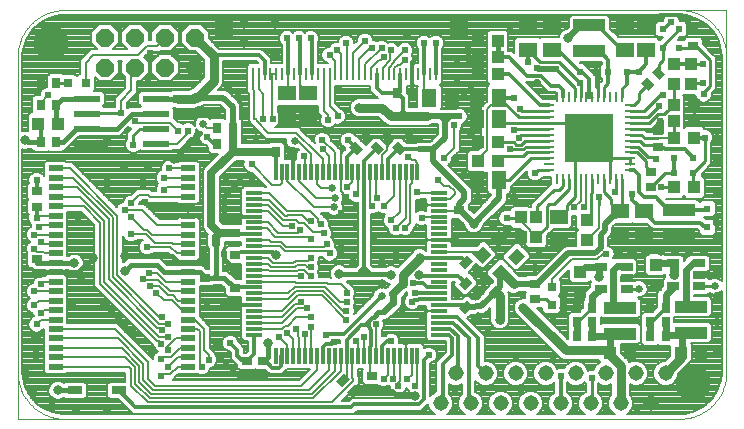
<source format=gtl>
G75*
%MOIN*%
%OFA0B0*%
%FSLAX25Y25*%
%IPPOS*%
%LPD*%
%AMOC8*
5,1,8,0,0,1.08239X$1,22.5*
%
%ADD10C,0.00000*%
%ADD11R,0.05512X0.01181*%
%ADD12R,0.01181X0.05512*%
%ADD13R,0.04724X0.01969*%
%ADD14R,0.02756X0.03543*%
%ADD15R,0.03543X0.02756*%
%ADD16R,0.04724X0.02756*%
%ADD17R,0.16142X0.16142*%
%ADD18C,0.03181*%
%ADD19R,0.03181X0.03181*%
%ADD20R,0.01102X0.03346*%
%ADD21R,0.03346X0.01102*%
%ADD22R,0.10630X0.03937*%
%ADD23R,0.05906X0.05118*%
%ADD24R,0.02362X0.02362*%
%ADD25R,0.05118X0.05906*%
%ADD26R,0.04331X0.03937*%
%ADD27R,0.03937X0.04331*%
%ADD28R,0.08661X0.01969*%
%ADD29OC8,0.06000*%
%ADD30R,0.03150X0.03150*%
%ADD31R,0.03937X0.02756*%
%ADD32C,0.05150*%
%ADD33R,0.05906X0.06693*%
%ADD34R,0.00984X0.04331*%
%ADD35C,0.00787*%
%ADD36C,0.02381*%
%ADD37C,0.01181*%
%ADD38C,0.02578*%
%ADD39C,0.02775*%
%ADD40C,0.01600*%
%ADD41C,0.01000*%
%ADD42C,0.01200*%
%ADD43C,0.01575*%
%ADD44C,0.03169*%
%ADD45C,0.11811*%
%ADD46C,0.00984*%
%ADD47C,0.02362*%
%ADD48C,0.03150*%
%ADD49C,0.01969*%
%ADD50C,0.02756*%
%ADD51C,0.00866*%
D10*
X0006118Y0012146D02*
X0006118Y0026320D01*
X0006118Y0027894D02*
X0006118Y0133406D01*
X0006137Y0133787D01*
X0006166Y0134168D01*
X0006204Y0134547D01*
X0006251Y0134926D01*
X0006308Y0135303D01*
X0006374Y0135679D01*
X0006449Y0136053D01*
X0006533Y0136426D01*
X0006627Y0136796D01*
X0006729Y0137163D01*
X0006841Y0137528D01*
X0006961Y0137890D01*
X0007090Y0138249D01*
X0007228Y0138605D01*
X0007374Y0138957D01*
X0007530Y0139306D01*
X0007693Y0139651D01*
X0007865Y0139991D01*
X0008046Y0140328D01*
X0008234Y0140659D01*
X0008431Y0140986D01*
X0008635Y0141309D01*
X0008848Y0141626D01*
X0009068Y0141937D01*
X0009296Y0142243D01*
X0009531Y0142544D01*
X0009773Y0142839D01*
X0010023Y0143127D01*
X0010280Y0143410D01*
X0010543Y0143686D01*
X0010813Y0143955D01*
X0011090Y0144218D01*
X0011373Y0144474D01*
X0011662Y0144723D01*
X0011957Y0144965D01*
X0012258Y0145199D01*
X0012565Y0145426D01*
X0012877Y0145646D01*
X0013195Y0145858D01*
X0013517Y0146061D01*
X0013845Y0146257D01*
X0014177Y0146445D01*
X0014514Y0146625D01*
X0014854Y0146796D01*
X0015200Y0146959D01*
X0015549Y0147113D01*
X0015901Y0147259D01*
X0016257Y0147396D01*
X0016617Y0147525D01*
X0016979Y0147644D01*
X0017344Y0147755D01*
X0017712Y0147856D01*
X0018082Y0147949D01*
X0018455Y0148032D01*
X0018829Y0148106D01*
X0019205Y0148171D01*
X0019582Y0148227D01*
X0019961Y0148274D01*
X0020341Y0148311D01*
X0020722Y0148339D01*
X0021103Y0148358D01*
X0021484Y0148367D01*
X0021866Y0148367D01*
X0227378Y0148367D01*
X0228165Y0148367D02*
X0242339Y0148367D01*
X0242339Y0134194D01*
X0242339Y0132619D02*
X0242339Y0027107D01*
X0242338Y0027107D02*
X0242319Y0026726D01*
X0242290Y0026345D01*
X0242252Y0025966D01*
X0242205Y0025587D01*
X0242148Y0025210D01*
X0242082Y0024834D01*
X0242007Y0024460D01*
X0241923Y0024087D01*
X0241829Y0023717D01*
X0241727Y0023350D01*
X0241615Y0022985D01*
X0241495Y0022623D01*
X0241366Y0022264D01*
X0241228Y0021908D01*
X0241082Y0021556D01*
X0240926Y0021207D01*
X0240763Y0020862D01*
X0240591Y0020522D01*
X0240410Y0020185D01*
X0240222Y0019854D01*
X0240025Y0019527D01*
X0239821Y0019204D01*
X0239608Y0018887D01*
X0239388Y0018576D01*
X0239160Y0018270D01*
X0238925Y0017969D01*
X0238683Y0017674D01*
X0238433Y0017386D01*
X0238176Y0017103D01*
X0237913Y0016827D01*
X0237643Y0016558D01*
X0237366Y0016295D01*
X0237083Y0016039D01*
X0236794Y0015790D01*
X0236499Y0015548D01*
X0236198Y0015314D01*
X0235891Y0015087D01*
X0235579Y0014867D01*
X0235261Y0014655D01*
X0234939Y0014452D01*
X0234611Y0014256D01*
X0234279Y0014068D01*
X0233942Y0013888D01*
X0233602Y0013717D01*
X0233256Y0013554D01*
X0232907Y0013400D01*
X0232555Y0013254D01*
X0232199Y0013117D01*
X0231839Y0012988D01*
X0231477Y0012869D01*
X0231112Y0012758D01*
X0230744Y0012657D01*
X0230374Y0012564D01*
X0230001Y0012481D01*
X0229627Y0012407D01*
X0229251Y0012342D01*
X0228874Y0012286D01*
X0228495Y0012239D01*
X0228115Y0012202D01*
X0227734Y0012174D01*
X0227353Y0012155D01*
X0226972Y0012146D01*
X0226590Y0012146D01*
X0226591Y0012146D02*
X0021079Y0012146D01*
X0006118Y0012146D01*
X0021079Y0012147D02*
X0020698Y0012166D01*
X0020317Y0012195D01*
X0019938Y0012233D01*
X0019559Y0012280D01*
X0019182Y0012337D01*
X0018806Y0012403D01*
X0018432Y0012478D01*
X0018059Y0012562D01*
X0017689Y0012656D01*
X0017322Y0012758D01*
X0016957Y0012870D01*
X0016595Y0012990D01*
X0016236Y0013119D01*
X0015880Y0013257D01*
X0015528Y0013403D01*
X0015179Y0013559D01*
X0014834Y0013722D01*
X0014494Y0013894D01*
X0014157Y0014075D01*
X0013826Y0014263D01*
X0013499Y0014460D01*
X0013176Y0014664D01*
X0012859Y0014877D01*
X0012548Y0015097D01*
X0012242Y0015325D01*
X0011941Y0015560D01*
X0011646Y0015802D01*
X0011358Y0016052D01*
X0011075Y0016309D01*
X0010799Y0016572D01*
X0010530Y0016842D01*
X0010267Y0017119D01*
X0010011Y0017402D01*
X0009762Y0017691D01*
X0009520Y0017986D01*
X0009286Y0018287D01*
X0009059Y0018594D01*
X0008839Y0018906D01*
X0008627Y0019224D01*
X0008424Y0019546D01*
X0008228Y0019874D01*
X0008040Y0020206D01*
X0007860Y0020543D01*
X0007689Y0020883D01*
X0007526Y0021229D01*
X0007372Y0021578D01*
X0007226Y0021930D01*
X0007089Y0022286D01*
X0006960Y0022646D01*
X0006841Y0023008D01*
X0006730Y0023373D01*
X0006629Y0023741D01*
X0006536Y0024111D01*
X0006453Y0024484D01*
X0006379Y0024858D01*
X0006314Y0025234D01*
X0006258Y0025611D01*
X0006211Y0025990D01*
X0006174Y0026370D01*
X0006146Y0026751D01*
X0006127Y0027132D01*
X0006118Y0027513D01*
X0006118Y0027895D01*
X0227378Y0148367D02*
X0227759Y0148348D01*
X0228140Y0148319D01*
X0228519Y0148281D01*
X0228898Y0148234D01*
X0229275Y0148177D01*
X0229651Y0148111D01*
X0230025Y0148036D01*
X0230398Y0147952D01*
X0230768Y0147858D01*
X0231135Y0147756D01*
X0231500Y0147644D01*
X0231862Y0147524D01*
X0232221Y0147395D01*
X0232577Y0147257D01*
X0232929Y0147111D01*
X0233278Y0146955D01*
X0233623Y0146792D01*
X0233963Y0146620D01*
X0234300Y0146439D01*
X0234631Y0146251D01*
X0234958Y0146054D01*
X0235281Y0145850D01*
X0235598Y0145637D01*
X0235909Y0145417D01*
X0236215Y0145189D01*
X0236516Y0144954D01*
X0236811Y0144712D01*
X0237099Y0144462D01*
X0237382Y0144205D01*
X0237658Y0143942D01*
X0237927Y0143672D01*
X0238190Y0143395D01*
X0238446Y0143112D01*
X0238695Y0142823D01*
X0238937Y0142528D01*
X0239171Y0142227D01*
X0239398Y0141920D01*
X0239618Y0141608D01*
X0239830Y0141290D01*
X0240033Y0140968D01*
X0240229Y0140640D01*
X0240417Y0140308D01*
X0240597Y0139971D01*
X0240768Y0139631D01*
X0240931Y0139285D01*
X0241085Y0138936D01*
X0241231Y0138584D01*
X0241368Y0138228D01*
X0241497Y0137868D01*
X0241616Y0137506D01*
X0241727Y0137141D01*
X0241828Y0136773D01*
X0241921Y0136403D01*
X0242004Y0136030D01*
X0242078Y0135656D01*
X0242143Y0135280D01*
X0242199Y0134903D01*
X0242246Y0134524D01*
X0242283Y0134144D01*
X0242311Y0133763D01*
X0242330Y0133382D01*
X0242339Y0133001D01*
X0242339Y0132619D01*
D11*
X0146433Y0087422D03*
X0146433Y0085453D03*
X0146433Y0083485D03*
X0146433Y0081516D03*
X0146433Y0079548D03*
X0146433Y0077579D03*
X0146433Y0075611D03*
X0146433Y0073642D03*
X0146433Y0071674D03*
X0146433Y0069705D03*
X0146433Y0067737D03*
X0146433Y0065768D03*
X0146433Y0063800D03*
X0146433Y0061831D03*
X0146433Y0059863D03*
X0146433Y0057894D03*
X0146433Y0055926D03*
X0146433Y0053957D03*
X0146433Y0051989D03*
X0146433Y0050020D03*
X0146433Y0048052D03*
X0146433Y0046083D03*
X0146433Y0044115D03*
X0146433Y0042146D03*
X0146433Y0040178D03*
X0085016Y0040178D03*
X0085016Y0042146D03*
X0085016Y0044115D03*
X0085016Y0046083D03*
X0085016Y0048052D03*
X0085016Y0050020D03*
X0085016Y0051989D03*
X0085016Y0053957D03*
X0085016Y0055926D03*
X0085016Y0057894D03*
X0085016Y0059863D03*
X0085016Y0061831D03*
X0085016Y0063800D03*
X0085016Y0065768D03*
X0085016Y0067737D03*
X0085016Y0069705D03*
X0085016Y0071674D03*
X0085016Y0073642D03*
X0085016Y0075611D03*
X0085016Y0077579D03*
X0085016Y0079548D03*
X0085016Y0081516D03*
X0085016Y0083485D03*
X0085016Y0085453D03*
X0085016Y0087422D03*
D12*
X0092102Y0094509D03*
X0094071Y0094509D03*
X0096039Y0094509D03*
X0098008Y0094509D03*
X0099976Y0094509D03*
X0101945Y0094509D03*
X0103913Y0094509D03*
X0105882Y0094509D03*
X0107850Y0094509D03*
X0109819Y0094509D03*
X0111787Y0094509D03*
X0113756Y0094509D03*
X0115724Y0094509D03*
X0117693Y0094509D03*
X0119661Y0094509D03*
X0121630Y0094509D03*
X0123598Y0094509D03*
X0125567Y0094509D03*
X0127535Y0094509D03*
X0129504Y0094509D03*
X0131472Y0094509D03*
X0133441Y0094509D03*
X0135409Y0094509D03*
X0137378Y0094509D03*
X0139346Y0094509D03*
X0139346Y0033091D03*
X0137378Y0033091D03*
X0135409Y0033091D03*
X0133441Y0033091D03*
X0131472Y0033091D03*
X0129504Y0033091D03*
X0127535Y0033091D03*
X0125567Y0033091D03*
X0123598Y0033091D03*
X0121630Y0033091D03*
X0119661Y0033091D03*
X0117693Y0033091D03*
X0115724Y0033091D03*
X0113756Y0033091D03*
X0111787Y0033091D03*
X0109819Y0033091D03*
X0107850Y0033091D03*
X0105882Y0033091D03*
X0103913Y0033091D03*
X0101945Y0033091D03*
X0099976Y0033091D03*
X0098008Y0033091D03*
X0096039Y0033091D03*
X0094071Y0033091D03*
X0092102Y0033091D03*
D13*
X0062811Y0032619D03*
X0062811Y0035768D03*
X0062811Y0038918D03*
X0062811Y0042068D03*
X0062811Y0045217D03*
X0062811Y0048367D03*
X0062811Y0051516D03*
X0062811Y0054666D03*
X0062811Y0057816D03*
X0062811Y0060965D03*
X0062811Y0064115D03*
X0062811Y0067264D03*
X0062811Y0070414D03*
X0062811Y0073564D03*
X0062811Y0076713D03*
X0062811Y0079863D03*
X0062811Y0083012D03*
X0062811Y0086162D03*
X0062811Y0089312D03*
X0062811Y0092461D03*
X0062811Y0095611D03*
X0018717Y0095611D03*
X0018717Y0092461D03*
X0018717Y0089312D03*
X0018717Y0086162D03*
X0018717Y0083012D03*
X0018717Y0079863D03*
X0018717Y0076713D03*
X0018717Y0073564D03*
X0018717Y0070414D03*
X0018717Y0067264D03*
X0018717Y0064115D03*
X0018717Y0060965D03*
X0018717Y0057816D03*
X0018717Y0054666D03*
X0018717Y0051516D03*
X0018717Y0048367D03*
X0018717Y0045217D03*
X0018717Y0042068D03*
X0018717Y0038918D03*
X0018717Y0035768D03*
X0018717Y0032619D03*
X0018717Y0029469D03*
X0062811Y0029469D03*
D14*
G36*
X0114268Y0022753D02*
X0112319Y0024702D01*
X0114822Y0027205D01*
X0116771Y0025256D01*
X0114268Y0022753D01*
G37*
G36*
X0117887Y0019134D02*
X0115938Y0021083D01*
X0118441Y0023586D01*
X0120390Y0021637D01*
X0117887Y0019134D01*
G37*
G36*
X0158832Y0043544D02*
X0156883Y0045493D01*
X0159386Y0047996D01*
X0161335Y0046047D01*
X0158832Y0043544D01*
G37*
G36*
X0155213Y0047163D02*
X0153264Y0049112D01*
X0155767Y0051615D01*
X0157716Y0049666D01*
X0155213Y0047163D01*
G37*
G36*
X0158832Y0051418D02*
X0156883Y0053367D01*
X0159386Y0055870D01*
X0161335Y0053921D01*
X0158832Y0051418D01*
G37*
G36*
X0165685Y0056657D02*
X0167634Y0054708D01*
X0165131Y0052205D01*
X0163182Y0054154D01*
X0165685Y0056657D01*
G37*
G36*
X0162066Y0060276D02*
X0164015Y0058327D01*
X0161512Y0055824D01*
X0159563Y0057773D01*
X0162066Y0060276D01*
G37*
G36*
X0158832Y0058504D02*
X0156883Y0060453D01*
X0159386Y0062956D01*
X0161335Y0061007D01*
X0158832Y0058504D01*
G37*
G36*
X0155213Y0055037D02*
X0153264Y0056986D01*
X0155767Y0059489D01*
X0157716Y0057540D01*
X0155213Y0055037D01*
G37*
G36*
X0155213Y0062124D02*
X0153264Y0064073D01*
X0155767Y0066576D01*
X0157716Y0064627D01*
X0155213Y0062124D01*
G37*
X0192535Y0049154D03*
X0197654Y0049154D03*
X0197654Y0044430D03*
X0192535Y0044430D03*
X0192535Y0039705D03*
X0197654Y0039705D03*
X0216945Y0039705D03*
X0222063Y0039705D03*
X0222063Y0044430D03*
X0216945Y0044430D03*
X0216945Y0049154D03*
X0222063Y0049154D03*
G36*
X0135472Y0102186D02*
X0133523Y0100237D01*
X0131020Y0102740D01*
X0132969Y0104689D01*
X0135472Y0102186D01*
G37*
G36*
X0139091Y0105805D02*
X0137142Y0103856D01*
X0134639Y0106359D01*
X0136588Y0108308D01*
X0139091Y0105805D01*
G37*
G36*
X0131807Y0105805D02*
X0129858Y0103856D01*
X0127355Y0106359D01*
X0129304Y0108308D01*
X0131807Y0105805D01*
G37*
G36*
X0128188Y0102186D02*
X0126239Y0100237D01*
X0123736Y0102740D01*
X0125685Y0104689D01*
X0128188Y0102186D01*
G37*
G36*
X0124721Y0105805D02*
X0122772Y0103856D01*
X0120269Y0106359D01*
X0122218Y0108308D01*
X0124721Y0105805D01*
G37*
G36*
X0121102Y0102186D02*
X0119153Y0100237D01*
X0116650Y0102740D01*
X0118599Y0104689D01*
X0121102Y0102186D01*
G37*
X0097260Y0101123D03*
X0092142Y0101123D03*
X0077772Y0103682D03*
X0072654Y0103682D03*
X0072654Y0109194D03*
X0077772Y0109194D03*
X0132693Y0120808D03*
X0137811Y0120808D03*
G36*
X0213894Y0124000D02*
X0215843Y0125949D01*
X0218346Y0123446D01*
X0216397Y0121497D01*
X0213894Y0124000D01*
G37*
G36*
X0217513Y0127619D02*
X0219462Y0129568D01*
X0221965Y0127065D01*
X0220016Y0125116D01*
X0217513Y0127619D01*
G37*
X0018913Y0123957D03*
X0013795Y0123957D03*
X0013795Y0116871D03*
X0018913Y0116871D03*
X0018913Y0104272D03*
X0013795Y0104272D03*
D15*
X0012417Y0087934D03*
X0012417Y0082816D03*
X0012417Y0065493D03*
X0012417Y0060375D03*
X0068520Y0059194D03*
X0068520Y0064312D03*
X0078559Y0066674D03*
X0078559Y0061556D03*
X0078559Y0055650D03*
X0078559Y0050532D03*
X0082496Y0031241D03*
X0082496Y0026123D03*
X0088008Y0026123D03*
X0088008Y0031241D03*
X0124228Y0026516D03*
X0124228Y0021398D03*
X0178559Y0052107D03*
X0178559Y0057225D03*
X0153362Y0076516D03*
X0153362Y0081634D03*
X0217142Y0089312D03*
X0217142Y0094430D03*
X0219701Y0102894D03*
X0219701Y0108012D03*
X0231315Y0136359D03*
X0231315Y0141477D03*
X0078559Y0079272D03*
X0078559Y0074154D03*
X0059661Y0113524D03*
X0059661Y0118642D03*
D16*
X0039780Y0021595D03*
X0025213Y0021595D03*
D17*
X0196669Y0105847D03*
D18*
X0194701Y0103879D03*
X0194701Y0107816D03*
X0198638Y0107816D03*
X0202575Y0107816D03*
X0202575Y0103879D03*
X0198638Y0103879D03*
X0198638Y0099942D03*
X0202575Y0099942D03*
X0194701Y0099942D03*
X0190764Y0099942D03*
X0190764Y0103879D03*
X0190764Y0107816D03*
X0194701Y0111753D03*
X0198638Y0111753D03*
X0202575Y0111753D03*
D19*
X0190764Y0111753D03*
D20*
X0191748Y0119528D03*
X0189780Y0119528D03*
X0187811Y0119528D03*
X0185843Y0119528D03*
X0193717Y0119528D03*
X0195685Y0119528D03*
X0197654Y0119528D03*
X0199622Y0119528D03*
X0201591Y0119528D03*
X0203559Y0119528D03*
X0205528Y0119528D03*
X0207496Y0119528D03*
X0207496Y0092166D03*
X0205528Y0092166D03*
X0203559Y0092166D03*
X0201591Y0092166D03*
X0199622Y0092166D03*
X0197654Y0092166D03*
X0195685Y0092166D03*
X0193717Y0092166D03*
X0191748Y0092166D03*
X0189780Y0092166D03*
X0187811Y0092166D03*
X0185843Y0092166D03*
D21*
X0183185Y0095020D03*
X0183185Y0096989D03*
X0183185Y0098957D03*
X0183185Y0100926D03*
X0183185Y0102894D03*
X0183185Y0104863D03*
X0183185Y0106831D03*
X0183185Y0108800D03*
X0183185Y0110768D03*
X0183185Y0112737D03*
X0183185Y0114705D03*
X0183185Y0116674D03*
X0210154Y0116674D03*
X0210154Y0114705D03*
X0210154Y0112737D03*
X0210154Y0110768D03*
X0210154Y0108800D03*
X0210154Y0106831D03*
X0210154Y0104863D03*
X0210154Y0102894D03*
X0210154Y0100926D03*
X0210154Y0098957D03*
X0210154Y0096989D03*
X0210154Y0095020D03*
D22*
X0226591Y0081831D03*
X0226591Y0073170D03*
X0230528Y0049548D03*
X0230528Y0040886D03*
X0206906Y0040493D03*
X0206906Y0049154D03*
X0196669Y0134587D03*
X0196669Y0143249D03*
D23*
X0208480Y0142658D03*
X0215567Y0142658D03*
X0215567Y0135178D03*
X0208480Y0135178D03*
X0184071Y0135178D03*
X0176197Y0135178D03*
X0176197Y0142658D03*
X0184071Y0142658D03*
X0102969Y0120611D03*
X0095882Y0120611D03*
X0095882Y0113131D03*
X0102969Y0113131D03*
X0186433Y0079469D03*
X0186433Y0071989D03*
X0206906Y0073760D03*
X0214780Y0073760D03*
X0214780Y0081241D03*
X0206906Y0081241D03*
D24*
X0225016Y0094036D03*
X0231315Y0094036D03*
X0231315Y0099154D03*
X0225016Y0099154D03*
X0236039Y0082225D03*
X0236039Y0075926D03*
X0209268Y0127894D03*
X0202969Y0127894D03*
X0221276Y0135768D03*
X0226591Y0135768D03*
X0226591Y0142068D03*
X0221276Y0142068D03*
D25*
X0166551Y0119233D03*
X0159071Y0119233D03*
X0150803Y0119233D03*
X0143323Y0119233D03*
X0159071Y0112146D03*
X0166551Y0112146D03*
X0166551Y0091674D03*
X0159071Y0091674D03*
D26*
X0159465Y0104272D03*
X0166157Y0104272D03*
X0166157Y0127107D03*
X0159465Y0127107D03*
X0225016Y0123760D03*
X0230528Y0123760D03*
X0230528Y0130453D03*
X0225016Y0130453D03*
X0195882Y0078485D03*
X0195882Y0071792D03*
X0178953Y0072579D03*
X0178953Y0079272D03*
X0203559Y0034194D03*
X0210252Y0034194D03*
X0227181Y0034194D03*
X0233874Y0034194D03*
D27*
X0218717Y0056831D03*
X0218717Y0063524D03*
X0193520Y0061162D03*
X0193520Y0054469D03*
G36*
X0172177Y0063277D02*
X0169394Y0066060D01*
X0172455Y0069121D01*
X0175238Y0066338D01*
X0172177Y0063277D01*
G37*
G36*
X0167165Y0063831D02*
X0169948Y0061048D01*
X0166887Y0057987D01*
X0164104Y0060770D01*
X0167165Y0063831D01*
G37*
G36*
X0161319Y0069677D02*
X0164102Y0066894D01*
X0161041Y0063833D01*
X0158258Y0066616D01*
X0161319Y0069677D01*
G37*
G36*
X0166331Y0069123D02*
X0163548Y0071906D01*
X0166609Y0074967D01*
X0169392Y0072184D01*
X0166331Y0069123D01*
G37*
X0173835Y0072579D03*
X0173835Y0079272D03*
X0166157Y0097973D03*
X0159465Y0097973D03*
X0159465Y0132619D03*
X0166157Y0132619D03*
X0166157Y0138131D03*
X0159465Y0138131D03*
X0224819Y0116871D03*
X0231512Y0116871D03*
X0231512Y0111359D03*
X0231512Y0105847D03*
X0224819Y0105847D03*
X0224819Y0111359D03*
X0224819Y0089312D03*
X0231512Y0089312D03*
X0019701Y0110571D03*
X0013008Y0110571D03*
D28*
X0029346Y0108898D03*
X0029346Y0103898D03*
X0029346Y0113898D03*
X0029346Y0118859D03*
X0052181Y0118859D03*
X0052181Y0113859D03*
X0052181Y0108859D03*
X0052181Y0103859D03*
D29*
X0055213Y0129194D03*
X0045213Y0129194D03*
X0035213Y0129194D03*
X0035213Y0139194D03*
X0045213Y0139194D03*
X0055213Y0139194D03*
X0065213Y0139194D03*
X0065213Y0129194D03*
D30*
X0028756Y0123957D03*
X0022850Y0123957D03*
X0184071Y0056044D03*
X0184071Y0050138D03*
D31*
X0200409Y0055257D03*
X0200409Y0062737D03*
X0209071Y0062737D03*
X0209071Y0058997D03*
X0209071Y0055257D03*
X0224622Y0056438D03*
X0233283Y0056438D03*
X0233283Y0060178D03*
X0233283Y0063918D03*
X0224622Y0063918D03*
D32*
X0222063Y0027383D03*
X0212063Y0027383D03*
X0202063Y0027383D03*
X0192063Y0027383D03*
X0182063Y0027383D03*
X0172063Y0027383D03*
X0162063Y0027383D03*
X0152063Y0027383D03*
X0157063Y0017383D03*
X0167063Y0017383D03*
X0177063Y0017383D03*
X0187063Y0017383D03*
X0197063Y0017383D03*
X0207063Y0017383D03*
X0217063Y0017383D03*
X0147063Y0017383D03*
D33*
X0153362Y0141871D03*
X0074819Y0141871D03*
D34*
X0082496Y0126910D03*
X0084465Y0126910D03*
X0086433Y0126910D03*
X0088402Y0126910D03*
X0090370Y0126910D03*
X0092339Y0126910D03*
X0094307Y0126910D03*
X0096276Y0126910D03*
X0098244Y0126910D03*
X0100213Y0126910D03*
X0102181Y0126910D03*
X0104150Y0126910D03*
X0106118Y0126910D03*
X0108087Y0126910D03*
X0110055Y0126910D03*
X0112024Y0126910D03*
X0113992Y0126910D03*
X0115961Y0126910D03*
X0117929Y0126910D03*
X0119898Y0126910D03*
X0121866Y0126910D03*
X0123835Y0126910D03*
X0125803Y0126910D03*
X0127772Y0126910D03*
X0129740Y0126910D03*
X0131709Y0126910D03*
X0133677Y0126910D03*
X0135646Y0126910D03*
X0137614Y0126910D03*
X0139583Y0126910D03*
X0141551Y0126910D03*
X0143520Y0126910D03*
X0145488Y0126910D03*
D35*
X0147654Y0126890D02*
X0162417Y0126890D01*
X0162417Y0127675D02*
X0147654Y0127675D01*
X0147654Y0128461D02*
X0162417Y0128461D01*
X0162417Y0129247D02*
X0147654Y0129247D01*
X0147654Y0130033D02*
X0162614Y0130033D01*
X0162614Y0129925D02*
X0162417Y0129728D01*
X0162417Y0124486D01*
X0163241Y0123662D01*
X0162417Y0122838D01*
X0162417Y0117883D01*
X0161808Y0117274D01*
X0160655Y0116121D01*
X0160655Y0102708D01*
X0159661Y0101713D01*
X0156844Y0101713D01*
X0155921Y0100791D01*
X0155921Y0095155D01*
X0156844Y0094233D01*
X0162085Y0094233D01*
X0162417Y0094565D01*
X0162417Y0088069D01*
X0163340Y0087146D01*
X0163992Y0087146D01*
X0163992Y0086711D01*
X0158087Y0080805D01*
X0156709Y0082183D01*
X0156709Y0083527D01*
X0157106Y0083925D01*
X0157496Y0084866D01*
X0157496Y0088246D01*
X0157106Y0089186D01*
X0149647Y0096646D01*
X0150406Y0097405D01*
X0150827Y0098422D01*
X0150827Y0098953D01*
X0152228Y0100354D01*
X0153381Y0101507D01*
X0153381Y0108217D01*
X0153757Y0108592D01*
X0154178Y0109609D01*
X0154178Y0110278D01*
X0154929Y0110589D01*
X0155707Y0111367D01*
X0156128Y0112384D01*
X0156128Y0113484D01*
X0155707Y0114500D01*
X0154929Y0115278D01*
X0153912Y0115699D01*
X0152812Y0115699D01*
X0152314Y0115493D01*
X0147322Y0115493D01*
X0147457Y0115628D01*
X0147457Y0122838D01*
X0146879Y0123416D01*
X0147555Y0124092D01*
X0147555Y0125915D01*
X0147654Y0126013D01*
X0147654Y0135598D01*
X0147833Y0135777D01*
X0148254Y0136793D01*
X0148254Y0137893D01*
X0147833Y0138910D01*
X0147055Y0139687D01*
X0146038Y0140108D01*
X0144938Y0140108D01*
X0143922Y0139687D01*
X0143520Y0139285D01*
X0143118Y0139687D01*
X0142101Y0140108D01*
X0141001Y0140108D01*
X0139985Y0139687D01*
X0139207Y0138910D01*
X0138786Y0137893D01*
X0138786Y0136793D01*
X0139207Y0135777D01*
X0139386Y0135598D01*
X0139386Y0130650D01*
X0138438Y0130650D01*
X0137614Y0129826D01*
X0137376Y0130064D01*
X0137577Y0130265D01*
X0137998Y0131281D01*
X0137998Y0132381D01*
X0137577Y0133398D01*
X0137570Y0133406D01*
X0137978Y0134392D01*
X0137978Y0135492D01*
X0137557Y0136508D01*
X0136779Y0137286D01*
X0135763Y0137707D01*
X0134663Y0137707D01*
X0133646Y0137286D01*
X0132882Y0136522D01*
X0132872Y0136547D01*
X0132094Y0137325D01*
X0131078Y0137746D01*
X0129977Y0137746D01*
X0129506Y0137551D01*
X0128944Y0138113D01*
X0127928Y0138534D01*
X0126828Y0138534D01*
X0125812Y0138113D01*
X0125803Y0138104D01*
X0125795Y0138113D01*
X0124778Y0138534D01*
X0124631Y0138534D01*
X0124631Y0138681D01*
X0124210Y0139697D01*
X0123433Y0140475D01*
X0122416Y0140896D01*
X0121316Y0140896D01*
X0120300Y0140475D01*
X0119522Y0139697D01*
X0119101Y0138681D01*
X0119101Y0138149D01*
X0118332Y0137381D01*
X0118332Y0137893D01*
X0117911Y0138910D01*
X0117133Y0139687D01*
X0116117Y0140108D01*
X0115017Y0140108D01*
X0114000Y0139687D01*
X0113223Y0138910D01*
X0112802Y0137893D01*
X0112802Y0137886D01*
X0112007Y0137886D01*
X0110990Y0137465D01*
X0110212Y0136687D01*
X0109999Y0136171D01*
X0109505Y0136171D01*
X0108489Y0135750D01*
X0107711Y0134973D01*
X0107290Y0133956D01*
X0107290Y0132856D01*
X0107711Y0131840D01*
X0108489Y0131062D01*
X0109482Y0130650D01*
X0106315Y0130650D01*
X0106315Y0137870D01*
X0106521Y0138368D01*
X0106521Y0139468D01*
X0106100Y0140484D01*
X0105322Y0141262D01*
X0104306Y0141683D01*
X0103206Y0141683D01*
X0102189Y0141262D01*
X0101787Y0140860D01*
X0101385Y0141262D01*
X0100369Y0141683D01*
X0099269Y0141683D01*
X0098252Y0141262D01*
X0097850Y0140860D01*
X0097448Y0141262D01*
X0096432Y0141683D01*
X0095332Y0141683D01*
X0094315Y0141262D01*
X0093538Y0140484D01*
X0093117Y0139468D01*
X0093117Y0138368D01*
X0093538Y0137352D01*
X0094110Y0136779D01*
X0094110Y0130650D01*
X0090567Y0130650D01*
X0090567Y0132335D01*
X0088598Y0134303D01*
X0087330Y0135571D01*
X0073289Y0135571D01*
X0069787Y0139073D01*
X0069787Y0141088D01*
X0067108Y0143768D01*
X0063318Y0143768D01*
X0060638Y0141088D01*
X0060638Y0137299D01*
X0063318Y0134619D01*
X0065333Y0134619D01*
X0068323Y0131629D01*
X0068323Y0126049D01*
X0064665Y0122392D01*
X0064545Y0122392D01*
X0063384Y0121911D01*
X0063265Y0121792D01*
X0059035Y0121792D01*
X0058560Y0121595D01*
X0057237Y0121595D01*
X0057060Y0121418D01*
X0047198Y0121418D01*
X0046276Y0120495D01*
X0046276Y0117222D01*
X0047139Y0116359D01*
X0047001Y0116221D01*
X0043073Y0116221D01*
X0042624Y0115772D01*
X0042484Y0115911D01*
X0042484Y0117382D01*
X0044729Y0119627D01*
X0045882Y0120780D01*
X0045882Y0124619D01*
X0047108Y0124619D01*
X0049787Y0127299D01*
X0049787Y0131088D01*
X0048295Y0132581D01*
X0050123Y0134409D01*
X0053212Y0134409D01*
X0053422Y0134619D01*
X0057108Y0134619D01*
X0059787Y0137299D01*
X0059787Y0141088D01*
X0057108Y0143768D01*
X0053318Y0143768D01*
X0050638Y0141088D01*
X0050638Y0138346D01*
X0049787Y0138346D01*
X0049787Y0141088D01*
X0047108Y0143768D01*
X0043318Y0143768D01*
X0040638Y0141088D01*
X0040638Y0137299D01*
X0042562Y0135375D01*
X0037863Y0135375D01*
X0039787Y0137299D01*
X0039787Y0141088D01*
X0037108Y0143768D01*
X0033318Y0143768D01*
X0030638Y0141088D01*
X0030638Y0137299D01*
X0032562Y0135375D01*
X0030500Y0135375D01*
X0029346Y0134222D01*
X0026787Y0131662D01*
X0026787Y0127107D01*
X0026529Y0127107D01*
X0025803Y0126381D01*
X0025077Y0127107D01*
X0021140Y0127107D01*
X0020944Y0127304D01*
X0016883Y0127304D01*
X0015961Y0126381D01*
X0015961Y0122786D01*
X0015804Y0122786D01*
X0014788Y0122365D01*
X0014010Y0121587D01*
X0013589Y0120570D01*
X0013589Y0120217D01*
X0011765Y0120217D01*
X0010843Y0119295D01*
X0010843Y0114447D01*
X0010978Y0114312D01*
X0010387Y0114312D01*
X0009465Y0113389D01*
X0009465Y0108163D01*
X0009331Y0108219D01*
X0008074Y0108219D01*
X0007693Y0108061D01*
X0007693Y0133357D01*
X0007877Y0135135D01*
X0008925Y0138570D01*
X0010813Y0141625D01*
X0013417Y0144099D01*
X0016565Y0145828D01*
X0020049Y0146699D01*
X0021844Y0146792D01*
X0021856Y0146792D01*
X0022499Y0146784D01*
X0022507Y0146792D01*
X0222584Y0146792D01*
X0222457Y0146739D01*
X0221679Y0145962D01*
X0221258Y0144945D01*
X0221258Y0144823D01*
X0219442Y0144823D01*
X0218520Y0143901D01*
X0218520Y0140234D01*
X0219442Y0139312D01*
X0221062Y0139312D01*
X0220302Y0138524D01*
X0219959Y0138524D01*
X0219172Y0139312D01*
X0206424Y0139312D01*
X0203559Y0142177D01*
X0203559Y0145869D01*
X0202637Y0146792D01*
X0190702Y0146792D01*
X0189780Y0145869D01*
X0189780Y0142734D01*
X0189123Y0142077D01*
X0188954Y0142077D01*
X0187793Y0141596D01*
X0186905Y0140707D01*
X0186424Y0139546D01*
X0186424Y0139312D01*
X0180466Y0139312D01*
X0180134Y0138980D01*
X0179802Y0139312D01*
X0172592Y0139312D01*
X0171669Y0138389D01*
X0171669Y0133909D01*
X0170795Y0134784D01*
X0169701Y0134784D01*
X0169701Y0140948D01*
X0168778Y0141871D01*
X0163537Y0141871D01*
X0162614Y0140948D01*
X0162614Y0129925D01*
X0162614Y0130819D02*
X0147654Y0130819D01*
X0147654Y0131605D02*
X0162614Y0131605D01*
X0162614Y0132391D02*
X0147654Y0132391D01*
X0147654Y0133177D02*
X0162614Y0133177D01*
X0162614Y0133963D02*
X0147654Y0133963D01*
X0147654Y0134749D02*
X0162614Y0134749D01*
X0162614Y0135535D02*
X0147654Y0135535D01*
X0148058Y0136321D02*
X0162614Y0136321D01*
X0162614Y0137106D02*
X0148254Y0137106D01*
X0148254Y0137892D02*
X0162614Y0137892D01*
X0162614Y0138678D02*
X0147928Y0138678D01*
X0147278Y0139464D02*
X0162614Y0139464D01*
X0162614Y0140250D02*
X0123657Y0140250D01*
X0124307Y0139464D02*
X0139761Y0139464D01*
X0139111Y0138678D02*
X0124631Y0138678D01*
X0121866Y0138131D02*
X0117929Y0134194D01*
X0117929Y0126910D01*
X0115961Y0126910D02*
X0115961Y0136949D01*
X0115567Y0137343D01*
X0117357Y0139464D02*
X0119425Y0139464D01*
X0119101Y0138678D02*
X0118007Y0138678D01*
X0118332Y0137892D02*
X0118844Y0137892D01*
X0120075Y0140250D02*
X0106197Y0140250D01*
X0106521Y0139464D02*
X0113777Y0139464D01*
X0113127Y0138678D02*
X0106521Y0138678D01*
X0106324Y0137892D02*
X0112802Y0137892D01*
X0110632Y0137106D02*
X0106315Y0137106D01*
X0106315Y0136321D02*
X0110061Y0136321D01*
X0108273Y0135535D02*
X0106315Y0135535D01*
X0106315Y0134749D02*
X0107618Y0134749D01*
X0107293Y0133963D02*
X0106315Y0133963D01*
X0106315Y0133177D02*
X0107290Y0133177D01*
X0107482Y0132391D02*
X0106315Y0132391D01*
X0106315Y0131605D02*
X0107945Y0131605D01*
X0109074Y0130819D02*
X0106315Y0130819D01*
X0110055Y0133406D02*
X0112024Y0131438D01*
X0112024Y0126910D01*
X0113992Y0126910D02*
X0113992Y0133685D01*
X0112557Y0135120D01*
X0119898Y0132225D02*
X0123441Y0135768D01*
X0124228Y0135768D01*
X0127378Y0135768D02*
X0121866Y0130257D01*
X0121866Y0126910D01*
X0119898Y0126910D02*
X0119898Y0132225D01*
X0123835Y0129075D02*
X0126591Y0131831D01*
X0127317Y0131831D01*
X0128135Y0132649D01*
X0130319Y0131744D02*
X0127772Y0129197D01*
X0127772Y0126910D01*
X0129740Y0126910D02*
X0129740Y0129203D01*
X0131707Y0131170D01*
X0131707Y0131436D01*
X0135213Y0134942D01*
X0137800Y0133963D02*
X0139386Y0133963D01*
X0139386Y0134749D02*
X0137978Y0134749D01*
X0137960Y0135535D02*
X0139386Y0135535D01*
X0138982Y0136321D02*
X0137635Y0136321D01*
X0136959Y0137106D02*
X0138786Y0137106D01*
X0138786Y0137892D02*
X0129165Y0137892D01*
X0130528Y0134981D02*
X0130319Y0134773D01*
X0130319Y0131744D01*
X0132773Y0130069D02*
X0131709Y0129004D01*
X0131709Y0126910D01*
X0132773Y0130069D02*
X0133471Y0130069D01*
X0135233Y0131831D01*
X0137807Y0130819D02*
X0139386Y0130819D01*
X0139386Y0131605D02*
X0137998Y0131605D01*
X0137994Y0132391D02*
X0139386Y0132391D01*
X0139386Y0133177D02*
X0137669Y0133177D01*
X0137821Y0130033D02*
X0137407Y0130033D01*
X0141551Y0126910D02*
X0141551Y0121005D01*
X0143323Y0119233D01*
X0147457Y0119030D02*
X0162417Y0119030D01*
X0162417Y0118245D02*
X0147457Y0118245D01*
X0147457Y0117459D02*
X0161993Y0117459D01*
X0161207Y0116673D02*
X0147457Y0116673D01*
X0147457Y0115887D02*
X0160655Y0115887D01*
X0160655Y0115101D02*
X0155106Y0115101D01*
X0155783Y0114315D02*
X0160655Y0114315D01*
X0160655Y0113529D02*
X0156109Y0113529D01*
X0156128Y0112743D02*
X0160655Y0112743D01*
X0160655Y0111957D02*
X0155951Y0111957D01*
X0155511Y0111171D02*
X0160655Y0111171D01*
X0160655Y0110385D02*
X0154436Y0110385D01*
X0154174Y0109599D02*
X0160655Y0109599D01*
X0160655Y0108814D02*
X0153849Y0108814D01*
X0153381Y0108028D02*
X0160655Y0108028D01*
X0160655Y0107242D02*
X0153381Y0107242D01*
X0153381Y0106456D02*
X0160655Y0106456D01*
X0160655Y0105670D02*
X0153381Y0105670D01*
X0153381Y0104884D02*
X0160655Y0104884D01*
X0160655Y0104098D02*
X0153381Y0104098D01*
X0153381Y0103312D02*
X0160655Y0103312D01*
X0160474Y0102526D02*
X0153381Y0102526D01*
X0153381Y0101740D02*
X0159688Y0101740D01*
X0162624Y0101892D02*
X0162624Y0115305D01*
X0166551Y0119233D01*
X0162417Y0119816D02*
X0147457Y0119816D01*
X0147457Y0120602D02*
X0162417Y0120602D01*
X0162417Y0121388D02*
X0147457Y0121388D01*
X0147457Y0122174D02*
X0162417Y0122174D01*
X0162539Y0122960D02*
X0147335Y0122960D01*
X0147209Y0123746D02*
X0163158Y0123746D01*
X0162417Y0124532D02*
X0147555Y0124532D01*
X0147555Y0125318D02*
X0162417Y0125318D01*
X0162417Y0126104D02*
X0147654Y0126104D01*
X0139521Y0123170D02*
X0139189Y0122838D01*
X0139189Y0116083D01*
X0136649Y0116083D01*
X0136649Y0119914D01*
X0135967Y0120596D01*
X0135843Y0121219D01*
X0135843Y0123170D01*
X0136790Y0123170D01*
X0137614Y0123994D01*
X0138438Y0123170D01*
X0139521Y0123170D01*
X0139311Y0122960D02*
X0135843Y0122960D01*
X0135843Y0122174D02*
X0139189Y0122174D01*
X0139189Y0121388D02*
X0135843Y0121388D01*
X0135966Y0120602D02*
X0139189Y0120602D01*
X0139189Y0119816D02*
X0136649Y0119816D01*
X0136649Y0119030D02*
X0139189Y0119030D01*
X0139189Y0118245D02*
X0136649Y0118245D01*
X0136649Y0117459D02*
X0139189Y0117459D01*
X0139189Y0116673D02*
X0136649Y0116673D01*
X0137366Y0123746D02*
X0137862Y0123746D01*
X0126139Y0118985D02*
X0120694Y0118985D01*
X0120672Y0118994D01*
X0119415Y0118994D01*
X0118254Y0118513D01*
X0117365Y0117625D01*
X0116884Y0116464D01*
X0116884Y0115207D01*
X0117365Y0114046D01*
X0118254Y0113157D01*
X0119415Y0112676D01*
X0120672Y0112676D01*
X0120694Y0112686D01*
X0126321Y0112686D01*
X0127857Y0111150D01*
X0128743Y0110264D01*
X0129901Y0109784D01*
X0143047Y0109784D01*
X0144205Y0110264D01*
X0144316Y0110375D01*
X0146050Y0110375D01*
X0146079Y0110345D01*
X0146079Y0106907D01*
X0143641Y0104469D01*
X0139467Y0104469D01*
X0138527Y0104080D01*
X0138523Y0104075D01*
X0135918Y0104075D01*
X0135361Y0104632D01*
X0135174Y0104710D01*
X0133620Y0106265D01*
X0132315Y0106265D01*
X0129444Y0103393D01*
X0129444Y0103157D01*
X0126336Y0106265D01*
X0125031Y0106265D01*
X0122160Y0103393D01*
X0122160Y0103354D01*
X0119249Y0106265D01*
X0118848Y0106265D01*
X0118699Y0106626D01*
X0117921Y0107404D01*
X0116904Y0107825D01*
X0115804Y0107825D01*
X0114788Y0107404D01*
X0114010Y0106626D01*
X0113589Y0105610D01*
X0113589Y0104510D01*
X0114010Y0103493D01*
X0114788Y0102715D01*
X0115074Y0102597D01*
X0115074Y0102089D01*
X0115256Y0101906D01*
X0113756Y0100405D01*
X0113756Y0101781D01*
X0110458Y0105078D01*
X0110458Y0105610D01*
X0110037Y0106626D01*
X0109259Y0107404D01*
X0108243Y0107825D01*
X0107143Y0107825D01*
X0106126Y0107404D01*
X0105349Y0106626D01*
X0104928Y0105610D01*
X0104928Y0104510D01*
X0105069Y0104168D01*
X0101000Y0108237D01*
X0099847Y0109390D01*
X0091711Y0109390D01*
X0092705Y0109802D01*
X0093483Y0110580D01*
X0093904Y0111596D01*
X0093904Y0112696D01*
X0093483Y0113713D01*
X0092726Y0114470D01*
X0092726Y0116477D01*
X0106118Y0116477D01*
X0106118Y0114087D01*
X0107176Y0113029D01*
X0106859Y0112266D01*
X0106859Y0111166D01*
X0107280Y0110149D01*
X0108058Y0109372D01*
X0109075Y0108951D01*
X0110175Y0108951D01*
X0111191Y0109372D01*
X0111969Y0110149D01*
X0112016Y0110262D01*
X0112242Y0110168D01*
X0113342Y0110168D01*
X0114359Y0110589D01*
X0115136Y0111367D01*
X0115557Y0112384D01*
X0115557Y0113484D01*
X0115136Y0114500D01*
X0114359Y0115278D01*
X0113800Y0115509D01*
X0112024Y0117286D01*
X0112024Y0123170D01*
X0123638Y0123170D01*
X0123638Y0121486D01*
X0124906Y0120217D01*
X0126139Y0118985D01*
X0126093Y0119030D02*
X0112024Y0119030D01*
X0112024Y0118245D02*
X0117985Y0118245D01*
X0117296Y0117459D02*
X0112024Y0117459D01*
X0112637Y0116673D02*
X0116971Y0116673D01*
X0116884Y0115887D02*
X0113423Y0115887D01*
X0114536Y0115101D02*
X0116928Y0115101D01*
X0117254Y0114315D02*
X0115213Y0114315D01*
X0115539Y0113529D02*
X0117882Y0113529D01*
X0119253Y0112743D02*
X0115557Y0112743D01*
X0115381Y0111957D02*
X0127050Y0111957D01*
X0127836Y0111171D02*
X0114941Y0111171D01*
X0113866Y0110385D02*
X0128622Y0110385D01*
X0129183Y0108439D02*
X0129183Y0101773D01*
X0127535Y0100125D01*
X0127535Y0094509D01*
X0125567Y0094509D02*
X0125567Y0085890D01*
X0125783Y0085674D01*
X0123598Y0083642D02*
X0124228Y0083012D01*
X0123598Y0083642D02*
X0123598Y0094509D01*
X0119661Y0094509D02*
X0119661Y0087894D01*
X0118717Y0086949D01*
X0116107Y0086022D02*
X0114579Y0086022D01*
X0114579Y0086426D02*
X0114579Y0085287D01*
X0114143Y0084234D01*
X0114127Y0084218D01*
X0114529Y0083248D01*
X0114529Y0082109D01*
X0114093Y0081056D01*
X0113287Y0080251D01*
X0112235Y0079815D01*
X0111096Y0079815D01*
X0110043Y0080251D01*
X0109584Y0080710D01*
X0107146Y0080710D01*
X0108174Y0079682D01*
X0108174Y0079541D01*
X0108682Y0079331D01*
X0109460Y0078553D01*
X0109881Y0077537D01*
X0109881Y0076436D01*
X0109803Y0076248D01*
X0110479Y0075572D01*
X0110900Y0074555D01*
X0110900Y0073455D01*
X0110556Y0072625D01*
X0110614Y0072601D01*
X0111392Y0071824D01*
X0111813Y0070807D01*
X0111813Y0069707D01*
X0111735Y0069519D01*
X0112411Y0068842D01*
X0112832Y0067826D01*
X0112832Y0066726D01*
X0112411Y0065710D01*
X0111633Y0064932D01*
X0110617Y0064511D01*
X0109517Y0064511D01*
X0108500Y0064932D01*
X0107722Y0065710D01*
X0107568Y0066083D01*
X0106521Y0066083D01*
X0106521Y0065113D01*
X0106155Y0064229D01*
X0106569Y0063232D01*
X0106569Y0062132D01*
X0106155Y0061134D01*
X0106521Y0060251D01*
X0106521Y0059485D01*
X0109969Y0059485D01*
X0110410Y0059044D01*
X0110088Y0059822D01*
X0110088Y0061078D01*
X0110569Y0062239D01*
X0111458Y0063128D01*
X0112619Y0063609D01*
X0113875Y0063609D01*
X0115036Y0063128D01*
X0115352Y0062812D01*
X0118762Y0062812D01*
X0119465Y0063515D01*
X0119465Y0084266D01*
X0119267Y0084184D01*
X0118166Y0084184D01*
X0117150Y0084605D01*
X0116372Y0085383D01*
X0115951Y0086399D01*
X0115951Y0086546D01*
X0115390Y0086546D01*
X0114374Y0086967D01*
X0114342Y0086999D01*
X0114579Y0086426D01*
X0114421Y0086808D02*
X0114758Y0086808D01*
X0115567Y0086162D02*
X0113756Y0087973D01*
X0113756Y0094509D01*
X0113756Y0103721D01*
X0113205Y0104272D01*
X0113759Y0104098D02*
X0111438Y0104098D01*
X0110652Y0104884D02*
X0113589Y0104884D01*
X0113614Y0105670D02*
X0110433Y0105670D01*
X0110108Y0106456D02*
X0113939Y0106456D01*
X0114626Y0107242D02*
X0109422Y0107242D01*
X0107830Y0109599D02*
X0092216Y0109599D01*
X0093288Y0110385D02*
X0107183Y0110385D01*
X0106859Y0111171D02*
X0093728Y0111171D01*
X0093904Y0111957D02*
X0106859Y0111957D01*
X0107057Y0112743D02*
X0093885Y0112743D01*
X0093559Y0113529D02*
X0106676Y0113529D01*
X0106118Y0114315D02*
X0092881Y0114315D01*
X0092726Y0115101D02*
X0106118Y0115101D01*
X0106118Y0115887D02*
X0092726Y0115887D01*
X0090757Y0112527D02*
X0090757Y0126523D01*
X0090370Y0126910D01*
X0092339Y0126910D01*
X0096276Y0126910D02*
X0096276Y0121005D01*
X0095882Y0120611D01*
X0100213Y0123367D02*
X0102969Y0120611D01*
X0100213Y0123367D02*
X0100213Y0126910D01*
X0094110Y0130819D02*
X0090567Y0130819D01*
X0090567Y0131605D02*
X0094110Y0131605D01*
X0094110Y0132391D02*
X0090510Y0132391D01*
X0089725Y0133177D02*
X0094110Y0133177D01*
X0094110Y0133963D02*
X0088939Y0133963D01*
X0088153Y0134749D02*
X0094110Y0134749D01*
X0094110Y0135535D02*
X0087367Y0135535D01*
X0085536Y0131241D02*
X0086127Y0130650D01*
X0083320Y0130650D01*
X0082398Y0129728D01*
X0082398Y0124092D01*
X0082496Y0123994D01*
X0082496Y0121173D01*
X0083058Y0120611D01*
X0083058Y0111331D01*
X0083855Y0110534D01*
X0083855Y0110426D01*
X0088828Y0105453D01*
X0095620Y0105453D01*
X0095578Y0105353D01*
X0095578Y0104214D01*
X0096014Y0103161D01*
X0096820Y0102356D01*
X0097872Y0101920D01*
X0099012Y0101920D01*
X0099555Y0102145D01*
X0099818Y0101883D01*
X0099276Y0101341D01*
X0098855Y0100325D01*
X0098855Y0099224D01*
X0099015Y0098839D01*
X0098734Y0098839D01*
X0098008Y0098114D01*
X0097282Y0098839D01*
X0095094Y0098839D01*
X0095094Y0103547D01*
X0094172Y0104469D01*
X0090111Y0104469D01*
X0089718Y0104075D01*
X0082453Y0104075D01*
X0082407Y0104057D01*
X0080724Y0104057D01*
X0080724Y0111617D01*
X0080331Y0112011D01*
X0080331Y0112899D01*
X0080312Y0112944D01*
X0080312Y0114498D01*
X0080331Y0114543D01*
X0080331Y0116592D01*
X0079941Y0117533D01*
X0079221Y0118253D01*
X0076072Y0121402D01*
X0075131Y0121792D01*
X0072974Y0121792D01*
X0073257Y0122075D01*
X0074143Y0122961D01*
X0074622Y0124118D01*
X0074622Y0131241D01*
X0085536Y0131241D01*
X0085958Y0130819D02*
X0074622Y0130819D01*
X0074622Y0130033D02*
X0082703Y0130033D01*
X0082398Y0129247D02*
X0074622Y0129247D01*
X0074622Y0128461D02*
X0082398Y0128461D01*
X0082398Y0127675D02*
X0074622Y0127675D01*
X0074622Y0126890D02*
X0082398Y0126890D01*
X0082398Y0126104D02*
X0074622Y0126104D01*
X0074622Y0125318D02*
X0082398Y0125318D01*
X0082398Y0124532D02*
X0074622Y0124532D01*
X0074468Y0123746D02*
X0082496Y0123746D01*
X0082496Y0122960D02*
X0074142Y0122960D01*
X0073356Y0122174D02*
X0082496Y0122174D01*
X0082496Y0121388D02*
X0076086Y0121388D01*
X0076872Y0120602D02*
X0083058Y0120602D01*
X0083058Y0119816D02*
X0077658Y0119816D01*
X0078444Y0119030D02*
X0083058Y0119030D01*
X0083058Y0118245D02*
X0079229Y0118245D01*
X0079221Y0118253D02*
X0079221Y0118253D01*
X0079972Y0117459D02*
X0083058Y0117459D01*
X0083058Y0116673D02*
X0080297Y0116673D01*
X0080331Y0115887D02*
X0083058Y0115887D01*
X0083058Y0115101D02*
X0080331Y0115101D01*
X0080312Y0114315D02*
X0083058Y0114315D01*
X0083058Y0113529D02*
X0080312Y0113529D01*
X0080331Y0112743D02*
X0083058Y0112743D01*
X0083058Y0111957D02*
X0080385Y0111957D01*
X0080724Y0111171D02*
X0083218Y0111171D01*
X0083896Y0110385D02*
X0080724Y0110385D01*
X0080724Y0109599D02*
X0084682Y0109599D01*
X0085468Y0108814D02*
X0080724Y0108814D01*
X0080724Y0108028D02*
X0086254Y0108028D01*
X0087040Y0107242D02*
X0080724Y0107242D01*
X0080724Y0106456D02*
X0087825Y0106456D01*
X0088611Y0105670D02*
X0080724Y0105670D01*
X0080724Y0104884D02*
X0095578Y0104884D01*
X0095626Y0104098D02*
X0094543Y0104098D01*
X0095094Y0103312D02*
X0095952Y0103312D01*
X0096649Y0102526D02*
X0095094Y0102526D01*
X0095094Y0101740D02*
X0099675Y0101740D01*
X0099116Y0100954D02*
X0095094Y0100954D01*
X0095094Y0100169D02*
X0098855Y0100169D01*
X0098855Y0099383D02*
X0095094Y0099383D01*
X0097525Y0098597D02*
X0098491Y0098597D01*
X0101620Y0099775D02*
X0101945Y0099450D01*
X0101945Y0094509D01*
X0103913Y0094509D02*
X0103913Y0100571D01*
X0099701Y0104783D01*
X0098442Y0104783D01*
X0102781Y0106456D02*
X0105278Y0106456D01*
X0104952Y0105670D02*
X0103567Y0105670D01*
X0104353Y0104884D02*
X0104928Y0104884D01*
X0107693Y0105060D02*
X0111787Y0100965D01*
X0111787Y0094509D01*
X0109819Y0094509D02*
X0109819Y0099845D01*
X0107723Y0101940D01*
X0105539Y0101036D02*
X0105418Y0101036D01*
X0099031Y0107422D01*
X0089643Y0107422D01*
X0085824Y0111242D01*
X0085824Y0111619D01*
X0085027Y0112416D01*
X0085027Y0121427D01*
X0084465Y0121989D01*
X0084465Y0126910D01*
X0086433Y0126910D02*
X0086433Y0121982D01*
X0088008Y0120408D01*
X0088008Y0112146D01*
X0090757Y0112527D02*
X0091139Y0112146D01*
X0085027Y0112146D02*
X0085027Y0112416D01*
X0077772Y0109194D02*
X0077772Y0108132D01*
X0080724Y0104098D02*
X0089740Y0104098D01*
X0081575Y0098151D02*
X0078976Y0098151D01*
X0073638Y0092813D01*
X0073638Y0077936D01*
X0074467Y0077107D01*
X0080685Y0077107D01*
X0080685Y0078822D01*
X0081411Y0079548D01*
X0080685Y0080274D01*
X0080685Y0088665D01*
X0081608Y0089587D01*
X0088424Y0089587D01*
X0088621Y0089390D01*
X0088848Y0089390D01*
X0084052Y0094186D01*
X0083521Y0094186D01*
X0082504Y0094607D01*
X0081727Y0095385D01*
X0081306Y0096401D01*
X0081306Y0097501D01*
X0081575Y0098151D01*
X0081434Y0097811D02*
X0078636Y0097811D01*
X0077850Y0097025D02*
X0081306Y0097025D01*
X0081373Y0096239D02*
X0077064Y0096239D01*
X0076278Y0095453D02*
X0081698Y0095453D01*
X0082444Y0094667D02*
X0075492Y0094667D01*
X0074706Y0093881D02*
X0084357Y0093881D01*
X0085143Y0093095D02*
X0073920Y0093095D01*
X0073638Y0092309D02*
X0085929Y0092309D01*
X0086714Y0091523D02*
X0073638Y0091523D01*
X0073638Y0090738D02*
X0087500Y0090738D01*
X0088286Y0089952D02*
X0073638Y0089952D01*
X0073638Y0089166D02*
X0081186Y0089166D01*
X0080685Y0088380D02*
X0073638Y0088380D01*
X0073638Y0087594D02*
X0080685Y0087594D01*
X0080685Y0086808D02*
X0073638Y0086808D01*
X0073638Y0086022D02*
X0080685Y0086022D01*
X0080685Y0085236D02*
X0073638Y0085236D01*
X0073638Y0084450D02*
X0080685Y0084450D01*
X0080685Y0083664D02*
X0073638Y0083664D01*
X0073638Y0082878D02*
X0080685Y0082878D01*
X0080685Y0082093D02*
X0073638Y0082093D01*
X0073638Y0081307D02*
X0080685Y0081307D01*
X0080685Y0080521D02*
X0073638Y0080521D01*
X0073638Y0079735D02*
X0081224Y0079735D01*
X0080812Y0078949D02*
X0073638Y0078949D01*
X0073638Y0078163D02*
X0080685Y0078163D01*
X0080685Y0077377D02*
X0074197Y0077377D01*
X0069469Y0073754D02*
X0069307Y0073364D01*
X0069307Y0069827D01*
X0069757Y0068741D01*
X0069898Y0068600D01*
X0069898Y0062146D01*
X0068908Y0062146D01*
X0067726Y0063327D01*
X0066022Y0063327D01*
X0065826Y0063524D01*
X0059797Y0063524D01*
X0059600Y0063327D01*
X0055999Y0063327D01*
X0054982Y0064344D01*
X0053599Y0065727D01*
X0047836Y0065727D01*
X0047798Y0065690D01*
X0042747Y0065690D01*
X0041585Y0064528D01*
X0041157Y0064528D01*
X0041157Y0073225D01*
X0041569Y0072232D01*
X0042347Y0071454D01*
X0043363Y0071033D01*
X0044463Y0071033D01*
X0045480Y0071454D01*
X0045856Y0071830D01*
X0047844Y0071830D01*
X0047628Y0071741D01*
X0046850Y0070963D01*
X0046429Y0069946D01*
X0046429Y0068846D01*
X0046850Y0067830D01*
X0047628Y0067052D01*
X0048645Y0066631D01*
X0049745Y0066631D01*
X0050761Y0067052D01*
X0051137Y0067428D01*
X0056180Y0067428D01*
X0058311Y0065296D01*
X0059206Y0065296D01*
X0059797Y0064705D01*
X0065826Y0064705D01*
X0066748Y0065628D01*
X0066748Y0078350D01*
X0065826Y0079272D01*
X0059797Y0079272D01*
X0059206Y0078682D01*
X0053390Y0078682D01*
X0049455Y0082616D01*
X0048302Y0083770D01*
X0046679Y0083770D01*
X0046679Y0083967D01*
X0047441Y0084729D01*
X0048727Y0084729D01*
X0049263Y0084194D01*
X0059206Y0084194D01*
X0059797Y0083603D01*
X0065826Y0083603D01*
X0066748Y0084525D01*
X0066748Y0097247D01*
X0065826Y0098170D01*
X0059797Y0098170D01*
X0059206Y0097579D01*
X0058454Y0097579D01*
X0058078Y0097955D01*
X0057062Y0098376D01*
X0055962Y0098376D01*
X0054945Y0097955D01*
X0054167Y0097177D01*
X0053746Y0096161D01*
X0053746Y0095061D01*
X0053782Y0094976D01*
X0053371Y0094806D01*
X0052593Y0094028D01*
X0052172Y0093011D01*
X0052172Y0091911D01*
X0052593Y0090895D01*
X0052995Y0090493D01*
X0052593Y0090091D01*
X0052172Y0089074D01*
X0052172Y0088131D01*
X0050893Y0088131D01*
X0050358Y0088666D01*
X0045810Y0088666D01*
X0043895Y0086751D01*
X0043363Y0086751D01*
X0042347Y0086330D01*
X0041569Y0085552D01*
X0041159Y0084563D01*
X0040151Y0084145D01*
X0039373Y0083367D01*
X0039108Y0082727D01*
X0024256Y0097579D01*
X0022322Y0097579D01*
X0021731Y0098170D01*
X0015702Y0098170D01*
X0014780Y0097247D01*
X0014780Y0093197D01*
X0014762Y0093240D01*
X0013984Y0094018D01*
X0012967Y0094439D01*
X0011867Y0094439D01*
X0010851Y0094018D01*
X0010073Y0093240D01*
X0009652Y0092224D01*
X0009652Y0091124D01*
X0009821Y0090715D01*
X0009071Y0089964D01*
X0009071Y0085903D01*
X0009600Y0085375D01*
X0009071Y0084846D01*
X0009071Y0080785D01*
X0009821Y0080035D01*
X0009652Y0079625D01*
X0009652Y0078525D01*
X0010073Y0077509D01*
X0010692Y0076890D01*
X0010579Y0076615D01*
X0010579Y0076121D01*
X0010063Y0075908D01*
X0009286Y0075130D01*
X0008865Y0074114D01*
X0008865Y0073014D01*
X0009286Y0071997D01*
X0010063Y0071219D01*
X0010107Y0071201D01*
X0010063Y0071184D01*
X0009286Y0070406D01*
X0008865Y0069389D01*
X0008865Y0068289D01*
X0009149Y0067602D01*
X0009071Y0067523D01*
X0009071Y0063462D01*
X0009993Y0062540D01*
X0010777Y0062540D01*
X0011063Y0062326D01*
X0011636Y0061753D01*
X0011827Y0061753D01*
X0011980Y0061638D01*
X0012782Y0061753D01*
X0015505Y0061753D01*
X0015702Y0061556D01*
X0021731Y0061556D01*
X0021928Y0061753D01*
X0022732Y0061753D01*
X0023226Y0061259D01*
X0024387Y0060778D01*
X0025644Y0060778D01*
X0026805Y0061259D01*
X0027694Y0062147D01*
X0028175Y0063308D01*
X0028175Y0064565D01*
X0027694Y0065726D01*
X0026805Y0066615D01*
X0025644Y0067096D01*
X0024387Y0067096D01*
X0023226Y0066615D01*
X0023088Y0066477D01*
X0022654Y0066477D01*
X0022654Y0081044D01*
X0027312Y0081044D01*
X0031671Y0076685D01*
X0031671Y0056280D01*
X0051245Y0036706D01*
X0051245Y0036654D01*
X0051666Y0035637D01*
X0052444Y0034859D01*
X0052792Y0034715D01*
X0052441Y0034569D01*
X0051663Y0033791D01*
X0051242Y0032775D01*
X0051242Y0032011D01*
X0039217Y0044036D01*
X0022654Y0044036D01*
X0022654Y0059452D01*
X0021731Y0060375D01*
X0015702Y0060375D01*
X0015111Y0059784D01*
X0014565Y0059784D01*
X0014542Y0059794D01*
X0013442Y0059794D01*
X0012426Y0059373D01*
X0011648Y0058595D01*
X0011227Y0057578D01*
X0011227Y0057431D01*
X0011080Y0057431D01*
X0010063Y0057010D01*
X0009286Y0056232D01*
X0008865Y0055216D01*
X0008865Y0054116D01*
X0009286Y0053100D01*
X0010063Y0052322D01*
X0010107Y0052304D01*
X0010063Y0052286D01*
X0009286Y0051508D01*
X0008865Y0050492D01*
X0008865Y0049391D01*
X0009286Y0048375D01*
X0010063Y0047597D01*
X0011080Y0047176D01*
X0011227Y0047176D01*
X0011227Y0046851D01*
X0011477Y0046246D01*
X0010851Y0045987D01*
X0010073Y0045209D01*
X0009652Y0044192D01*
X0009652Y0043092D01*
X0010073Y0042076D01*
X0010851Y0041298D01*
X0011867Y0040877D01*
X0012967Y0040877D01*
X0013984Y0041298D01*
X0014762Y0042076D01*
X0014780Y0042119D01*
X0014780Y0027833D01*
X0015702Y0026910D01*
X0021731Y0026910D01*
X0022322Y0027501D01*
X0041907Y0027501D01*
X0041907Y0024548D01*
X0036765Y0024548D01*
X0035843Y0023625D01*
X0035843Y0019565D01*
X0036765Y0018642D01*
X0039670Y0018642D01*
X0043173Y0015139D01*
X0044442Y0013871D01*
X0118273Y0013871D01*
X0119235Y0014832D01*
X0140696Y0014832D01*
X0141964Y0016100D01*
X0142321Y0016457D01*
X0142913Y0017049D01*
X0142913Y0016557D01*
X0143545Y0015032D01*
X0144712Y0013865D01*
X0145059Y0013721D01*
X0021128Y0013721D01*
X0019350Y0013905D01*
X0015915Y0014953D01*
X0012860Y0016842D01*
X0010386Y0019445D01*
X0008657Y0022593D01*
X0007786Y0026078D01*
X0007693Y0027872D01*
X0007693Y0027884D01*
X0007701Y0028527D01*
X0007693Y0028535D01*
X0007693Y0102058D01*
X0008074Y0101901D01*
X0009331Y0101901D01*
X0009354Y0101910D01*
X0010843Y0101910D01*
X0010843Y0101848D01*
X0011765Y0100926D01*
X0015826Y0100926D01*
X0016354Y0101455D01*
X0016883Y0100926D01*
X0020944Y0100926D01*
X0021866Y0101848D01*
X0021866Y0101910D01*
X0022057Y0101910D01*
X0026486Y0106339D01*
X0034329Y0106339D01*
X0034526Y0106536D01*
X0040069Y0106536D01*
X0043011Y0109478D01*
X0043553Y0108937D01*
X0043925Y0108782D01*
X0042634Y0107491D01*
X0042634Y0105329D01*
X0042356Y0105051D01*
X0041935Y0104035D01*
X0041935Y0102935D01*
X0042356Y0101918D01*
X0043134Y0101141D01*
X0044151Y0100720D01*
X0045251Y0100720D01*
X0046267Y0101141D01*
X0046812Y0101686D01*
X0047198Y0101300D01*
X0057164Y0101300D01*
X0057755Y0101890D01*
X0060063Y0101890D01*
X0063798Y0105625D01*
X0064377Y0105865D01*
X0065155Y0106643D01*
X0065576Y0107659D01*
X0065576Y0108759D01*
X0065576Y0108760D01*
X0066309Y0108026D01*
X0066860Y0107799D01*
X0066790Y0107729D01*
X0066369Y0106712D01*
X0066369Y0105612D01*
X0066790Y0104596D01*
X0067568Y0103818D01*
X0068584Y0103397D01*
X0068837Y0103397D01*
X0069701Y0102534D01*
X0069701Y0101258D01*
X0070623Y0100335D01*
X0072808Y0100335D01*
X0068182Y0095709D01*
X0067732Y0094623D01*
X0067732Y0076126D01*
X0068182Y0075041D01*
X0069012Y0074210D01*
X0069469Y0073754D01*
X0069342Y0073448D02*
X0066748Y0073448D01*
X0066748Y0074233D02*
X0068989Y0074233D01*
X0068203Y0075019D02*
X0066748Y0075019D01*
X0066748Y0075805D02*
X0067865Y0075805D01*
X0067732Y0076591D02*
X0066748Y0076591D01*
X0066748Y0077377D02*
X0067732Y0077377D01*
X0067732Y0078163D02*
X0066748Y0078163D01*
X0066149Y0078949D02*
X0067732Y0078949D01*
X0067732Y0079735D02*
X0052337Y0079735D01*
X0051551Y0080521D02*
X0067732Y0080521D01*
X0067732Y0081307D02*
X0050765Y0081307D01*
X0049979Y0082093D02*
X0067732Y0082093D01*
X0067732Y0082878D02*
X0049193Y0082878D01*
X0050139Y0083012D02*
X0048638Y0084513D01*
X0049006Y0084450D02*
X0047162Y0084450D01*
X0048408Y0083664D02*
X0059735Y0083664D01*
X0062811Y0083012D02*
X0050139Y0083012D01*
X0047487Y0081801D02*
X0041718Y0081801D01*
X0039171Y0082878D02*
X0038957Y0082878D01*
X0039670Y0083664D02*
X0038171Y0083664D01*
X0037385Y0084450D02*
X0040887Y0084450D01*
X0041438Y0085236D02*
X0036599Y0085236D01*
X0035814Y0086022D02*
X0042039Y0086022D01*
X0043952Y0086808D02*
X0035028Y0086808D01*
X0034242Y0087594D02*
X0044738Y0087594D01*
X0045524Y0088380D02*
X0033456Y0088380D01*
X0032670Y0089166D02*
X0052210Y0089166D01*
X0052172Y0088380D02*
X0050644Y0088380D01*
X0049543Y0086698D02*
X0046626Y0086698D01*
X0043913Y0083985D01*
X0047487Y0081801D02*
X0052575Y0076713D01*
X0062811Y0076713D01*
X0062811Y0073564D02*
X0050970Y0073564D01*
X0049348Y0075186D01*
X0048282Y0075186D01*
X0043913Y0079554D01*
X0039189Y0079863D02*
X0039189Y0060178D01*
X0053362Y0046005D01*
X0054150Y0046005D01*
X0053245Y0043820D02*
X0037802Y0059264D01*
X0037802Y0079288D01*
X0024628Y0092461D01*
X0018717Y0092461D01*
X0018717Y0089312D02*
X0025803Y0089312D01*
X0036414Y0078701D01*
X0036414Y0058689D01*
X0052670Y0042433D01*
X0053353Y0042433D01*
X0054150Y0041636D01*
X0053245Y0039452D02*
X0035027Y0057670D01*
X0035027Y0078126D01*
X0026991Y0086162D01*
X0018717Y0086162D01*
X0018717Y0083012D02*
X0028128Y0083012D01*
X0033639Y0077501D01*
X0033639Y0057095D01*
X0052670Y0038064D01*
X0053149Y0038064D01*
X0054010Y0037204D01*
X0056004Y0036048D02*
X0058874Y0038918D01*
X0062811Y0038918D01*
X0062811Y0042068D02*
X0065961Y0042068D01*
X0066748Y0041280D01*
X0066748Y0030257D01*
X0067535Y0029469D01*
X0070190Y0028650D02*
X0079710Y0028650D01*
X0080072Y0028288D02*
X0084920Y0028288D01*
X0085252Y0028620D01*
X0085584Y0028288D01*
X0088786Y0028288D01*
X0088840Y0028234D01*
X0090114Y0026960D01*
X0094091Y0026960D01*
X0095365Y0028234D01*
X0095891Y0028760D01*
X0103413Y0028760D01*
X0099791Y0025138D01*
X0057857Y0025138D01*
X0058991Y0026273D01*
X0059713Y0026994D01*
X0059797Y0026910D01*
X0065826Y0026910D01*
X0066019Y0027104D01*
X0066985Y0026704D01*
X0068085Y0026704D01*
X0069102Y0027125D01*
X0069880Y0027903D01*
X0070301Y0028919D01*
X0070301Y0029066D01*
X0070448Y0029066D01*
X0071464Y0029487D01*
X0072242Y0030265D01*
X0072663Y0031281D01*
X0072663Y0032381D01*
X0072242Y0033398D01*
X0071866Y0033774D01*
X0071866Y0034222D01*
X0070291Y0035796D01*
X0070291Y0042883D01*
X0066748Y0046426D01*
X0066748Y0056241D01*
X0070944Y0056241D01*
X0071534Y0056831D01*
X0074037Y0056831D01*
X0075213Y0055656D01*
X0075213Y0053620D01*
X0076135Y0052697D01*
X0080685Y0052697D01*
X0080685Y0050746D01*
X0081411Y0050020D01*
X0080685Y0049295D01*
X0080685Y0038935D01*
X0081608Y0038012D01*
X0082841Y0038012D01*
X0082841Y0034661D01*
X0082373Y0034194D01*
X0081512Y0034194D01*
X0081512Y0035878D01*
X0079750Y0037640D01*
X0079750Y0037893D01*
X0079329Y0038910D01*
X0078551Y0039687D01*
X0077534Y0040108D01*
X0076434Y0040108D01*
X0075418Y0039687D01*
X0074640Y0038910D01*
X0074219Y0037893D01*
X0074219Y0036793D01*
X0074640Y0035777D01*
X0075418Y0034999D01*
X0076434Y0034578D01*
X0076687Y0034578D01*
X0077181Y0034084D01*
X0077181Y0032081D01*
X0078450Y0030812D01*
X0079150Y0030112D01*
X0079150Y0029211D01*
X0080072Y0028288D01*
X0079150Y0029436D02*
X0071342Y0029436D01*
X0072199Y0030222D02*
X0079040Y0030222D01*
X0078254Y0031008D02*
X0072550Y0031008D01*
X0072663Y0031794D02*
X0077468Y0031794D01*
X0077181Y0032580D02*
X0072581Y0032580D01*
X0072255Y0033366D02*
X0077181Y0033366D01*
X0077113Y0034152D02*
X0071866Y0034152D01*
X0071150Y0034938D02*
X0075565Y0034938D01*
X0074693Y0035724D02*
X0070364Y0035724D01*
X0070291Y0036510D02*
X0074336Y0036510D01*
X0074219Y0037296D02*
X0070291Y0037296D01*
X0070291Y0038081D02*
X0074297Y0038081D01*
X0074622Y0038867D02*
X0070291Y0038867D01*
X0070291Y0039653D02*
X0075384Y0039653D01*
X0078585Y0039653D02*
X0080685Y0039653D01*
X0080685Y0040439D02*
X0070291Y0040439D01*
X0070291Y0041225D02*
X0080685Y0041225D01*
X0080685Y0042011D02*
X0070291Y0042011D01*
X0070291Y0042797D02*
X0080685Y0042797D01*
X0080685Y0043583D02*
X0069591Y0043583D01*
X0068806Y0044369D02*
X0080685Y0044369D01*
X0080685Y0045155D02*
X0068020Y0045155D01*
X0067234Y0045941D02*
X0080685Y0045941D01*
X0080685Y0046726D02*
X0066748Y0046726D01*
X0066748Y0047512D02*
X0080685Y0047512D01*
X0080685Y0048298D02*
X0066748Y0048298D01*
X0066748Y0049084D02*
X0080685Y0049084D01*
X0081260Y0049870D02*
X0066748Y0049870D01*
X0066748Y0050656D02*
X0080775Y0050656D01*
X0080685Y0051442D02*
X0066748Y0051442D01*
X0066748Y0052228D02*
X0080685Y0052228D01*
X0085016Y0051989D02*
X0096228Y0051989D01*
X0098981Y0054742D01*
X0108005Y0054742D01*
X0114548Y0048198D01*
X0115675Y0048198D01*
X0118440Y0048298D02*
X0119523Y0048298D01*
X0118737Y0047512D02*
X0118384Y0047512D01*
X0118440Y0047648D02*
X0118440Y0048748D01*
X0118095Y0049581D01*
X0118127Y0049613D01*
X0118548Y0050629D01*
X0118548Y0051729D01*
X0118191Y0052592D01*
X0118214Y0052615D01*
X0118635Y0053631D01*
X0118635Y0054731D01*
X0118214Y0055748D01*
X0117436Y0056526D01*
X0117167Y0056637D01*
X0115961Y0057844D01*
X0115716Y0058088D01*
X0120482Y0058088D01*
X0128150Y0058088D01*
X0128738Y0057500D01*
X0129899Y0057019D01*
X0130279Y0057019D01*
X0128844Y0055584D01*
X0127948Y0055955D01*
X0126808Y0055955D01*
X0125756Y0055519D01*
X0124950Y0054713D01*
X0124514Y0053661D01*
X0124514Y0053290D01*
X0118134Y0046910D01*
X0118440Y0047648D01*
X0118301Y0049084D02*
X0120309Y0049084D01*
X0121095Y0049870D02*
X0118234Y0049870D01*
X0118548Y0050656D02*
X0121881Y0050656D01*
X0122666Y0051442D02*
X0118548Y0051442D01*
X0118342Y0052228D02*
X0123452Y0052228D01*
X0124238Y0053014D02*
X0118379Y0053014D01*
X0118635Y0053800D02*
X0124572Y0053800D01*
X0124897Y0054586D02*
X0118635Y0054586D01*
X0118370Y0055372D02*
X0125608Y0055372D01*
X0128509Y0057729D02*
X0116075Y0057729D01*
X0116861Y0056943D02*
X0130204Y0056943D01*
X0129418Y0056157D02*
X0117804Y0056157D01*
X0115870Y0055151D02*
X0113992Y0057028D01*
X0109642Y0057028D01*
X0109154Y0057516D01*
X0099031Y0057516D01*
X0098654Y0057894D01*
X0085016Y0057894D01*
X0080685Y0058603D02*
X0078947Y0058603D01*
X0075994Y0061556D01*
X0074622Y0061556D01*
X0074622Y0068600D01*
X0074763Y0068741D01*
X0075213Y0069827D01*
X0075213Y0071201D01*
X0079146Y0071201D01*
X0080685Y0071201D01*
X0080685Y0069905D01*
X0080109Y0070061D01*
X0079832Y0069902D01*
X0079513Y0069902D01*
X0079237Y0069627D01*
X0076135Y0069627D01*
X0075213Y0068704D01*
X0075213Y0064644D01*
X0076135Y0063721D01*
X0080685Y0063721D01*
X0080685Y0058603D01*
X0080685Y0059301D02*
X0078249Y0059301D01*
X0077463Y0060087D02*
X0080685Y0060087D01*
X0080685Y0060873D02*
X0076677Y0060873D01*
X0074622Y0061659D02*
X0080685Y0061659D01*
X0080685Y0062445D02*
X0074622Y0062445D01*
X0074622Y0063231D02*
X0080685Y0063231D01*
X0085016Y0063800D02*
X0089498Y0063800D01*
X0090660Y0062638D01*
X0098492Y0062638D01*
X0099127Y0063272D01*
X0102086Y0063272D01*
X0102676Y0062682D01*
X0103803Y0062682D01*
X0101511Y0061885D02*
X0103695Y0059701D01*
X0103756Y0059701D01*
X0106264Y0060873D02*
X0110088Y0060873D01*
X0110088Y0060087D02*
X0106521Y0060087D01*
X0106373Y0061659D02*
X0110328Y0061659D01*
X0110774Y0062445D02*
X0106569Y0062445D01*
X0106569Y0063231D02*
X0111705Y0063231D01*
X0111321Y0064802D02*
X0119465Y0064802D01*
X0119465Y0064017D02*
X0106243Y0064017D01*
X0106393Y0064802D02*
X0108812Y0064802D01*
X0107844Y0065588D02*
X0106521Y0065588D01*
X0103756Y0065663D02*
X0102959Y0064866D01*
X0098758Y0064866D01*
X0097917Y0064025D01*
X0091234Y0064025D01*
X0089491Y0065768D01*
X0085016Y0065768D01*
X0085016Y0061831D02*
X0089504Y0061831D01*
X0090085Y0061250D01*
X0099067Y0061250D01*
X0099702Y0061885D01*
X0101511Y0061885D01*
X0100444Y0059863D02*
X0100606Y0059701D01*
X0100444Y0059863D02*
X0085016Y0059863D01*
X0075840Y0064017D02*
X0074622Y0064017D01*
X0074622Y0064802D02*
X0075213Y0064802D01*
X0075213Y0065588D02*
X0074622Y0065588D01*
X0074622Y0066374D02*
X0075213Y0066374D01*
X0075213Y0067160D02*
X0074622Y0067160D01*
X0074622Y0067946D02*
X0075213Y0067946D01*
X0075241Y0068732D02*
X0074754Y0068732D01*
X0075085Y0069518D02*
X0076026Y0069518D01*
X0075213Y0070304D02*
X0080685Y0070304D01*
X0080685Y0071090D02*
X0075213Y0071090D01*
X0069307Y0071090D02*
X0066748Y0071090D01*
X0066748Y0071876D02*
X0069307Y0071876D01*
X0069307Y0072662D02*
X0066748Y0072662D01*
X0066748Y0070304D02*
X0069307Y0070304D01*
X0069435Y0069518D02*
X0066748Y0069518D01*
X0066748Y0068732D02*
X0069766Y0068732D01*
X0069898Y0067946D02*
X0066748Y0067946D01*
X0066748Y0067160D02*
X0069898Y0067160D01*
X0069898Y0066374D02*
X0066748Y0066374D01*
X0066709Y0065588D02*
X0069898Y0065588D01*
X0069898Y0064802D02*
X0065923Y0064802D01*
X0067823Y0063231D02*
X0069898Y0063231D01*
X0069898Y0064017D02*
X0055310Y0064017D01*
X0054524Y0064802D02*
X0059699Y0064802D01*
X0058019Y0065588D02*
X0053738Y0065588D01*
X0056447Y0067160D02*
X0050870Y0067160D01*
X0049195Y0069396D02*
X0056995Y0069396D01*
X0059127Y0067264D01*
X0062811Y0067264D01*
X0062811Y0070414D02*
X0057939Y0070414D01*
X0057570Y0070784D01*
X0051787Y0070784D01*
X0048773Y0073798D01*
X0043913Y0073798D01*
X0041391Y0072662D02*
X0041157Y0072662D01*
X0041157Y0071876D02*
X0041925Y0071876D01*
X0041157Y0071090D02*
X0043226Y0071090D01*
X0044601Y0071090D02*
X0046978Y0071090D01*
X0046578Y0070304D02*
X0041157Y0070304D01*
X0041157Y0069518D02*
X0046429Y0069518D01*
X0046477Y0068732D02*
X0041157Y0068732D01*
X0041157Y0067946D02*
X0046802Y0067946D01*
X0047520Y0067160D02*
X0041157Y0067160D01*
X0041157Y0066374D02*
X0057233Y0066374D01*
X0052679Y0060787D02*
X0049882Y0060787D01*
X0052679Y0060787D02*
X0055651Y0057816D01*
X0062811Y0057816D01*
X0066748Y0056157D02*
X0074711Y0056157D01*
X0075213Y0055372D02*
X0066748Y0055372D01*
X0066748Y0054586D02*
X0075213Y0054586D01*
X0075213Y0053800D02*
X0066748Y0053800D01*
X0066748Y0053014D02*
X0075819Y0053014D01*
X0085016Y0053957D02*
X0096234Y0053957D01*
X0098406Y0056129D01*
X0108579Y0056129D01*
X0113529Y0051179D01*
X0115783Y0051179D01*
X0115870Y0054181D02*
X0115870Y0055151D01*
X0110304Y0059301D02*
X0110153Y0059301D01*
X0114789Y0063231D02*
X0119180Y0063231D01*
X0119465Y0065588D02*
X0112290Y0065588D01*
X0112686Y0066374D02*
X0119465Y0066374D01*
X0119465Y0067160D02*
X0112832Y0067160D01*
X0112782Y0067946D02*
X0119465Y0067946D01*
X0119465Y0068732D02*
X0112457Y0068732D01*
X0111736Y0069518D02*
X0119465Y0069518D01*
X0119465Y0070304D02*
X0111813Y0070304D01*
X0111696Y0071090D02*
X0119465Y0071090D01*
X0119465Y0071876D02*
X0111340Y0071876D01*
X0110571Y0072662D02*
X0119465Y0072662D01*
X0119465Y0073448D02*
X0110897Y0073448D01*
X0110900Y0074233D02*
X0119465Y0074233D01*
X0119465Y0075019D02*
X0110708Y0075019D01*
X0110246Y0075805D02*
X0119465Y0075805D01*
X0119465Y0076591D02*
X0109881Y0076591D01*
X0109881Y0077377D02*
X0119465Y0077377D01*
X0119465Y0078163D02*
X0109622Y0078163D01*
X0109064Y0078949D02*
X0119465Y0078949D01*
X0119465Y0079735D02*
X0108121Y0079735D01*
X0107335Y0080521D02*
X0109773Y0080521D01*
X0111665Y0082678D02*
X0104877Y0082678D01*
X0103482Y0084074D01*
X0096039Y0091516D01*
X0096039Y0094509D01*
X0094071Y0094509D02*
X0094071Y0090650D01*
X0093520Y0090099D01*
X0090923Y0090099D01*
X0084071Y0096951D01*
X0072642Y0100169D02*
X0007693Y0100169D01*
X0007693Y0100954D02*
X0011736Y0100954D01*
X0010950Y0101740D02*
X0007693Y0101740D01*
X0007693Y0099383D02*
X0071856Y0099383D01*
X0071070Y0098597D02*
X0007693Y0098597D01*
X0007693Y0097811D02*
X0015343Y0097811D01*
X0014780Y0097025D02*
X0007693Y0097025D01*
X0007693Y0096239D02*
X0014780Y0096239D01*
X0014780Y0095453D02*
X0007693Y0095453D01*
X0007693Y0094667D02*
X0014780Y0094667D01*
X0014780Y0093881D02*
X0014121Y0093881D01*
X0010714Y0093881D02*
X0007693Y0093881D01*
X0007693Y0093095D02*
X0010013Y0093095D01*
X0009687Y0092309D02*
X0007693Y0092309D01*
X0007693Y0091523D02*
X0009652Y0091523D01*
X0009812Y0090738D02*
X0007693Y0090738D01*
X0007693Y0089952D02*
X0009071Y0089952D01*
X0009071Y0089166D02*
X0007693Y0089166D01*
X0007693Y0088380D02*
X0009071Y0088380D01*
X0009071Y0087594D02*
X0007693Y0087594D01*
X0007693Y0086808D02*
X0009071Y0086808D01*
X0009071Y0086022D02*
X0007693Y0086022D01*
X0007693Y0085236D02*
X0009461Y0085236D01*
X0009071Y0084450D02*
X0007693Y0084450D01*
X0007693Y0083664D02*
X0009071Y0083664D01*
X0009071Y0082878D02*
X0007693Y0082878D01*
X0007693Y0082093D02*
X0009071Y0082093D01*
X0009071Y0081307D02*
X0007693Y0081307D01*
X0007693Y0080521D02*
X0009335Y0080521D01*
X0009697Y0079735D02*
X0007693Y0079735D01*
X0007693Y0078949D02*
X0009652Y0078949D01*
X0009802Y0078163D02*
X0007693Y0078163D01*
X0007693Y0077377D02*
X0010205Y0077377D01*
X0010579Y0076591D02*
X0007693Y0076591D01*
X0007693Y0075805D02*
X0009961Y0075805D01*
X0009240Y0075019D02*
X0007693Y0075019D01*
X0007693Y0074233D02*
X0008914Y0074233D01*
X0008865Y0073448D02*
X0007693Y0073448D01*
X0007693Y0072662D02*
X0009010Y0072662D01*
X0009407Y0071876D02*
X0007693Y0071876D01*
X0007693Y0071090D02*
X0009970Y0071090D01*
X0009243Y0070304D02*
X0007693Y0070304D01*
X0007693Y0069518D02*
X0008918Y0069518D01*
X0008865Y0068732D02*
X0007693Y0068732D01*
X0007693Y0067946D02*
X0009007Y0067946D01*
X0009071Y0067160D02*
X0007693Y0067160D01*
X0007693Y0066374D02*
X0009071Y0066374D01*
X0009071Y0065588D02*
X0007693Y0065588D01*
X0007693Y0064802D02*
X0009071Y0064802D01*
X0009071Y0064017D02*
X0007693Y0064017D01*
X0007693Y0063231D02*
X0009303Y0063231D01*
X0010904Y0062445D02*
X0007693Y0062445D01*
X0007693Y0061659D02*
X0011952Y0061659D01*
X0012125Y0061659D02*
X0015599Y0061659D01*
X0015414Y0060087D02*
X0007693Y0060087D01*
X0007693Y0060873D02*
X0024158Y0060873D01*
X0022826Y0061659D02*
X0021834Y0061659D01*
X0022019Y0060087D02*
X0031671Y0060087D01*
X0031671Y0060873D02*
X0025874Y0060873D01*
X0027205Y0061659D02*
X0031671Y0061659D01*
X0031671Y0062445D02*
X0027817Y0062445D01*
X0028143Y0063231D02*
X0031671Y0063231D01*
X0031671Y0064017D02*
X0028175Y0064017D01*
X0028077Y0064802D02*
X0031671Y0064802D01*
X0031671Y0065588D02*
X0027751Y0065588D01*
X0027046Y0066374D02*
X0031671Y0066374D01*
X0031671Y0067160D02*
X0022654Y0067160D01*
X0022654Y0067946D02*
X0031671Y0067946D01*
X0031671Y0068732D02*
X0022654Y0068732D01*
X0022654Y0069518D02*
X0031671Y0069518D01*
X0031671Y0070304D02*
X0022654Y0070304D01*
X0022654Y0071090D02*
X0031671Y0071090D01*
X0031671Y0071876D02*
X0022654Y0071876D01*
X0022654Y0072662D02*
X0031671Y0072662D01*
X0031671Y0073448D02*
X0022654Y0073448D01*
X0022654Y0074233D02*
X0031671Y0074233D01*
X0031671Y0075019D02*
X0022654Y0075019D01*
X0022654Y0075805D02*
X0031671Y0075805D01*
X0031671Y0076591D02*
X0022654Y0076591D01*
X0022654Y0077377D02*
X0030979Y0077377D01*
X0030193Y0078163D02*
X0022654Y0078163D01*
X0022654Y0078949D02*
X0029407Y0078949D01*
X0028621Y0079735D02*
X0022654Y0079735D01*
X0022654Y0080521D02*
X0027835Y0080521D01*
X0018717Y0079863D02*
X0013205Y0079863D01*
X0012417Y0079075D01*
X0013992Y0076713D02*
X0013344Y0076065D01*
X0013992Y0076713D02*
X0018717Y0076713D01*
X0018717Y0073564D02*
X0011630Y0073564D01*
X0013992Y0071023D02*
X0014602Y0070414D01*
X0018717Y0070414D01*
X0018717Y0067264D02*
X0015201Y0067264D01*
X0014601Y0067864D01*
X0012605Y0067864D01*
X0011630Y0068839D01*
X0012417Y0068052D01*
X0012354Y0059301D02*
X0007693Y0059301D01*
X0007693Y0058515D02*
X0011615Y0058515D01*
X0011289Y0057729D02*
X0007693Y0057729D01*
X0007693Y0056943D02*
X0009996Y0056943D01*
X0009255Y0056157D02*
X0007693Y0056157D01*
X0007693Y0055372D02*
X0008929Y0055372D01*
X0008865Y0054586D02*
X0007693Y0054586D01*
X0007693Y0053800D02*
X0008996Y0053800D01*
X0009371Y0053014D02*
X0007693Y0053014D01*
X0007693Y0052228D02*
X0010005Y0052228D01*
X0009258Y0051442D02*
X0007693Y0051442D01*
X0007693Y0050656D02*
X0008933Y0050656D01*
X0008865Y0049870D02*
X0007693Y0049870D01*
X0007693Y0049084D02*
X0008992Y0049084D01*
X0009362Y0048298D02*
X0007693Y0048298D01*
X0007693Y0047512D02*
X0010268Y0047512D01*
X0011278Y0046726D02*
X0007693Y0046726D01*
X0007693Y0045941D02*
X0010805Y0045941D01*
X0010051Y0045155D02*
X0007693Y0045155D01*
X0007693Y0044369D02*
X0009725Y0044369D01*
X0009652Y0043583D02*
X0007693Y0043583D01*
X0007693Y0042797D02*
X0009774Y0042797D01*
X0010138Y0042011D02*
X0007693Y0042011D01*
X0007693Y0041225D02*
X0011027Y0041225D01*
X0013808Y0041225D02*
X0014780Y0041225D01*
X0014780Y0040439D02*
X0007693Y0040439D01*
X0007693Y0039653D02*
X0014780Y0039653D01*
X0014780Y0038867D02*
X0007693Y0038867D01*
X0007693Y0038081D02*
X0014780Y0038081D01*
X0014780Y0037296D02*
X0007693Y0037296D01*
X0007693Y0036510D02*
X0014780Y0036510D01*
X0014780Y0035724D02*
X0007693Y0035724D01*
X0007693Y0034938D02*
X0014780Y0034938D01*
X0014780Y0034152D02*
X0007693Y0034152D01*
X0007693Y0033366D02*
X0014780Y0033366D01*
X0014780Y0032580D02*
X0007693Y0032580D01*
X0007693Y0031794D02*
X0014780Y0031794D01*
X0014780Y0031008D02*
X0007693Y0031008D01*
X0007693Y0030222D02*
X0014780Y0030222D01*
X0014780Y0029436D02*
X0007693Y0029436D01*
X0007693Y0028650D02*
X0014780Y0028650D01*
X0014780Y0027865D02*
X0007693Y0027865D01*
X0007734Y0027079D02*
X0015533Y0027079D01*
X0018717Y0029469D02*
X0043152Y0029469D01*
X0043876Y0028745D01*
X0043876Y0023233D01*
X0049489Y0017620D01*
X0110805Y0017620D01*
X0117766Y0024581D01*
X0117766Y0025669D01*
X0117693Y0025742D01*
X0117693Y0033091D01*
X0119661Y0033091D02*
X0119661Y0037186D01*
X0118717Y0038131D01*
X0121593Y0039470D02*
X0121593Y0033128D01*
X0121630Y0033091D01*
X0123598Y0033091D02*
X0123598Y0027146D01*
X0124228Y0026516D01*
X0120882Y0026293D02*
X0119734Y0026293D01*
X0119734Y0026485D02*
X0119661Y0026558D01*
X0119661Y0028760D01*
X0121096Y0028760D01*
X0120882Y0028547D01*
X0120882Y0024486D01*
X0121804Y0023564D01*
X0125928Y0023564D01*
X0126482Y0023010D01*
X0127498Y0022589D01*
X0128598Y0022589D01*
X0129614Y0023010D01*
X0129780Y0023175D01*
X0130264Y0022974D01*
X0130264Y0022480D01*
X0130685Y0021464D01*
X0131463Y0020686D01*
X0132479Y0020265D01*
X0133579Y0020265D01*
X0134596Y0020686D01*
X0135374Y0021464D01*
X0135744Y0022359D01*
X0136057Y0021603D01*
X0136835Y0020826D01*
X0137852Y0020405D01*
X0138952Y0020405D01*
X0139259Y0020532D01*
X0139259Y0019520D01*
X0138902Y0019163D01*
X0117441Y0019163D01*
X0116479Y0018201D01*
X0114170Y0018201D01*
X0119734Y0023766D01*
X0119734Y0026485D01*
X0119661Y0027079D02*
X0120882Y0027079D01*
X0120882Y0027865D02*
X0119661Y0027865D01*
X0119661Y0028650D02*
X0120986Y0028650D01*
X0120882Y0025507D02*
X0119734Y0025507D01*
X0119734Y0024721D02*
X0120882Y0024721D01*
X0121433Y0023935D02*
X0119734Y0023935D01*
X0119117Y0023149D02*
X0126342Y0023149D01*
X0129754Y0023149D02*
X0129842Y0023149D01*
X0130312Y0022363D02*
X0118331Y0022363D01*
X0118202Y0021398D02*
X0118164Y0021360D01*
X0117546Y0021577D02*
X0130638Y0021577D01*
X0131358Y0020791D02*
X0116760Y0020791D01*
X0115974Y0020005D02*
X0139259Y0020005D01*
X0138959Y0019220D02*
X0115188Y0019220D01*
X0114402Y0018434D02*
X0116712Y0018434D01*
X0118907Y0014504D02*
X0144073Y0014504D01*
X0143438Y0015290D02*
X0141154Y0015290D01*
X0141940Y0016076D02*
X0143113Y0016076D01*
X0142913Y0016862D02*
X0142726Y0016862D01*
X0143590Y0019778D02*
X0143590Y0030641D01*
X0143676Y0030641D01*
X0144692Y0031062D01*
X0145470Y0031840D01*
X0145891Y0032856D01*
X0145891Y0033956D01*
X0145470Y0034973D01*
X0144692Y0035750D01*
X0143676Y0036171D01*
X0142576Y0036171D01*
X0141560Y0035750D01*
X0141512Y0035703D01*
X0141512Y0036499D01*
X0140589Y0037422D01*
X0136135Y0037422D01*
X0135409Y0036696D01*
X0134684Y0037422D01*
X0133227Y0037422D01*
X0133293Y0037580D01*
X0133293Y0038681D01*
X0132872Y0039697D01*
X0132094Y0040475D01*
X0131078Y0040896D01*
X0129977Y0040896D01*
X0128961Y0040475D01*
X0128782Y0040296D01*
X0128274Y0040296D01*
X0127550Y0039572D01*
X0127550Y0041700D01*
X0127926Y0042076D01*
X0128347Y0043092D01*
X0128347Y0044192D01*
X0128004Y0045020D01*
X0128674Y0045020D01*
X0129615Y0045410D01*
X0132401Y0048196D01*
X0132876Y0048393D01*
X0133651Y0049168D01*
X0134071Y0050181D01*
X0134071Y0052459D01*
X0135921Y0054309D01*
X0135921Y0053613D01*
X0135984Y0053462D01*
X0135270Y0052749D01*
X0134849Y0051732D01*
X0134849Y0050632D01*
X0135270Y0049616D01*
X0136048Y0048838D01*
X0137064Y0048417D01*
X0138164Y0048417D01*
X0139181Y0048838D01*
X0139959Y0049616D01*
X0139959Y0049617D01*
X0140570Y0049617D01*
X0140776Y0049823D01*
X0142102Y0049823D01*
X0142102Y0048777D01*
X0142828Y0048052D01*
X0142102Y0047326D01*
X0142102Y0038935D01*
X0143025Y0038012D01*
X0148835Y0038012D01*
X0148835Y0034303D01*
X0146953Y0032422D01*
X0145685Y0031153D01*
X0145685Y0021303D01*
X0144712Y0020900D01*
X0143590Y0019778D01*
X0143590Y0020005D02*
X0143817Y0020005D01*
X0143590Y0020791D02*
X0144603Y0020791D01*
X0143590Y0021577D02*
X0145685Y0021577D01*
X0145685Y0022363D02*
X0143590Y0022363D01*
X0143590Y0023149D02*
X0145685Y0023149D01*
X0145685Y0023935D02*
X0143590Y0023935D01*
X0143590Y0024721D02*
X0145685Y0024721D01*
X0145685Y0025507D02*
X0143590Y0025507D01*
X0143590Y0026293D02*
X0145685Y0026293D01*
X0145685Y0027079D02*
X0143590Y0027079D01*
X0143590Y0027865D02*
X0145685Y0027865D01*
X0145685Y0028650D02*
X0143590Y0028650D01*
X0143590Y0029436D02*
X0145685Y0029436D01*
X0145685Y0030222D02*
X0143590Y0030222D01*
X0144563Y0031008D02*
X0145685Y0031008D01*
X0145425Y0031794D02*
X0146326Y0031794D01*
X0145777Y0032580D02*
X0147112Y0032580D01*
X0147898Y0033366D02*
X0145891Y0033366D01*
X0145810Y0034152D02*
X0148683Y0034152D01*
X0148835Y0034938D02*
X0145485Y0034938D01*
X0144719Y0035724D02*
X0148835Y0035724D01*
X0148835Y0036510D02*
X0141502Y0036510D01*
X0141512Y0035724D02*
X0141533Y0035724D01*
X0140716Y0037296D02*
X0148835Y0037296D01*
X0142956Y0038081D02*
X0133293Y0038081D01*
X0133216Y0038867D02*
X0142170Y0038867D01*
X0142102Y0039653D02*
X0132890Y0039653D01*
X0132130Y0040439D02*
X0142102Y0040439D01*
X0142102Y0041225D02*
X0127550Y0041225D01*
X0127550Y0040439D02*
X0128925Y0040439D01*
X0127631Y0039653D02*
X0127550Y0039653D01*
X0127861Y0042011D02*
X0142102Y0042011D01*
X0142102Y0042797D02*
X0128225Y0042797D01*
X0128347Y0043583D02*
X0142102Y0043583D01*
X0142102Y0044369D02*
X0128274Y0044369D01*
X0128999Y0045155D02*
X0142102Y0045155D01*
X0142102Y0045941D02*
X0130146Y0045941D01*
X0130931Y0046726D02*
X0142102Y0046726D01*
X0142289Y0047512D02*
X0131717Y0047512D01*
X0132648Y0048298D02*
X0142582Y0048298D01*
X0142024Y0048052D02*
X0140764Y0045217D01*
X0142024Y0048052D02*
X0146433Y0048052D01*
X0142102Y0049084D02*
X0139427Y0049084D01*
X0135801Y0049084D02*
X0133568Y0049084D01*
X0133942Y0049870D02*
X0135164Y0049870D01*
X0134849Y0050656D02*
X0134071Y0050656D01*
X0134071Y0051442D02*
X0134849Y0051442D01*
X0135054Y0052228D02*
X0134071Y0052228D01*
X0134626Y0053014D02*
X0135535Y0053014D01*
X0135412Y0053800D02*
X0135921Y0053800D01*
X0132601Y0062572D02*
X0132317Y0062856D01*
X0131156Y0063337D01*
X0129899Y0063337D01*
X0128738Y0062856D01*
X0128694Y0062812D01*
X0124498Y0062812D01*
X0123795Y0063515D01*
X0123795Y0080247D01*
X0124778Y0080247D01*
X0125795Y0080668D01*
X0126197Y0081070D01*
X0126599Y0080668D01*
X0127615Y0080247D01*
X0128576Y0080247D01*
X0128183Y0079854D01*
X0127762Y0078838D01*
X0127762Y0077738D01*
X0128183Y0076722D01*
X0128961Y0075944D01*
X0129476Y0075730D01*
X0129476Y0075236D01*
X0129897Y0074220D01*
X0130675Y0073442D01*
X0131692Y0073021D01*
X0132792Y0073021D01*
X0133808Y0073442D01*
X0133826Y0073459D01*
X0134811Y0073051D01*
X0135911Y0073051D01*
X0136928Y0073472D01*
X0137705Y0074250D01*
X0138126Y0075267D01*
X0138126Y0075798D01*
X0138795Y0076467D01*
X0138795Y0077133D01*
X0139197Y0076731D01*
X0140214Y0076310D01*
X0141314Y0076310D01*
X0142102Y0076637D01*
X0142102Y0072399D01*
X0142828Y0071674D01*
X0142102Y0070948D01*
X0142102Y0068189D01*
X0141845Y0068446D01*
X0140683Y0068927D01*
X0139427Y0068927D01*
X0138266Y0068446D01*
X0137377Y0067558D01*
X0137229Y0067201D01*
X0132834Y0062806D01*
X0132601Y0062572D01*
X0133259Y0063231D02*
X0131412Y0063231D01*
X0129643Y0063231D02*
X0124080Y0063231D01*
X0123795Y0064017D02*
X0134045Y0064017D01*
X0134831Y0064802D02*
X0123795Y0064802D01*
X0123795Y0065588D02*
X0135617Y0065588D01*
X0136403Y0066374D02*
X0123795Y0066374D01*
X0123795Y0067160D02*
X0137188Y0067160D01*
X0137765Y0067946D02*
X0123795Y0067946D01*
X0123795Y0068732D02*
X0138955Y0068732D01*
X0141155Y0068732D02*
X0142102Y0068732D01*
X0142102Y0069518D02*
X0123795Y0069518D01*
X0123795Y0070304D02*
X0142102Y0070304D01*
X0142244Y0071090D02*
X0123795Y0071090D01*
X0123795Y0071876D02*
X0142626Y0071876D01*
X0142024Y0071674D02*
X0141551Y0071201D01*
X0142024Y0071674D02*
X0146433Y0071674D01*
X0150038Y0071674D02*
X0150764Y0072399D01*
X0150764Y0078856D01*
X0150938Y0078682D01*
X0152972Y0078682D01*
X0154928Y0076726D01*
X0154928Y0076558D01*
X0155408Y0075397D01*
X0156297Y0074508D01*
X0157458Y0074027D01*
X0158715Y0074027D01*
X0159876Y0074508D01*
X0160765Y0075397D01*
X0161246Y0076558D01*
X0161246Y0076726D01*
X0168721Y0084201D01*
X0169110Y0085142D01*
X0169110Y0087146D01*
X0169763Y0087146D01*
X0170685Y0088069D01*
X0170685Y0089607D01*
X0170754Y0089607D01*
X0171965Y0090818D01*
X0175837Y0094690D01*
X0175794Y0094586D01*
X0175794Y0093486D01*
X0176215Y0092470D01*
X0176993Y0091692D01*
X0178009Y0091271D01*
X0179109Y0091271D01*
X0180125Y0091692D01*
X0180903Y0092470D01*
X0181079Y0092894D01*
X0183717Y0092894D01*
X0183717Y0090306D01*
X0177280Y0083869D01*
X0177280Y0082816D01*
X0176652Y0082816D01*
X0176455Y0083012D01*
X0171214Y0083012D01*
X0170291Y0082090D01*
X0170291Y0081579D01*
X0169660Y0081841D01*
X0168560Y0081841D01*
X0167544Y0081420D01*
X0166766Y0080642D01*
X0166345Y0079625D01*
X0166345Y0078525D01*
X0166766Y0077509D01*
X0167544Y0076731D01*
X0168560Y0076310D01*
X0169660Y0076310D01*
X0170291Y0076571D01*
X0170291Y0076455D01*
X0171214Y0075532D01*
X0173637Y0075532D01*
X0174828Y0074341D01*
X0174828Y0073920D01*
X0175213Y0073536D01*
X0175213Y0069959D01*
X0176135Y0069036D01*
X0181770Y0069036D01*
X0182693Y0069959D01*
X0182693Y0073396D01*
X0184455Y0075159D01*
X0184455Y0075335D01*
X0190038Y0075335D01*
X0190961Y0076258D01*
X0190961Y0079844D01*
X0191046Y0079809D01*
X0192142Y0079809D01*
X0192142Y0075864D01*
X0192867Y0075138D01*
X0192142Y0074413D01*
X0192142Y0069814D01*
X0189064Y0069814D01*
X0188124Y0069424D01*
X0187404Y0068705D01*
X0187404Y0068705D01*
X0178877Y0060178D01*
X0176135Y0060178D01*
X0175545Y0059587D01*
X0173381Y0059587D01*
X0173262Y0059706D01*
X0173239Y0059716D01*
X0171524Y0061431D01*
X0171524Y0061701D01*
X0172829Y0061701D01*
X0176814Y0065685D01*
X0176814Y0066990D01*
X0173107Y0070696D01*
X0171803Y0070696D01*
X0167818Y0066712D01*
X0167818Y0065407D01*
X0171524Y0061701D01*
X0167818Y0065407D01*
X0166513Y0065407D01*
X0162529Y0061422D01*
X0162529Y0060118D01*
X0164467Y0058179D01*
X0164467Y0057666D01*
X0164099Y0057298D01*
X0163624Y0057101D01*
X0162738Y0056215D01*
X0162541Y0055740D01*
X0161606Y0054805D01*
X0161606Y0054248D01*
X0159498Y0052140D01*
X0158222Y0052140D01*
X0157758Y0051948D01*
X0157663Y0051948D01*
X0156420Y0053191D01*
X0155116Y0053191D01*
X0154111Y0052186D01*
X0150764Y0052186D01*
X0150764Y0057697D01*
X0151748Y0057697D01*
X0151688Y0057637D01*
X0151688Y0056332D01*
X0154559Y0053461D01*
X0155864Y0053461D01*
X0159292Y0056889D01*
X0159292Y0058194D01*
X0156420Y0061065D01*
X0156381Y0061065D01*
X0158981Y0063665D01*
X0160389Y0062258D01*
X0161693Y0062258D01*
X0165678Y0066242D01*
X0165678Y0067547D01*
X0161972Y0071253D01*
X0160667Y0071253D01*
X0159119Y0069705D01*
X0150764Y0069705D01*
X0150764Y0070948D01*
X0150038Y0071674D01*
X0150240Y0071876D02*
X0175213Y0071876D01*
X0175213Y0072662D02*
X0150764Y0072662D01*
X0150764Y0073448D02*
X0175213Y0073448D01*
X0174828Y0074233D02*
X0159212Y0074233D01*
X0160387Y0075019D02*
X0174150Y0075019D01*
X0176797Y0075156D02*
X0173835Y0078119D01*
X0173835Y0079272D01*
X0170941Y0075805D02*
X0160934Y0075805D01*
X0161246Y0076591D02*
X0167882Y0076591D01*
X0166898Y0077377D02*
X0161896Y0077377D01*
X0162682Y0078163D02*
X0166495Y0078163D01*
X0166345Y0078949D02*
X0163468Y0078949D01*
X0164254Y0079735D02*
X0166390Y0079735D01*
X0166716Y0080521D02*
X0165040Y0080521D01*
X0165826Y0081307D02*
X0167431Y0081307D01*
X0166612Y0082093D02*
X0170294Y0082093D01*
X0171080Y0082878D02*
X0167398Y0082878D01*
X0168184Y0083664D02*
X0177280Y0083664D01*
X0177280Y0082878D02*
X0176589Y0082878D01*
X0177861Y0084450D02*
X0168824Y0084450D01*
X0169110Y0085236D02*
X0178647Y0085236D01*
X0179433Y0086022D02*
X0169110Y0086022D01*
X0169110Y0086808D02*
X0180219Y0086808D01*
X0181005Y0087594D02*
X0170210Y0087594D01*
X0170685Y0088380D02*
X0181791Y0088380D01*
X0182577Y0089166D02*
X0170685Y0089166D01*
X0171099Y0089952D02*
X0183363Y0089952D01*
X0183717Y0090738D02*
X0171884Y0090738D01*
X0172670Y0091523D02*
X0177399Y0091523D01*
X0176375Y0092309D02*
X0173456Y0092309D01*
X0174242Y0093095D02*
X0175956Y0093095D01*
X0175794Y0093881D02*
X0175028Y0093881D01*
X0175814Y0094667D02*
X0175827Y0094667D01*
X0179719Y0091523D02*
X0183717Y0091523D01*
X0183717Y0092309D02*
X0180743Y0092309D01*
X0193717Y0092166D02*
X0193717Y0084694D01*
X0191596Y0082574D01*
X0194939Y0082619D02*
X0195685Y0083364D01*
X0195685Y0092166D01*
X0199819Y0083376D02*
X0199819Y0075729D01*
X0195882Y0071792D01*
X0192142Y0071876D02*
X0182693Y0071876D01*
X0182693Y0072662D02*
X0192142Y0072662D01*
X0192142Y0073448D02*
X0182744Y0073448D01*
X0183530Y0074233D02*
X0192142Y0074233D01*
X0192748Y0075019D02*
X0184316Y0075019D01*
X0182693Y0071090D02*
X0192142Y0071090D01*
X0192142Y0070304D02*
X0182693Y0070304D01*
X0182252Y0069518D02*
X0188349Y0069518D01*
X0187431Y0068732D02*
X0175072Y0068732D01*
X0175653Y0069518D02*
X0174286Y0069518D01*
X0173500Y0070304D02*
X0175213Y0070304D01*
X0175213Y0071090D02*
X0162135Y0071090D01*
X0162921Y0070304D02*
X0171410Y0070304D01*
X0170624Y0069518D02*
X0163707Y0069518D01*
X0164493Y0068732D02*
X0169838Y0068732D01*
X0169052Y0067946D02*
X0165279Y0067946D01*
X0165678Y0067160D02*
X0168266Y0067160D01*
X0167818Y0066374D02*
X0165678Y0066374D01*
X0165024Y0065588D02*
X0167818Y0065588D01*
X0168423Y0064802D02*
X0168423Y0064802D01*
X0169208Y0064017D02*
X0169208Y0064017D01*
X0169994Y0063231D02*
X0169994Y0063231D01*
X0170780Y0062445D02*
X0170780Y0062445D01*
X0171524Y0061659D02*
X0180358Y0061659D01*
X0181144Y0062445D02*
X0173573Y0062445D01*
X0174359Y0063231D02*
X0181930Y0063231D01*
X0182716Y0064017D02*
X0175145Y0064017D01*
X0175931Y0064802D02*
X0183502Y0064802D01*
X0184288Y0065588D02*
X0176717Y0065588D01*
X0176814Y0066374D02*
X0185074Y0066374D01*
X0185859Y0067160D02*
X0176644Y0067160D01*
X0175858Y0067946D02*
X0186645Y0067946D01*
X0190745Y0065277D02*
X0199326Y0065277D01*
X0201184Y0067135D01*
X0202311Y0067135D01*
X0205076Y0067160D02*
X0215992Y0067160D01*
X0216096Y0067264D02*
X0215173Y0066342D01*
X0215173Y0060707D01*
X0216096Y0059784D01*
X0221337Y0059784D01*
X0221857Y0060303D01*
X0221857Y0059549D01*
X0221946Y0059335D01*
X0221079Y0058468D01*
X0221079Y0056438D01*
X0220502Y0055861D01*
X0220502Y0055861D01*
X0219727Y0055086D01*
X0219307Y0054073D01*
X0219307Y0051775D01*
X0219110Y0051578D01*
X0219110Y0049393D01*
X0217494Y0047776D01*
X0214915Y0047776D01*
X0213992Y0046854D01*
X0213992Y0037281D01*
X0214915Y0036359D01*
X0218975Y0036359D01*
X0219504Y0036888D01*
X0220033Y0036359D01*
X0223441Y0036359D01*
X0223441Y0033215D01*
X0221758Y0031532D01*
X0221238Y0031532D01*
X0219712Y0030900D01*
X0218545Y0029733D01*
X0217913Y0028208D01*
X0217913Y0026557D01*
X0218545Y0025032D01*
X0219712Y0023865D01*
X0221238Y0023233D01*
X0222888Y0023233D01*
X0224414Y0023865D01*
X0225581Y0025032D01*
X0226213Y0026557D01*
X0226213Y0027078D01*
X0229785Y0030650D01*
X0229999Y0030650D01*
X0230921Y0031573D01*
X0230921Y0036814D01*
X0230392Y0037343D01*
X0236495Y0037343D01*
X0237417Y0038266D01*
X0237417Y0043507D01*
X0236495Y0044430D01*
X0225016Y0044430D01*
X0225016Y0046005D01*
X0236495Y0046005D01*
X0237417Y0046927D01*
X0237417Y0052169D01*
X0236495Y0053091D01*
X0231709Y0053091D01*
X0231709Y0053485D01*
X0235904Y0053485D01*
X0236569Y0054150D01*
X0236779Y0053940D01*
X0237832Y0053504D01*
X0238971Y0053504D01*
X0240024Y0053940D01*
X0240764Y0054680D01*
X0240764Y0027157D01*
X0240580Y0025378D01*
X0239532Y0021943D01*
X0239531Y0021943D01*
X0237643Y0018888D01*
X0235039Y0016414D01*
X0231892Y0014685D01*
X0228407Y0013814D01*
X0226613Y0013721D01*
X0226601Y0013721D01*
X0225958Y0013729D01*
X0225950Y0013721D01*
X0209067Y0013721D01*
X0209414Y0013865D01*
X0210581Y0015032D01*
X0211213Y0016557D01*
X0211213Y0018208D01*
X0210581Y0019733D01*
X0210213Y0020101D01*
X0210213Y0023657D01*
X0211238Y0023233D01*
X0212888Y0023233D01*
X0214414Y0023865D01*
X0215581Y0025032D01*
X0216213Y0026557D01*
X0216213Y0028208D01*
X0215581Y0029733D01*
X0214414Y0030900D01*
X0212888Y0031532D01*
X0211238Y0031532D01*
X0209987Y0031014D01*
X0209733Y0031628D01*
X0207299Y0034062D01*
X0207299Y0036814D01*
X0207164Y0036949D01*
X0212873Y0036949D01*
X0213795Y0037872D01*
X0213795Y0043114D01*
X0212873Y0044036D01*
X0206959Y0044036D01*
X0206863Y0044068D01*
X0206414Y0044036D01*
X0200938Y0044036D01*
X0200606Y0043704D01*
X0200606Y0045943D01*
X0200938Y0045611D01*
X0212873Y0045611D01*
X0213795Y0046533D01*
X0213795Y0051775D01*
X0212981Y0052590D01*
X0213774Y0052590D01*
X0214827Y0053026D01*
X0215633Y0053831D01*
X0216068Y0054884D01*
X0216068Y0056023D01*
X0215633Y0057076D01*
X0214827Y0057881D01*
X0213774Y0058317D01*
X0212635Y0058317D01*
X0211892Y0058009D01*
X0211692Y0058209D01*
X0207299Y0058209D01*
X0207299Y0059784D01*
X0211692Y0059784D01*
X0212614Y0060707D01*
X0212614Y0064767D01*
X0211692Y0065690D01*
X0207668Y0065690D01*
X0206632Y0065819D01*
X0206469Y0065886D01*
X0206093Y0065886D01*
X0205719Y0065933D01*
X0205549Y0065886D01*
X0205373Y0065886D01*
X0205025Y0065742D01*
X0204689Y0065650D01*
X0205076Y0066585D01*
X0205076Y0067685D01*
X0204655Y0068701D01*
X0203877Y0069479D01*
X0202978Y0069852D01*
X0202978Y0072472D01*
X0203246Y0072740D01*
X0203966Y0073460D01*
X0204356Y0074401D01*
X0204356Y0076056D01*
X0205406Y0077107D01*
X0210511Y0077107D01*
X0210843Y0077439D01*
X0211174Y0077107D01*
X0215851Y0077107D01*
X0217623Y0075335D01*
X0232780Y0075335D01*
X0233283Y0074832D01*
X0233283Y0074092D01*
X0234206Y0073170D01*
X0237873Y0073170D01*
X0238795Y0074092D01*
X0238795Y0077759D01*
X0237873Y0078682D01*
X0235558Y0078682D01*
X0234771Y0079469D01*
X0237873Y0079469D01*
X0238795Y0080392D01*
X0238795Y0084058D01*
X0237873Y0084981D01*
X0234206Y0084981D01*
X0233480Y0084255D01*
X0233480Y0084452D01*
X0232558Y0085375D01*
X0222566Y0085375D01*
X0222369Y0085571D01*
X0227440Y0085571D01*
X0228165Y0086297D01*
X0228891Y0085571D01*
X0234133Y0085571D01*
X0235055Y0086494D01*
X0235055Y0092129D01*
X0234133Y0093052D01*
X0234071Y0093052D01*
X0234071Y0093869D01*
X0237319Y0097117D01*
X0237319Y0104003D01*
X0237596Y0104281D01*
X0238017Y0105297D01*
X0238017Y0106397D01*
X0237596Y0107414D01*
X0236818Y0108191D01*
X0235802Y0108612D01*
X0235055Y0108612D01*
X0235055Y0108665D01*
X0234133Y0109587D01*
X0228891Y0109587D01*
X0228362Y0109058D01*
X0228362Y0119688D01*
X0227833Y0120217D01*
X0231981Y0120217D01*
X0231981Y0119752D01*
X0232402Y0118736D01*
X0233180Y0117958D01*
X0234196Y0117537D01*
X0235296Y0117537D01*
X0236313Y0117958D01*
X0237091Y0118736D01*
X0237512Y0119752D01*
X0237512Y0120852D01*
X0237511Y0120853D01*
X0238807Y0122149D01*
X0238814Y0122156D01*
X0238894Y0122235D01*
X0238894Y0132687D01*
X0237683Y0133898D01*
X0234661Y0136920D01*
X0234661Y0138389D01*
X0233739Y0139312D01*
X0228891Y0139312D01*
X0228104Y0138524D01*
X0226045Y0138524D01*
X0226804Y0139312D01*
X0228424Y0139312D01*
X0229346Y0140234D01*
X0229346Y0143901D01*
X0228424Y0144823D01*
X0226789Y0144823D01*
X0226789Y0144945D01*
X0226368Y0145962D01*
X0225590Y0146739D01*
X0225463Y0146792D01*
X0227328Y0146792D01*
X0229107Y0146608D01*
X0232542Y0145560D01*
X0235597Y0143671D01*
X0238071Y0141068D01*
X0239800Y0137920D01*
X0240671Y0134435D01*
X0240764Y0132641D01*
X0240764Y0132629D01*
X0240756Y0131986D01*
X0240764Y0131978D01*
X0240764Y0058055D01*
X0240024Y0058795D01*
X0238971Y0059231D01*
X0237832Y0059231D01*
X0236779Y0058795D01*
X0236639Y0058655D01*
X0235904Y0059390D01*
X0231709Y0059390D01*
X0231709Y0060611D01*
X0232063Y0060965D01*
X0235904Y0060965D01*
X0236827Y0061888D01*
X0236827Y0065948D01*
X0235904Y0066871D01*
X0230663Y0066871D01*
X0230392Y0066600D01*
X0229557Y0066254D01*
X0228165Y0064863D01*
X0228165Y0065948D01*
X0227243Y0066871D01*
X0222001Y0066871D01*
X0221866Y0066736D01*
X0221337Y0067264D01*
X0216096Y0067264D01*
X0215206Y0066374D02*
X0204989Y0066374D01*
X0204968Y0067946D02*
X0240764Y0067946D01*
X0240764Y0067160D02*
X0221442Y0067160D01*
X0224622Y0063918D02*
X0225016Y0063524D01*
X0228165Y0065588D02*
X0228891Y0065588D01*
X0229847Y0066374D02*
X0227739Y0066374D01*
X0231970Y0060873D02*
X0240764Y0060873D01*
X0240764Y0061659D02*
X0236598Y0061659D01*
X0236827Y0062445D02*
X0240764Y0062445D01*
X0240764Y0063231D02*
X0236827Y0063231D01*
X0236827Y0064017D02*
X0240764Y0064017D01*
X0240764Y0064802D02*
X0236827Y0064802D01*
X0236827Y0065588D02*
X0240764Y0065588D01*
X0240764Y0066374D02*
X0236401Y0066374D01*
X0240764Y0068732D02*
X0204624Y0068732D01*
X0203784Y0069518D02*
X0240764Y0069518D01*
X0240764Y0070304D02*
X0202978Y0070304D01*
X0202978Y0071090D02*
X0240764Y0071090D01*
X0240764Y0071876D02*
X0202978Y0071876D01*
X0203168Y0072662D02*
X0240764Y0072662D01*
X0240764Y0073448D02*
X0238150Y0073448D01*
X0238795Y0074233D02*
X0240764Y0074233D01*
X0240764Y0075019D02*
X0238795Y0075019D01*
X0238795Y0075805D02*
X0240764Y0075805D01*
X0240764Y0076591D02*
X0238795Y0076591D01*
X0238795Y0077377D02*
X0240764Y0077377D01*
X0240764Y0078163D02*
X0238392Y0078163D01*
X0238138Y0079735D02*
X0240764Y0079735D01*
X0240764Y0080521D02*
X0238795Y0080521D01*
X0238795Y0081307D02*
X0240764Y0081307D01*
X0240764Y0082093D02*
X0238795Y0082093D01*
X0238795Y0082878D02*
X0240764Y0082878D01*
X0240764Y0083664D02*
X0238795Y0083664D01*
X0238403Y0084450D02*
X0240764Y0084450D01*
X0240764Y0085236D02*
X0232696Y0085236D01*
X0233480Y0084450D02*
X0233675Y0084450D01*
X0234583Y0086022D02*
X0240764Y0086022D01*
X0240764Y0086808D02*
X0235055Y0086808D01*
X0235055Y0087594D02*
X0240764Y0087594D01*
X0240764Y0088380D02*
X0235055Y0088380D01*
X0235055Y0089166D02*
X0240764Y0089166D01*
X0240764Y0089952D02*
X0235055Y0089952D01*
X0235055Y0090738D02*
X0240764Y0090738D01*
X0240764Y0091523D02*
X0235055Y0091523D01*
X0234875Y0092309D02*
X0240764Y0092309D01*
X0240764Y0093095D02*
X0234071Y0093095D01*
X0234083Y0093881D02*
X0240764Y0093881D01*
X0240764Y0094667D02*
X0234869Y0094667D01*
X0235655Y0095453D02*
X0240764Y0095453D01*
X0240764Y0096239D02*
X0236441Y0096239D01*
X0237227Y0097025D02*
X0240764Y0097025D01*
X0240764Y0097811D02*
X0237319Y0097811D01*
X0237319Y0098597D02*
X0240764Y0098597D01*
X0240764Y0099383D02*
X0237319Y0099383D01*
X0237319Y0100169D02*
X0240764Y0100169D01*
X0240764Y0100954D02*
X0237319Y0100954D01*
X0237319Y0101740D02*
X0240764Y0101740D01*
X0240764Y0102526D02*
X0237319Y0102526D01*
X0237319Y0103312D02*
X0240764Y0103312D01*
X0240764Y0104098D02*
X0237414Y0104098D01*
X0237846Y0104884D02*
X0240764Y0104884D01*
X0240764Y0105670D02*
X0238017Y0105670D01*
X0237993Y0106456D02*
X0240764Y0106456D01*
X0240764Y0107242D02*
X0237667Y0107242D01*
X0236982Y0108028D02*
X0240764Y0108028D01*
X0240764Y0108814D02*
X0234906Y0108814D01*
X0240764Y0109599D02*
X0228362Y0109599D01*
X0228362Y0110385D02*
X0240764Y0110385D01*
X0240764Y0111171D02*
X0228362Y0111171D01*
X0228362Y0111957D02*
X0240764Y0111957D01*
X0240764Y0112743D02*
X0228362Y0112743D01*
X0228362Y0113529D02*
X0240764Y0113529D01*
X0240764Y0114315D02*
X0228362Y0114315D01*
X0228362Y0115101D02*
X0240764Y0115101D01*
X0240764Y0115887D02*
X0228362Y0115887D01*
X0228362Y0116673D02*
X0240764Y0116673D01*
X0240764Y0117459D02*
X0228362Y0117459D01*
X0228362Y0118245D02*
X0232893Y0118245D01*
X0232280Y0119030D02*
X0228362Y0119030D01*
X0228234Y0119816D02*
X0231981Y0119816D01*
X0236600Y0118245D02*
X0240764Y0118245D01*
X0240764Y0119030D02*
X0237213Y0119030D01*
X0237512Y0119816D02*
X0240764Y0119816D01*
X0240764Y0120602D02*
X0237512Y0120602D01*
X0238047Y0121388D02*
X0240764Y0121388D01*
X0240764Y0122174D02*
X0238833Y0122174D01*
X0238814Y0122156D02*
X0238814Y0122156D01*
X0238894Y0122960D02*
X0240764Y0122960D01*
X0240764Y0123746D02*
X0238894Y0123746D01*
X0238894Y0124532D02*
X0240764Y0124532D01*
X0240764Y0125318D02*
X0238894Y0125318D01*
X0238894Y0126104D02*
X0240764Y0126104D01*
X0240764Y0126890D02*
X0238894Y0126890D01*
X0238894Y0127675D02*
X0240764Y0127675D01*
X0240764Y0128461D02*
X0238894Y0128461D01*
X0238894Y0129247D02*
X0240764Y0129247D01*
X0240764Y0130033D02*
X0238894Y0130033D01*
X0238894Y0130819D02*
X0240764Y0130819D01*
X0240764Y0131605D02*
X0238894Y0131605D01*
X0238894Y0132391D02*
X0240761Y0132391D01*
X0240736Y0133177D02*
X0238404Y0133177D01*
X0237618Y0133963D02*
X0240695Y0133963D01*
X0240592Y0134749D02*
X0236832Y0134749D01*
X0236047Y0135535D02*
X0240396Y0135535D01*
X0240200Y0136321D02*
X0235261Y0136321D01*
X0234661Y0137106D02*
X0240003Y0137106D01*
X0239807Y0137892D02*
X0234661Y0137892D01*
X0234372Y0138678D02*
X0239383Y0138678D01*
X0238951Y0139464D02*
X0228576Y0139464D01*
X0228258Y0138678D02*
X0226194Y0138678D01*
X0229346Y0140250D02*
X0238520Y0140250D01*
X0238088Y0141036D02*
X0229346Y0141036D01*
X0229346Y0141822D02*
X0237354Y0141822D01*
X0236607Y0142608D02*
X0229346Y0142608D01*
X0229346Y0143394D02*
X0235861Y0143394D01*
X0234775Y0144180D02*
X0229068Y0144180D01*
X0226781Y0144966D02*
X0233503Y0144966D01*
X0231913Y0145751D02*
X0226455Y0145751D01*
X0225792Y0146537D02*
X0229338Y0146537D01*
X0222255Y0146537D02*
X0202891Y0146537D01*
X0203559Y0145751D02*
X0221592Y0145751D01*
X0221267Y0144966D02*
X0203559Y0144966D01*
X0203559Y0144180D02*
X0218798Y0144180D01*
X0218520Y0143394D02*
X0203559Y0143394D01*
X0203559Y0142608D02*
X0218520Y0142608D01*
X0218520Y0141822D02*
X0203914Y0141822D01*
X0204700Y0141036D02*
X0218520Y0141036D01*
X0218520Y0140250D02*
X0205486Y0140250D01*
X0206272Y0139464D02*
X0219290Y0139464D01*
X0219805Y0138678D02*
X0220451Y0138678D01*
X0200803Y0130934D02*
X0200803Y0130318D01*
X0200213Y0129728D01*
X0200213Y0126061D01*
X0200803Y0125470D01*
X0200803Y0124854D01*
X0200016Y0124067D01*
X0200016Y0123928D01*
X0199524Y0123436D01*
X0199524Y0122110D01*
X0198857Y0122776D01*
X0198835Y0122776D01*
X0198835Y0126429D01*
X0197566Y0127697D01*
X0195907Y0129356D01*
X0195864Y0129461D01*
X0195086Y0130239D01*
X0194070Y0130660D01*
X0193817Y0130660D01*
X0193432Y0131044D01*
X0200694Y0131044D01*
X0200803Y0130934D01*
X0200803Y0130819D02*
X0193657Y0130819D01*
X0195292Y0130033D02*
X0200518Y0130033D01*
X0200213Y0129247D02*
X0196016Y0129247D01*
X0196802Y0128461D02*
X0200213Y0128461D01*
X0200213Y0127675D02*
X0197588Y0127675D01*
X0198374Y0126890D02*
X0200213Y0126890D01*
X0200213Y0126104D02*
X0198835Y0126104D01*
X0198835Y0125318D02*
X0200803Y0125318D01*
X0200481Y0124532D02*
X0198835Y0124532D01*
X0198835Y0123746D02*
X0199834Y0123746D01*
X0199524Y0122960D02*
X0198835Y0122960D01*
X0199459Y0122174D02*
X0199524Y0122174D01*
X0185646Y0120895D02*
X0185646Y0118665D01*
X0185511Y0118800D01*
X0184121Y0118800D01*
X0184082Y0118839D01*
X0181228Y0118839D01*
X0175697Y0124370D01*
X0179517Y0124370D01*
X0182883Y0121005D01*
X0184677Y0121005D01*
X0185536Y0121005D01*
X0185646Y0120895D01*
X0185646Y0120602D02*
X0179465Y0120602D01*
X0180250Y0119816D02*
X0185646Y0119816D01*
X0185646Y0119030D02*
X0181036Y0119030D01*
X0182499Y0121388D02*
X0178679Y0121388D01*
X0177893Y0122174D02*
X0181713Y0122174D01*
X0180927Y0122960D02*
X0177107Y0122960D01*
X0176321Y0123746D02*
X0180141Y0123746D01*
X0171669Y0133963D02*
X0171616Y0133963D01*
X0171669Y0134749D02*
X0170830Y0134749D01*
X0171669Y0135535D02*
X0169701Y0135535D01*
X0169701Y0136321D02*
X0171669Y0136321D01*
X0171669Y0137106D02*
X0169701Y0137106D01*
X0169701Y0137892D02*
X0171669Y0137892D01*
X0171958Y0138678D02*
X0169701Y0138678D01*
X0169701Y0139464D02*
X0186424Y0139464D01*
X0186715Y0140250D02*
X0169701Y0140250D01*
X0169613Y0141036D02*
X0187233Y0141036D01*
X0188338Y0141822D02*
X0168827Y0141822D01*
X0163488Y0141822D02*
X0069054Y0141822D01*
X0069787Y0141036D02*
X0094089Y0141036D01*
X0093441Y0140250D02*
X0069787Y0140250D01*
X0069787Y0139464D02*
X0093117Y0139464D01*
X0093117Y0138678D02*
X0070182Y0138678D01*
X0070968Y0137892D02*
X0093313Y0137892D01*
X0093783Y0137106D02*
X0071754Y0137106D01*
X0072540Y0136321D02*
X0094110Y0136321D01*
X0097675Y0141036D02*
X0098026Y0141036D01*
X0101612Y0141036D02*
X0101963Y0141036D01*
X0105549Y0141036D02*
X0162702Y0141036D01*
X0143698Y0139464D02*
X0143341Y0139464D01*
X0133467Y0137106D02*
X0132313Y0137106D01*
X0123835Y0129075D02*
X0123835Y0126910D01*
X0123638Y0122960D02*
X0112024Y0122960D01*
X0112024Y0122174D02*
X0123638Y0122174D01*
X0123735Y0121388D02*
X0112024Y0121388D01*
X0112024Y0120602D02*
X0124521Y0120602D01*
X0125307Y0119816D02*
X0112024Y0119816D01*
X0110055Y0116471D02*
X0112792Y0113734D01*
X0112792Y0112934D01*
X0109625Y0113364D02*
X0109625Y0111716D01*
X0109625Y0113364D02*
X0108087Y0114902D01*
X0108087Y0126910D01*
X0110055Y0126910D02*
X0110055Y0116471D01*
X0111419Y0109599D02*
X0146079Y0109599D01*
X0146079Y0108814D02*
X0100424Y0108814D01*
X0101210Y0108028D02*
X0146079Y0108028D01*
X0146079Y0107242D02*
X0118083Y0107242D01*
X0118769Y0106456D02*
X0145628Y0106456D01*
X0144842Y0105670D02*
X0134214Y0105670D01*
X0135000Y0104884D02*
X0144056Y0104884D01*
X0138572Y0104098D02*
X0135896Y0104098D01*
X0131720Y0105670D02*
X0126931Y0105670D01*
X0127717Y0104884D02*
X0130934Y0104884D01*
X0130148Y0104098D02*
X0128503Y0104098D01*
X0129288Y0103312D02*
X0129444Y0103312D01*
X0124437Y0105670D02*
X0119844Y0105670D01*
X0120630Y0104884D02*
X0123651Y0104884D01*
X0122865Y0104098D02*
X0121416Y0104098D01*
X0115074Y0102526D02*
X0113010Y0102526D01*
X0113756Y0101740D02*
X0115091Y0101740D01*
X0114305Y0100954D02*
X0113756Y0100954D01*
X0114191Y0103312D02*
X0112224Y0103312D01*
X0107850Y0098724D02*
X0105539Y0101036D01*
X0107850Y0098724D02*
X0107850Y0094509D01*
X0105882Y0094509D02*
X0105882Y0090335D01*
X0107183Y0089034D01*
X0110843Y0089034D01*
X0111715Y0085856D02*
X0105636Y0085856D01*
X0099976Y0091516D01*
X0099976Y0094509D01*
X0089898Y0087422D02*
X0095882Y0081438D01*
X0103635Y0081438D01*
X0106206Y0078867D01*
X0106206Y0077897D01*
X0107116Y0076986D01*
X0104021Y0077962D02*
X0102894Y0077962D01*
X0100916Y0079940D01*
X0095977Y0079940D01*
X0095906Y0079869D01*
X0095075Y0079869D01*
X0089875Y0085069D01*
X0085400Y0085069D01*
X0085016Y0085453D01*
X0085016Y0083485D02*
X0089498Y0083485D01*
X0094501Y0078482D01*
X0096481Y0078482D01*
X0096552Y0078553D01*
X0098767Y0078553D01*
X0099819Y0077501D01*
X0101394Y0077501D01*
X0104504Y0074390D01*
X0107750Y0074390D01*
X0108135Y0074005D01*
X0103756Y0072206D02*
X0103186Y0072776D01*
X0091945Y0072776D01*
X0089110Y0075611D01*
X0085016Y0075611D01*
X0085016Y0077579D02*
X0089504Y0077579D01*
X0092920Y0074164D01*
X0099535Y0074164D01*
X0100353Y0074981D01*
X0097457Y0076368D02*
X0094652Y0076368D01*
X0089504Y0081516D01*
X0085016Y0081516D01*
X0085016Y0087422D02*
X0089898Y0087422D01*
X0103482Y0084074D02*
X0103905Y0083650D01*
X0113557Y0080521D02*
X0119465Y0080521D01*
X0119465Y0081307D02*
X0114197Y0081307D01*
X0114522Y0082093D02*
X0119465Y0082093D01*
X0119465Y0082878D02*
X0114529Y0082878D01*
X0114357Y0083664D02*
X0119465Y0083664D01*
X0117524Y0084450D02*
X0114233Y0084450D01*
X0114558Y0085236D02*
X0116519Y0085236D01*
X0115940Y0089312D02*
X0117693Y0091064D01*
X0117693Y0094509D01*
X0131472Y0094509D02*
X0131472Y0086320D01*
X0128165Y0083012D01*
X0126955Y0080521D02*
X0125439Y0080521D01*
X0123795Y0079735D02*
X0128134Y0079735D01*
X0127808Y0078949D02*
X0123795Y0078949D01*
X0123795Y0078163D02*
X0127762Y0078163D01*
X0127912Y0077377D02*
X0123795Y0077377D01*
X0123795Y0076591D02*
X0128314Y0076591D01*
X0129295Y0075805D02*
X0123795Y0075805D01*
X0123795Y0075019D02*
X0129566Y0075019D01*
X0129892Y0074233D02*
X0123795Y0074233D01*
X0123795Y0073448D02*
X0130670Y0073448D01*
X0133814Y0073448D02*
X0133855Y0073448D01*
X0136868Y0073448D02*
X0142102Y0073448D01*
X0142102Y0074233D02*
X0137689Y0074233D01*
X0138024Y0075019D02*
X0142102Y0075019D01*
X0142102Y0075805D02*
X0138134Y0075805D01*
X0138795Y0076591D02*
X0139535Y0076591D01*
X0141992Y0076591D02*
X0142102Y0076591D01*
X0140764Y0079075D02*
X0141236Y0079548D01*
X0146433Y0079548D01*
X0146433Y0081516D02*
X0152850Y0081516D01*
X0153362Y0081634D01*
X0156800Y0082093D02*
X0159374Y0082093D01*
X0160160Y0082878D02*
X0156709Y0082878D01*
X0156846Y0083664D02*
X0160945Y0083664D01*
X0161731Y0084450D02*
X0157324Y0084450D01*
X0157496Y0085236D02*
X0162517Y0085236D01*
X0163303Y0086022D02*
X0157496Y0086022D01*
X0157496Y0086808D02*
X0163992Y0086808D01*
X0162892Y0087594D02*
X0157496Y0087594D01*
X0157441Y0088380D02*
X0162417Y0088380D01*
X0162417Y0089166D02*
X0157115Y0089166D01*
X0156341Y0089952D02*
X0162417Y0089952D01*
X0162417Y0090738D02*
X0155555Y0090738D01*
X0154769Y0091523D02*
X0162417Y0091523D01*
X0162417Y0092309D02*
X0153983Y0092309D01*
X0153198Y0093095D02*
X0162417Y0093095D01*
X0162417Y0093881D02*
X0152412Y0093881D01*
X0151626Y0094667D02*
X0156410Y0094667D01*
X0155921Y0095453D02*
X0150840Y0095453D01*
X0150054Y0096239D02*
X0155921Y0096239D01*
X0155921Y0097025D02*
X0150026Y0097025D01*
X0150574Y0097811D02*
X0155921Y0097811D01*
X0155921Y0098597D02*
X0150827Y0098597D01*
X0151256Y0099383D02*
X0155921Y0099383D01*
X0155921Y0100169D02*
X0152042Y0100169D01*
X0152828Y0100954D02*
X0156085Y0100954D01*
X0159465Y0098733D02*
X0162624Y0101892D01*
X0159465Y0098733D02*
X0159465Y0097973D01*
X0151413Y0102323D02*
X0151413Y0110159D01*
X0151413Y0102323D02*
X0148062Y0098972D01*
X0139346Y0097292D02*
X0139346Y0094509D01*
X0137378Y0094509D02*
X0137378Y0090650D01*
X0136827Y0090099D01*
X0136827Y0077282D01*
X0135361Y0075817D01*
X0132242Y0075786D02*
X0135409Y0078954D01*
X0135409Y0094509D01*
X0133441Y0094509D02*
X0133441Y0081201D01*
X0130528Y0078288D01*
X0123795Y0072662D02*
X0142102Y0072662D01*
X0146433Y0067737D02*
X0157299Y0067737D01*
X0157614Y0067737D01*
X0158874Y0067737D01*
X0158874Y0066477D01*
X0157614Y0067737D01*
X0158874Y0067737D02*
X0160199Y0067737D01*
X0161180Y0066755D01*
X0164238Y0064802D02*
X0165909Y0064802D01*
X0165123Y0064017D02*
X0163452Y0064017D01*
X0162666Y0063231D02*
X0164337Y0063231D01*
X0163551Y0062445D02*
X0161881Y0062445D01*
X0162765Y0061659D02*
X0156975Y0061659D01*
X0156612Y0060873D02*
X0162529Y0060873D01*
X0162559Y0060087D02*
X0157398Y0060087D01*
X0158184Y0059301D02*
X0163345Y0059301D01*
X0164131Y0058515D02*
X0158970Y0058515D01*
X0159292Y0057729D02*
X0164467Y0057729D01*
X0163466Y0056943D02*
X0159292Y0056943D01*
X0158560Y0056157D02*
X0162714Y0056157D01*
X0162172Y0055372D02*
X0157774Y0055372D01*
X0156988Y0054586D02*
X0161606Y0054586D01*
X0161157Y0053800D02*
X0156202Y0053800D01*
X0156597Y0053014D02*
X0160371Y0053014D01*
X0159586Y0052228D02*
X0157383Y0052228D01*
X0154939Y0053014D02*
X0150764Y0053014D01*
X0150764Y0053800D02*
X0154220Y0053800D01*
X0153434Y0054586D02*
X0150764Y0054586D01*
X0150764Y0055372D02*
X0152648Y0055372D01*
X0151863Y0056157D02*
X0150764Y0056157D01*
X0150764Y0056943D02*
X0151688Y0056943D01*
X0150764Y0052228D02*
X0154153Y0052228D01*
X0161067Y0047022D02*
X0162007Y0047412D01*
X0162727Y0048132D01*
X0163598Y0049003D01*
X0163598Y0045868D01*
X0163589Y0045846D01*
X0163589Y0044589D01*
X0164070Y0043428D01*
X0164959Y0042539D01*
X0166120Y0042058D01*
X0167376Y0042058D01*
X0168537Y0042539D01*
X0169426Y0043428D01*
X0169907Y0044589D01*
X0169907Y0045846D01*
X0169898Y0045868D01*
X0169898Y0053718D01*
X0169602Y0054431D01*
X0169683Y0054350D01*
X0170844Y0053869D01*
X0172101Y0053869D01*
X0173262Y0054350D01*
X0173381Y0054469D01*
X0175545Y0054469D01*
X0175213Y0054137D01*
X0175213Y0052313D01*
X0173994Y0052313D01*
X0172833Y0051832D01*
X0171944Y0050944D01*
X0171463Y0049783D01*
X0171463Y0048526D01*
X0171944Y0047365D01*
X0172833Y0046476D01*
X0172855Y0046467D01*
X0186125Y0033197D01*
X0187011Y0032311D01*
X0188169Y0031831D01*
X0199819Y0031831D01*
X0199819Y0031573D01*
X0200263Y0031128D01*
X0199712Y0030900D01*
X0198545Y0029733D01*
X0198035Y0028502D01*
X0198007Y0028513D01*
X0196907Y0028513D01*
X0196206Y0028223D01*
X0195581Y0029733D01*
X0194414Y0030900D01*
X0192888Y0031532D01*
X0191238Y0031532D01*
X0189712Y0030900D01*
X0188545Y0029733D01*
X0188203Y0028906D01*
X0187771Y0029085D01*
X0186670Y0029085D01*
X0185970Y0028795D01*
X0185581Y0029733D01*
X0184414Y0030900D01*
X0182888Y0031532D01*
X0181238Y0031532D01*
X0179712Y0030900D01*
X0178545Y0029733D01*
X0177913Y0028208D01*
X0177913Y0026557D01*
X0178545Y0025032D01*
X0179712Y0023865D01*
X0181238Y0023233D01*
X0182888Y0023233D01*
X0184414Y0023865D01*
X0184898Y0024349D01*
X0184898Y0020977D01*
X0184712Y0020900D01*
X0183545Y0019733D01*
X0182913Y0018208D01*
X0182913Y0016557D01*
X0183545Y0015032D01*
X0184712Y0013865D01*
X0185059Y0013721D01*
X0179067Y0013721D01*
X0179414Y0013865D01*
X0180581Y0015032D01*
X0181213Y0016557D01*
X0181213Y0018208D01*
X0180581Y0019733D01*
X0179414Y0020900D01*
X0177888Y0021532D01*
X0176238Y0021532D01*
X0174712Y0020900D01*
X0173545Y0019733D01*
X0172913Y0018208D01*
X0172913Y0016557D01*
X0173545Y0015032D01*
X0174712Y0013865D01*
X0175059Y0013721D01*
X0169067Y0013721D01*
X0169414Y0013865D01*
X0170581Y0015032D01*
X0171213Y0016557D01*
X0171213Y0018208D01*
X0170581Y0019733D01*
X0169414Y0020900D01*
X0167888Y0021532D01*
X0166238Y0021532D01*
X0164712Y0020900D01*
X0163545Y0019733D01*
X0162913Y0018208D01*
X0162913Y0016557D01*
X0163545Y0015032D01*
X0164712Y0013865D01*
X0165059Y0013721D01*
X0159067Y0013721D01*
X0159414Y0013865D01*
X0160581Y0015032D01*
X0161213Y0016557D01*
X0161213Y0018208D01*
X0160581Y0019733D01*
X0159414Y0020900D01*
X0158677Y0021205D01*
X0158677Y0024900D01*
X0159712Y0023865D01*
X0161238Y0023233D01*
X0162888Y0023233D01*
X0164414Y0023865D01*
X0165581Y0025032D01*
X0166213Y0026557D01*
X0166213Y0028208D01*
X0165581Y0029733D01*
X0164414Y0030900D01*
X0162888Y0031532D01*
X0161827Y0031532D01*
X0161827Y0039815D01*
X0160558Y0041083D01*
X0155959Y0045683D01*
X0157106Y0046830D01*
X0159048Y0046830D01*
X0159512Y0047022D01*
X0161067Y0047022D01*
X0162108Y0047512D02*
X0163598Y0047512D01*
X0163598Y0046726D02*
X0157003Y0046726D01*
X0156217Y0045941D02*
X0163598Y0045941D01*
X0163589Y0045155D02*
X0156487Y0045155D01*
X0157273Y0044369D02*
X0163680Y0044369D01*
X0164006Y0043583D02*
X0158059Y0043583D01*
X0158845Y0042797D02*
X0164701Y0042797D01*
X0168795Y0042797D02*
X0176525Y0042797D01*
X0175739Y0043583D02*
X0169490Y0043583D01*
X0169816Y0044369D02*
X0174953Y0044369D01*
X0174167Y0045155D02*
X0169907Y0045155D01*
X0169898Y0045941D02*
X0173381Y0045941D01*
X0172582Y0046726D02*
X0169898Y0046726D01*
X0169898Y0047512D02*
X0171883Y0047512D01*
X0171557Y0048298D02*
X0169898Y0048298D01*
X0169898Y0049084D02*
X0171463Y0049084D01*
X0171499Y0049870D02*
X0169898Y0049870D01*
X0169898Y0050656D02*
X0171825Y0050656D01*
X0172442Y0051442D02*
X0169898Y0051442D01*
X0169898Y0052228D02*
X0173788Y0052228D01*
X0175213Y0053014D02*
X0169898Y0053014D01*
X0169864Y0053800D02*
X0175213Y0053800D01*
X0178559Y0057225D02*
X0179150Y0057225D01*
X0179346Y0057028D01*
X0179572Y0060873D02*
X0172082Y0060873D01*
X0172868Y0060087D02*
X0176044Y0060087D01*
X0184071Y0058603D02*
X0184071Y0056044D01*
X0187220Y0056157D02*
X0196866Y0056157D01*
X0196866Y0055977D02*
X0196249Y0055492D01*
X0196092Y0055428D01*
X0195821Y0055156D01*
X0195520Y0054920D01*
X0195437Y0054772D01*
X0195317Y0054652D01*
X0195170Y0054298D01*
X0194983Y0053964D01*
X0194962Y0053796D01*
X0194898Y0053639D01*
X0194898Y0053256D01*
X0194852Y0052875D01*
X0194898Y0052712D01*
X0194898Y0051775D01*
X0194701Y0051578D01*
X0194701Y0049375D01*
X0193102Y0047776D01*
X0190505Y0047776D01*
X0189583Y0046854D01*
X0189583Y0038648D01*
X0179076Y0049154D01*
X0180921Y0049154D01*
X0180921Y0047911D01*
X0181844Y0046989D01*
X0186298Y0046989D01*
X0187220Y0047911D01*
X0187220Y0052366D01*
X0186495Y0053091D01*
X0187220Y0053817D01*
X0187220Y0058271D01*
X0186872Y0058620D01*
X0189976Y0061725D01*
X0189976Y0058344D01*
X0190899Y0057422D01*
X0196140Y0057422D01*
X0196900Y0058182D01*
X0197141Y0057601D01*
X0197161Y0057581D01*
X0196866Y0057287D01*
X0196866Y0055977D01*
X0196866Y0056943D02*
X0187220Y0056943D01*
X0187220Y0057729D02*
X0190592Y0057729D01*
X0189976Y0058515D02*
X0186976Y0058515D01*
X0187553Y0059301D02*
X0189976Y0059301D01*
X0189976Y0060087D02*
X0188339Y0060087D01*
X0189125Y0060873D02*
X0189976Y0060873D01*
X0189976Y0061659D02*
X0189911Y0061659D01*
X0190745Y0065277D02*
X0184071Y0058603D01*
X0187220Y0055372D02*
X0196036Y0055372D01*
X0195290Y0054586D02*
X0187220Y0054586D01*
X0187203Y0053800D02*
X0194963Y0053800D01*
X0194869Y0053014D02*
X0186572Y0053014D01*
X0187220Y0052228D02*
X0194898Y0052228D01*
X0194701Y0051442D02*
X0187220Y0051442D01*
X0187220Y0050656D02*
X0194701Y0050656D01*
X0194701Y0049870D02*
X0187220Y0049870D01*
X0187220Y0049084D02*
X0194410Y0049084D01*
X0193624Y0048298D02*
X0187220Y0048298D01*
X0186822Y0047512D02*
X0190241Y0047512D01*
X0189583Y0046726D02*
X0181504Y0046726D01*
X0181320Y0047512D02*
X0180718Y0047512D01*
X0180921Y0048298D02*
X0179932Y0048298D01*
X0179146Y0049084D02*
X0180921Y0049084D01*
X0182290Y0045941D02*
X0189583Y0045941D01*
X0189583Y0045155D02*
X0183076Y0045155D01*
X0183862Y0044369D02*
X0189583Y0044369D01*
X0189583Y0043583D02*
X0184648Y0043583D01*
X0185434Y0042797D02*
X0189583Y0042797D01*
X0189583Y0042011D02*
X0186219Y0042011D01*
X0187005Y0041225D02*
X0189583Y0041225D01*
X0189583Y0040439D02*
X0187791Y0040439D01*
X0188577Y0039653D02*
X0189583Y0039653D01*
X0189583Y0038867D02*
X0189363Y0038867D01*
X0184384Y0034938D02*
X0161827Y0034938D01*
X0161827Y0035724D02*
X0183598Y0035724D01*
X0182812Y0036510D02*
X0161827Y0036510D01*
X0161827Y0037296D02*
X0182026Y0037296D01*
X0181241Y0038081D02*
X0161827Y0038081D01*
X0161827Y0038867D02*
X0180455Y0038867D01*
X0179669Y0039653D02*
X0161827Y0039653D01*
X0161202Y0040439D02*
X0178883Y0040439D01*
X0178097Y0041225D02*
X0160417Y0041225D01*
X0159631Y0042011D02*
X0177311Y0042011D01*
X0185170Y0034152D02*
X0161827Y0034152D01*
X0161827Y0033366D02*
X0185956Y0033366D01*
X0186742Y0032580D02*
X0161827Y0032580D01*
X0161827Y0031794D02*
X0199819Y0031794D01*
X0199973Y0031008D02*
X0194153Y0031008D01*
X0195092Y0030222D02*
X0199034Y0030222D01*
X0198422Y0029436D02*
X0195704Y0029436D01*
X0196029Y0028650D02*
X0198097Y0028650D01*
X0199598Y0023979D02*
X0199524Y0023904D01*
X0199524Y0020790D01*
X0200581Y0019733D01*
X0201213Y0018208D01*
X0201213Y0016557D01*
X0200581Y0015032D01*
X0199414Y0013865D01*
X0199067Y0013721D01*
X0205059Y0013721D01*
X0204712Y0013865D01*
X0203545Y0015032D01*
X0202913Y0016557D01*
X0202913Y0018208D01*
X0203545Y0019733D01*
X0203913Y0020101D01*
X0203913Y0023657D01*
X0202888Y0023233D01*
X0201238Y0023233D01*
X0199712Y0023865D01*
X0199598Y0023979D01*
X0199555Y0023935D02*
X0199642Y0023935D01*
X0199524Y0023149D02*
X0203913Y0023149D01*
X0203913Y0022363D02*
X0199524Y0022363D01*
X0199524Y0021577D02*
X0203913Y0021577D01*
X0203913Y0020791D02*
X0199524Y0020791D01*
X0200308Y0020005D02*
X0203817Y0020005D01*
X0203332Y0019220D02*
X0200794Y0019220D01*
X0201119Y0018434D02*
X0203007Y0018434D01*
X0202913Y0017648D02*
X0201213Y0017648D01*
X0201213Y0016862D02*
X0202913Y0016862D01*
X0203113Y0016076D02*
X0201013Y0016076D01*
X0200688Y0015290D02*
X0203438Y0015290D01*
X0204073Y0014504D02*
X0200053Y0014504D01*
X0195059Y0013721D02*
X0189067Y0013721D01*
X0189414Y0013865D01*
X0190581Y0015032D01*
X0191213Y0016557D01*
X0191213Y0018208D01*
X0190581Y0019733D01*
X0189414Y0020900D01*
X0189228Y0020977D01*
X0189228Y0024349D01*
X0189712Y0023865D01*
X0191238Y0023233D01*
X0192888Y0023233D01*
X0194414Y0023865D01*
X0195000Y0024452D01*
X0195112Y0024181D01*
X0195390Y0023904D01*
X0195390Y0021181D01*
X0194712Y0020900D01*
X0193545Y0019733D01*
X0192913Y0018208D01*
X0192913Y0016557D01*
X0193545Y0015032D01*
X0194712Y0013865D01*
X0195059Y0013721D01*
X0194073Y0014504D02*
X0190053Y0014504D01*
X0190688Y0015290D02*
X0193438Y0015290D01*
X0193113Y0016076D02*
X0191013Y0016076D01*
X0191213Y0016862D02*
X0192913Y0016862D01*
X0192913Y0017648D02*
X0191213Y0017648D01*
X0191119Y0018434D02*
X0193007Y0018434D01*
X0193332Y0019220D02*
X0190794Y0019220D01*
X0190308Y0020005D02*
X0193817Y0020005D01*
X0194603Y0020791D02*
X0189523Y0020791D01*
X0189228Y0021577D02*
X0195390Y0021577D01*
X0195390Y0022363D02*
X0189228Y0022363D01*
X0189228Y0023149D02*
X0195390Y0023149D01*
X0195359Y0023935D02*
X0194484Y0023935D01*
X0189642Y0023935D02*
X0189228Y0023935D01*
X0184898Y0023935D02*
X0184484Y0023935D01*
X0184898Y0023149D02*
X0158677Y0023149D01*
X0158677Y0022363D02*
X0184898Y0022363D01*
X0184898Y0021577D02*
X0158677Y0021577D01*
X0159523Y0020791D02*
X0164603Y0020791D01*
X0163817Y0020005D02*
X0160308Y0020005D01*
X0160794Y0019220D02*
X0163332Y0019220D01*
X0163007Y0018434D02*
X0161119Y0018434D01*
X0161213Y0017648D02*
X0162913Y0017648D01*
X0162913Y0016862D02*
X0161213Y0016862D01*
X0161013Y0016076D02*
X0163113Y0016076D01*
X0163438Y0015290D02*
X0160688Y0015290D01*
X0160053Y0014504D02*
X0164073Y0014504D01*
X0170053Y0014504D02*
X0174073Y0014504D01*
X0173438Y0015290D02*
X0170688Y0015290D01*
X0171013Y0016076D02*
X0173113Y0016076D01*
X0172913Y0016862D02*
X0171213Y0016862D01*
X0171213Y0017648D02*
X0172913Y0017648D01*
X0173007Y0018434D02*
X0171119Y0018434D01*
X0170794Y0019220D02*
X0173332Y0019220D01*
X0173817Y0020005D02*
X0170308Y0020005D01*
X0169523Y0020791D02*
X0174603Y0020791D01*
X0172888Y0023233D02*
X0174414Y0023865D01*
X0175581Y0025032D01*
X0176213Y0026557D01*
X0176213Y0028208D01*
X0175581Y0029733D01*
X0174414Y0030900D01*
X0172888Y0031532D01*
X0171238Y0031532D01*
X0169712Y0030900D01*
X0168545Y0029733D01*
X0167913Y0028208D01*
X0167913Y0026557D01*
X0168545Y0025032D01*
X0169712Y0023865D01*
X0171238Y0023233D01*
X0172888Y0023233D01*
X0174484Y0023935D02*
X0179642Y0023935D01*
X0178856Y0024721D02*
X0175270Y0024721D01*
X0175778Y0025507D02*
X0178348Y0025507D01*
X0178023Y0026293D02*
X0176103Y0026293D01*
X0176213Y0027079D02*
X0177913Y0027079D01*
X0177913Y0027865D02*
X0176213Y0027865D01*
X0176029Y0028650D02*
X0178097Y0028650D01*
X0178422Y0029436D02*
X0175704Y0029436D01*
X0175092Y0030222D02*
X0179034Y0030222D01*
X0179973Y0031008D02*
X0174153Y0031008D01*
X0169973Y0031008D02*
X0164153Y0031008D01*
X0165092Y0030222D02*
X0169034Y0030222D01*
X0168422Y0029436D02*
X0165704Y0029436D01*
X0166029Y0028650D02*
X0168097Y0028650D01*
X0167913Y0027865D02*
X0166213Y0027865D01*
X0166213Y0027079D02*
X0167913Y0027079D01*
X0168023Y0026293D02*
X0166103Y0026293D01*
X0165778Y0025507D02*
X0168348Y0025507D01*
X0168856Y0024721D02*
X0165270Y0024721D01*
X0164484Y0023935D02*
X0169642Y0023935D01*
X0159642Y0023935D02*
X0158677Y0023935D01*
X0158677Y0024721D02*
X0158856Y0024721D01*
X0154346Y0023837D02*
X0154346Y0020534D01*
X0153545Y0019733D01*
X0152913Y0018208D01*
X0152913Y0016557D01*
X0153545Y0015032D01*
X0154712Y0013865D01*
X0155059Y0013721D01*
X0149067Y0013721D01*
X0149414Y0013865D01*
X0150581Y0015032D01*
X0151213Y0016557D01*
X0151213Y0018208D01*
X0150581Y0019733D01*
X0150016Y0020298D01*
X0150016Y0023739D01*
X0151238Y0023233D01*
X0152888Y0023233D01*
X0154346Y0023837D01*
X0154346Y0023149D02*
X0150016Y0023149D01*
X0150016Y0022363D02*
X0154346Y0022363D01*
X0154346Y0021577D02*
X0150016Y0021577D01*
X0150016Y0020791D02*
X0154346Y0020791D01*
X0153817Y0020005D02*
X0150308Y0020005D01*
X0150794Y0019220D02*
X0153332Y0019220D01*
X0153007Y0018434D02*
X0151119Y0018434D01*
X0151213Y0017648D02*
X0152913Y0017648D01*
X0152913Y0016862D02*
X0151213Y0016862D01*
X0151013Y0016076D02*
X0153113Y0016076D01*
X0153438Y0015290D02*
X0150688Y0015290D01*
X0150053Y0014504D02*
X0154073Y0014504D01*
X0139346Y0024115D02*
X0138402Y0023170D01*
X0139346Y0024115D02*
X0139346Y0033091D01*
X0137378Y0033091D02*
X0137378Y0026871D01*
X0136039Y0025532D01*
X0133499Y0024627D02*
X0133499Y0032264D01*
X0133441Y0032323D01*
X0133441Y0033091D01*
X0135409Y0033091D02*
X0135409Y0037973D01*
X0135252Y0038131D01*
X0134810Y0037296D02*
X0136009Y0037296D01*
X0131472Y0033091D02*
X0131472Y0025690D01*
X0131315Y0025532D01*
X0133029Y0024157D02*
X0133499Y0024627D01*
X0133029Y0024157D02*
X0133029Y0023030D01*
X0134701Y0020791D02*
X0136918Y0020791D01*
X0136083Y0021577D02*
X0135420Y0021577D01*
X0129504Y0026810D02*
X0128048Y0025354D01*
X0129504Y0026810D02*
X0129504Y0033091D01*
X0125582Y0033106D02*
X0125567Y0033091D01*
X0125582Y0033106D02*
X0125582Y0043642D01*
X0115567Y0045217D02*
X0107430Y0053354D01*
X0099555Y0053354D01*
X0094253Y0048052D01*
X0085016Y0048052D01*
X0085016Y0046083D02*
X0094247Y0046083D01*
X0098536Y0050373D01*
X0099809Y0050373D01*
X0100606Y0051170D01*
X0099111Y0048986D02*
X0094240Y0044115D01*
X0085016Y0044115D01*
X0085016Y0042146D02*
X0094234Y0042146D01*
X0095130Y0043042D01*
X0096069Y0043042D01*
X0099031Y0046005D01*
X0103756Y0046005D01*
X0103756Y0042855D02*
X0103913Y0042697D01*
X0103913Y0033091D01*
X0101945Y0033091D02*
X0101945Y0040277D01*
X0101729Y0040493D01*
X0099976Y0039157D02*
X0099545Y0039588D01*
X0099545Y0041538D01*
X0099016Y0042068D01*
X0096035Y0040858D02*
X0098008Y0038885D01*
X0098008Y0033091D01*
X0099976Y0033091D02*
X0099976Y0039157D01*
X0096039Y0036638D02*
X0093246Y0039431D01*
X0096039Y0036638D02*
X0096039Y0033091D01*
X0095781Y0028650D02*
X0103303Y0028650D01*
X0102517Y0027865D02*
X0094995Y0027865D01*
X0094209Y0027079D02*
X0101731Y0027079D01*
X0100945Y0026293D02*
X0059011Y0026293D01*
X0058226Y0025507D02*
X0100159Y0025507D01*
X0100606Y0023170D02*
X0051787Y0023170D01*
X0049425Y0025532D01*
X0049425Y0031044D01*
X0038402Y0042068D01*
X0018717Y0042068D01*
X0018717Y0045217D02*
X0013992Y0045217D01*
X0012417Y0043642D01*
X0014697Y0042011D02*
X0014780Y0042011D01*
X0018717Y0038918D02*
X0039589Y0038918D01*
X0048038Y0030469D01*
X0048038Y0024957D01*
X0051213Y0021783D01*
X0103156Y0021783D01*
X0109819Y0028446D01*
X0109819Y0033091D01*
X0111787Y0033091D02*
X0111787Y0028052D01*
X0104131Y0020395D01*
X0050638Y0020395D01*
X0046650Y0024383D01*
X0046650Y0029895D01*
X0040777Y0035768D01*
X0018717Y0035768D01*
X0018717Y0032619D02*
X0041964Y0032619D01*
X0045263Y0029320D01*
X0045263Y0023808D01*
X0050063Y0019008D01*
X0104705Y0019008D01*
X0113756Y0028058D01*
X0113756Y0033091D01*
X0115724Y0033091D02*
X0115724Y0026159D01*
X0114545Y0024979D01*
X0105882Y0028446D02*
X0100606Y0023170D01*
X0105882Y0028446D02*
X0105882Y0033091D01*
X0110002Y0037422D02*
X0110547Y0037648D01*
X0111166Y0038266D01*
X0113559Y0038266D01*
X0113559Y0037422D01*
X0110002Y0037422D01*
X0110981Y0038081D02*
X0113559Y0038081D01*
X0102676Y0048986D02*
X0099111Y0048986D01*
X0081539Y0038081D02*
X0079672Y0038081D01*
X0079346Y0038867D02*
X0080753Y0038867D01*
X0080094Y0037296D02*
X0082841Y0037296D01*
X0082841Y0036510D02*
X0080880Y0036510D01*
X0081512Y0035724D02*
X0082841Y0035724D01*
X0082841Y0034938D02*
X0081512Y0034938D01*
X0088840Y0028234D02*
X0088840Y0028234D01*
X0089210Y0027865D02*
X0069842Y0027865D01*
X0068990Y0027079D02*
X0089996Y0027079D01*
X0069898Y0031831D02*
X0069898Y0033406D01*
X0068323Y0034981D01*
X0068323Y0042068D01*
X0065173Y0045217D01*
X0062811Y0045217D01*
X0062811Y0042068D02*
X0065173Y0042068D01*
X0056181Y0043820D02*
X0053245Y0043820D01*
X0053245Y0039452D02*
X0055978Y0039452D01*
X0056080Y0039350D01*
X0051304Y0036510D02*
X0046743Y0036510D01*
X0045957Y0037296D02*
X0050655Y0037296D01*
X0049869Y0038081D02*
X0045172Y0038081D01*
X0044386Y0038867D02*
X0049083Y0038867D01*
X0048297Y0039653D02*
X0043600Y0039653D01*
X0042814Y0040439D02*
X0047512Y0040439D01*
X0046726Y0041225D02*
X0042028Y0041225D01*
X0041242Y0042011D02*
X0045940Y0042011D01*
X0045154Y0042797D02*
X0040456Y0042797D01*
X0039670Y0043583D02*
X0044368Y0043583D01*
X0043582Y0044369D02*
X0022654Y0044369D01*
X0022654Y0045155D02*
X0042796Y0045155D01*
X0042010Y0045941D02*
X0022654Y0045941D01*
X0022654Y0046726D02*
X0041224Y0046726D01*
X0040438Y0047512D02*
X0022654Y0047512D01*
X0022654Y0048298D02*
X0039652Y0048298D01*
X0038866Y0049084D02*
X0022654Y0049084D01*
X0022654Y0049870D02*
X0038081Y0049870D01*
X0037295Y0050656D02*
X0022654Y0050656D01*
X0022654Y0051442D02*
X0036509Y0051442D01*
X0035723Y0052228D02*
X0022654Y0052228D01*
X0022654Y0053014D02*
X0034937Y0053014D01*
X0034151Y0053800D02*
X0022654Y0053800D01*
X0022654Y0054586D02*
X0033365Y0054586D01*
X0032579Y0055372D02*
X0022654Y0055372D01*
X0022654Y0056157D02*
X0031793Y0056157D01*
X0031671Y0056943D02*
X0022654Y0056943D01*
X0022654Y0057729D02*
X0031671Y0057729D01*
X0031671Y0058515D02*
X0022654Y0058515D01*
X0022654Y0059301D02*
X0031671Y0059301D01*
X0041157Y0064802D02*
X0041860Y0064802D01*
X0041157Y0065588D02*
X0042646Y0065588D01*
X0047850Y0058603D02*
X0047956Y0058498D01*
X0053007Y0058498D01*
X0056839Y0054666D01*
X0062811Y0054666D01*
X0062811Y0051516D02*
X0059661Y0051516D01*
X0057899Y0053279D01*
X0056264Y0053279D01*
X0053153Y0056390D01*
X0051343Y0056390D01*
X0051267Y0056313D01*
X0050140Y0056313D01*
X0052248Y0054205D02*
X0054737Y0051716D01*
X0057499Y0051716D01*
X0060849Y0048367D01*
X0062811Y0048367D01*
X0062811Y0035768D02*
X0060273Y0035768D01*
X0057302Y0032601D01*
X0055099Y0032601D01*
X0054491Y0032619D01*
X0054007Y0032225D01*
X0052023Y0034152D02*
X0049101Y0034152D01*
X0048315Y0034938D02*
X0052365Y0034938D01*
X0051630Y0035724D02*
X0047529Y0035724D01*
X0049887Y0033366D02*
X0051487Y0033366D01*
X0051242Y0032580D02*
X0050673Y0032580D01*
X0056118Y0034981D02*
X0056004Y0036048D01*
X0059465Y0032619D02*
X0056118Y0029272D01*
X0057023Y0027088D02*
X0054918Y0027088D01*
X0053953Y0026320D01*
X0057023Y0027088D02*
X0059404Y0029469D01*
X0062811Y0029469D01*
X0065994Y0027079D02*
X0066080Y0027079D01*
X0062811Y0032619D02*
X0059465Y0032619D01*
X0041907Y0027079D02*
X0021900Y0027079D01*
X0022198Y0024548D02*
X0021608Y0023958D01*
X0021293Y0024273D01*
X0020132Y0024754D01*
X0018876Y0024754D01*
X0017714Y0024273D01*
X0016826Y0023385D01*
X0016345Y0022223D01*
X0016345Y0020967D01*
X0016826Y0019806D01*
X0017714Y0018917D01*
X0018876Y0018436D01*
X0020132Y0018436D01*
X0021293Y0018917D01*
X0021608Y0019232D01*
X0022198Y0018642D01*
X0028227Y0018642D01*
X0029150Y0019565D01*
X0029150Y0023625D01*
X0028227Y0024548D01*
X0022198Y0024548D01*
X0020213Y0024721D02*
X0041907Y0024721D01*
X0041907Y0025507D02*
X0007929Y0025507D01*
X0007775Y0026293D02*
X0041907Y0026293D01*
X0036152Y0023935D02*
X0028840Y0023935D01*
X0029150Y0023149D02*
X0035843Y0023149D01*
X0035843Y0022363D02*
X0029150Y0022363D01*
X0029150Y0021577D02*
X0035843Y0021577D01*
X0035843Y0020791D02*
X0029150Y0020791D01*
X0029150Y0020005D02*
X0035843Y0020005D01*
X0036188Y0019220D02*
X0028804Y0019220D01*
X0021621Y0019220D02*
X0021596Y0019220D01*
X0017412Y0019220D02*
X0010601Y0019220D01*
X0010078Y0020005D02*
X0016743Y0020005D01*
X0016418Y0020791D02*
X0009647Y0020791D01*
X0009215Y0021577D02*
X0016345Y0021577D01*
X0016403Y0022363D02*
X0008783Y0022363D01*
X0008518Y0023149D02*
X0016728Y0023149D01*
X0017376Y0023935D02*
X0008322Y0023935D01*
X0008125Y0024721D02*
X0018795Y0024721D01*
X0012094Y0017648D02*
X0040665Y0017648D01*
X0041451Y0016862D02*
X0012841Y0016862D01*
X0014099Y0016076D02*
X0042237Y0016076D01*
X0043022Y0015290D02*
X0015370Y0015290D01*
X0017387Y0014504D02*
X0043808Y0014504D01*
X0039879Y0018434D02*
X0011347Y0018434D01*
X0013992Y0047401D02*
X0014957Y0048367D01*
X0018717Y0048367D01*
X0018717Y0051516D02*
X0013205Y0051516D01*
X0011630Y0049942D01*
X0011630Y0054666D02*
X0018717Y0054666D01*
X0018717Y0057816D02*
X0014780Y0057816D01*
X0013992Y0057028D01*
X0039189Y0079863D02*
X0023441Y0095611D01*
X0018717Y0095611D01*
X0022090Y0097811D02*
X0054801Y0097811D01*
X0054104Y0097025D02*
X0024811Y0097025D01*
X0025597Y0096239D02*
X0053779Y0096239D01*
X0053746Y0095453D02*
X0026383Y0095453D01*
X0027169Y0094667D02*
X0053232Y0094667D01*
X0052532Y0093881D02*
X0027954Y0093881D01*
X0028740Y0093095D02*
X0052206Y0093095D01*
X0052172Y0092309D02*
X0029526Y0092309D01*
X0030312Y0091523D02*
X0052332Y0091523D01*
X0052750Y0090738D02*
X0031098Y0090738D01*
X0031884Y0089952D02*
X0052535Y0089952D01*
X0054937Y0088524D02*
X0055724Y0089312D01*
X0062811Y0089312D01*
X0066748Y0089166D02*
X0067732Y0089166D01*
X0067732Y0089952D02*
X0066748Y0089952D01*
X0066748Y0090738D02*
X0067732Y0090738D01*
X0067732Y0091523D02*
X0066748Y0091523D01*
X0066748Y0092309D02*
X0067732Y0092309D01*
X0067732Y0093095D02*
X0066748Y0093095D01*
X0066748Y0093881D02*
X0067732Y0093881D01*
X0067750Y0094667D02*
X0066748Y0094667D01*
X0066748Y0095453D02*
X0068076Y0095453D01*
X0068712Y0096239D02*
X0066748Y0096239D01*
X0066748Y0097025D02*
X0069498Y0097025D01*
X0070284Y0097811D02*
X0066185Y0097811D01*
X0062811Y0095611D02*
X0056512Y0095611D01*
X0058223Y0097811D02*
X0059437Y0097811D01*
X0057605Y0101740D02*
X0069701Y0101740D01*
X0069701Y0102526D02*
X0060699Y0102526D01*
X0061485Y0103312D02*
X0068922Y0103312D01*
X0067288Y0104098D02*
X0062271Y0104098D01*
X0063057Y0104884D02*
X0066671Y0104884D01*
X0066369Y0105670D02*
X0063907Y0105670D01*
X0064968Y0106456D02*
X0066369Y0106456D01*
X0066588Y0107242D02*
X0065403Y0107242D01*
X0065576Y0108028D02*
X0066308Y0108028D01*
X0067932Y0110454D02*
X0069192Y0109194D01*
X0072654Y0109194D01*
X0075194Y0112030D02*
X0074684Y0112540D01*
X0070623Y0112540D01*
X0070260Y0112176D01*
X0069554Y0112882D01*
X0068501Y0113318D01*
X0067362Y0113318D01*
X0066309Y0112882D01*
X0065504Y0112076D01*
X0065068Y0111024D01*
X0065068Y0109885D01*
X0065083Y0109848D01*
X0064377Y0110554D01*
X0063361Y0110975D01*
X0062261Y0110975D01*
X0061245Y0110554D01*
X0061236Y0110545D01*
X0061228Y0110554D01*
X0060211Y0110975D01*
X0059680Y0110975D01*
X0059002Y0111652D01*
X0058087Y0112568D01*
X0058087Y0115495D01*
X0057892Y0115690D01*
X0058560Y0115690D01*
X0059035Y0115493D01*
X0065209Y0115493D01*
X0066367Y0115972D01*
X0066478Y0116083D01*
X0066587Y0116083D01*
X0067745Y0116563D01*
X0067856Y0116674D01*
X0073562Y0116674D01*
X0075194Y0115042D01*
X0075194Y0112030D01*
X0075194Y0112743D02*
X0069693Y0112743D01*
X0066170Y0112743D02*
X0058087Y0112743D01*
X0058087Y0113529D02*
X0075194Y0113529D01*
X0075194Y0114315D02*
X0058087Y0114315D01*
X0058087Y0115101D02*
X0075135Y0115101D01*
X0074349Y0115887D02*
X0066160Y0115887D01*
X0067855Y0116673D02*
X0073563Y0116673D01*
X0065454Y0111957D02*
X0058697Y0111957D01*
X0059483Y0111171D02*
X0065129Y0111171D01*
X0065068Y0110385D02*
X0064546Y0110385D01*
X0062811Y0108209D02*
X0062811Y0107422D01*
X0059248Y0103859D01*
X0052181Y0103859D01*
X0045818Y0100954D02*
X0070004Y0100954D01*
X0059661Y0108209D02*
X0057034Y0110837D01*
X0045563Y0110837D01*
X0045119Y0111281D01*
X0043850Y0108814D02*
X0042347Y0108814D01*
X0041561Y0108028D02*
X0043171Y0108028D01*
X0042634Y0107242D02*
X0040775Y0107242D01*
X0042634Y0106456D02*
X0034446Y0106456D01*
X0041962Y0104098D02*
X0024245Y0104098D01*
X0023459Y0103312D02*
X0041935Y0103312D01*
X0042105Y0102526D02*
X0022673Y0102526D01*
X0021758Y0101740D02*
X0042534Y0101740D01*
X0043584Y0100954D02*
X0020972Y0100954D01*
X0016854Y0100954D02*
X0015854Y0100954D01*
X0025031Y0104884D02*
X0042287Y0104884D01*
X0042634Y0105670D02*
X0025817Y0105670D01*
X0029346Y0113898D02*
X0029417Y0113969D01*
X0034408Y0116379D02*
X0035252Y0117222D01*
X0035252Y0120495D01*
X0034329Y0121418D01*
X0031593Y0121418D01*
X0031905Y0121730D01*
X0031905Y0126031D01*
X0033318Y0124619D01*
X0037108Y0124619D01*
X0039787Y0127299D01*
X0039787Y0131088D01*
X0039438Y0131438D01*
X0040987Y0131438D01*
X0040638Y0131088D01*
X0040638Y0127299D01*
X0041945Y0125992D01*
X0041945Y0122410D01*
X0038547Y0119013D01*
X0038547Y0116036D01*
X0034751Y0116036D01*
X0034408Y0116379D01*
X0034702Y0116673D02*
X0038547Y0116673D01*
X0038547Y0117459D02*
X0035252Y0117459D01*
X0035252Y0118245D02*
X0038547Y0118245D01*
X0038565Y0119030D02*
X0035252Y0119030D01*
X0035252Y0119816D02*
X0039351Y0119816D01*
X0040137Y0120602D02*
X0035145Y0120602D01*
X0034359Y0121388D02*
X0040923Y0121388D01*
X0041708Y0122174D02*
X0031905Y0122174D01*
X0031905Y0122960D02*
X0041945Y0122960D01*
X0041945Y0123746D02*
X0031905Y0123746D01*
X0031905Y0124532D02*
X0041945Y0124532D01*
X0041945Y0125318D02*
X0037807Y0125318D01*
X0038592Y0126104D02*
X0041833Y0126104D01*
X0041047Y0126890D02*
X0039378Y0126890D01*
X0039787Y0127675D02*
X0040638Y0127675D01*
X0040638Y0128461D02*
X0039787Y0128461D01*
X0039787Y0129247D02*
X0040638Y0129247D01*
X0040638Y0130033D02*
X0039787Y0130033D01*
X0039787Y0130819D02*
X0040638Y0130819D01*
X0043913Y0127894D02*
X0045213Y0129194D01*
X0043913Y0127894D02*
X0043913Y0121595D01*
X0040516Y0118197D01*
X0040516Y0113969D01*
X0042509Y0115887D02*
X0042738Y0115887D01*
X0042484Y0116673D02*
X0046825Y0116673D01*
X0046276Y0117459D02*
X0042561Y0117459D01*
X0043347Y0118245D02*
X0046276Y0118245D01*
X0046276Y0119030D02*
X0044133Y0119030D01*
X0044919Y0119816D02*
X0046276Y0119816D01*
X0046382Y0120602D02*
X0045704Y0120602D01*
X0045882Y0121388D02*
X0047168Y0121388D01*
X0045882Y0122174D02*
X0064019Y0122174D01*
X0065234Y0122960D02*
X0045882Y0122960D01*
X0045882Y0123746D02*
X0066019Y0123746D01*
X0066805Y0124532D02*
X0045882Y0124532D01*
X0047807Y0125318D02*
X0052619Y0125318D01*
X0053318Y0124619D02*
X0057108Y0124619D01*
X0059787Y0127299D01*
X0059787Y0131088D01*
X0057108Y0133768D01*
X0053318Y0133768D01*
X0050638Y0131088D01*
X0050638Y0127299D01*
X0053318Y0124619D01*
X0051833Y0126104D02*
X0048592Y0126104D01*
X0049378Y0126890D02*
X0051047Y0126890D01*
X0050638Y0127675D02*
X0049787Y0127675D01*
X0049787Y0128461D02*
X0050638Y0128461D01*
X0050638Y0129247D02*
X0049787Y0129247D01*
X0049787Y0130033D02*
X0050638Y0130033D01*
X0050638Y0130819D02*
X0049787Y0130819D01*
X0049271Y0131605D02*
X0051154Y0131605D01*
X0051940Y0132391D02*
X0048485Y0132391D01*
X0048891Y0133177D02*
X0052726Y0133177D01*
X0057237Y0134749D02*
X0063188Y0134749D01*
X0062402Y0135535D02*
X0058023Y0135535D01*
X0058809Y0136321D02*
X0061616Y0136321D01*
X0060830Y0137106D02*
X0059595Y0137106D01*
X0059787Y0137892D02*
X0060638Y0137892D01*
X0060638Y0138678D02*
X0059787Y0138678D01*
X0059787Y0139464D02*
X0060638Y0139464D01*
X0060638Y0140250D02*
X0059787Y0140250D01*
X0059787Y0141036D02*
X0060638Y0141036D01*
X0061371Y0141822D02*
X0059054Y0141822D01*
X0058268Y0142608D02*
X0062157Y0142608D01*
X0062943Y0143394D02*
X0057482Y0143394D01*
X0052943Y0143394D02*
X0047482Y0143394D01*
X0048268Y0142608D02*
X0052157Y0142608D01*
X0051371Y0141822D02*
X0049054Y0141822D01*
X0049787Y0141036D02*
X0050638Y0141036D01*
X0050638Y0140250D02*
X0049787Y0140250D01*
X0049787Y0139464D02*
X0050638Y0139464D01*
X0050638Y0138678D02*
X0049787Y0138678D01*
X0049308Y0136378D02*
X0052397Y0136378D01*
X0055213Y0139194D01*
X0049308Y0136378D02*
X0046336Y0133406D01*
X0031315Y0133406D01*
X0028756Y0130847D01*
X0028756Y0123957D01*
X0031905Y0125318D02*
X0032619Y0125318D01*
X0026787Y0127675D02*
X0007693Y0127675D01*
X0007693Y0126890D02*
X0016469Y0126890D01*
X0015961Y0126104D02*
X0007693Y0126104D01*
X0007693Y0125318D02*
X0015961Y0125318D01*
X0015961Y0124532D02*
X0007693Y0124532D01*
X0007693Y0123746D02*
X0015961Y0123746D01*
X0015961Y0122960D02*
X0007693Y0122960D01*
X0007693Y0122174D02*
X0014597Y0122174D01*
X0013928Y0121388D02*
X0007693Y0121388D01*
X0007693Y0120602D02*
X0013602Y0120602D01*
X0011364Y0119816D02*
X0007693Y0119816D01*
X0007693Y0119030D02*
X0010843Y0119030D01*
X0010843Y0118245D02*
X0007693Y0118245D01*
X0007693Y0117459D02*
X0010843Y0117459D01*
X0010843Y0116673D02*
X0007693Y0116673D01*
X0007693Y0115887D02*
X0010843Y0115887D01*
X0010843Y0115101D02*
X0007693Y0115101D01*
X0007693Y0114315D02*
X0010974Y0114315D01*
X0009604Y0113529D02*
X0007693Y0113529D01*
X0007693Y0112743D02*
X0009465Y0112743D01*
X0009465Y0111957D02*
X0007693Y0111957D01*
X0007693Y0111171D02*
X0009465Y0111171D01*
X0009465Y0110385D02*
X0007693Y0110385D01*
X0007693Y0109599D02*
X0009465Y0109599D01*
X0009465Y0108814D02*
X0007693Y0108814D01*
X0013795Y0116871D02*
X0013795Y0117461D01*
X0016354Y0120020D01*
X0025295Y0126890D02*
X0026311Y0126890D01*
X0026787Y0128461D02*
X0007693Y0128461D01*
X0007693Y0129247D02*
X0026787Y0129247D01*
X0026787Y0130033D02*
X0007693Y0130033D01*
X0007693Y0130819D02*
X0026787Y0130819D01*
X0026787Y0131605D02*
X0007693Y0131605D01*
X0007693Y0132391D02*
X0027516Y0132391D01*
X0028302Y0133177D02*
X0007693Y0133177D01*
X0007756Y0133963D02*
X0029088Y0133963D01*
X0029874Y0134749D02*
X0007837Y0134749D01*
X0007999Y0135535D02*
X0032402Y0135535D01*
X0031616Y0136321D02*
X0008239Y0136321D01*
X0008479Y0137106D02*
X0030830Y0137106D01*
X0030638Y0137892D02*
X0008718Y0137892D01*
X0008992Y0138678D02*
X0030638Y0138678D01*
X0030638Y0139464D02*
X0009478Y0139464D01*
X0009964Y0140250D02*
X0030638Y0140250D01*
X0030638Y0141036D02*
X0010449Y0141036D01*
X0011021Y0141822D02*
X0031371Y0141822D01*
X0032157Y0142608D02*
X0011848Y0142608D01*
X0012675Y0143394D02*
X0032943Y0143394D01*
X0037482Y0143394D02*
X0042943Y0143394D01*
X0042157Y0142608D02*
X0038268Y0142608D01*
X0039054Y0141822D02*
X0041371Y0141822D01*
X0040638Y0141036D02*
X0039787Y0141036D01*
X0039787Y0140250D02*
X0040638Y0140250D01*
X0040638Y0139464D02*
X0039787Y0139464D01*
X0039787Y0138678D02*
X0040638Y0138678D01*
X0040638Y0137892D02*
X0039787Y0137892D01*
X0039595Y0137106D02*
X0040830Y0137106D01*
X0041616Y0136321D02*
X0038809Y0136321D01*
X0038023Y0135535D02*
X0042402Y0135535D01*
X0049677Y0133963D02*
X0065989Y0133963D01*
X0066775Y0133177D02*
X0057699Y0133177D01*
X0058485Y0132391D02*
X0067561Y0132391D01*
X0068323Y0131605D02*
X0059271Y0131605D01*
X0059787Y0130819D02*
X0068323Y0130819D01*
X0068323Y0130033D02*
X0059787Y0130033D01*
X0059787Y0129247D02*
X0068323Y0129247D01*
X0068323Y0128461D02*
X0059787Y0128461D01*
X0059787Y0127675D02*
X0068323Y0127675D01*
X0068323Y0126890D02*
X0059378Y0126890D01*
X0058592Y0126104D02*
X0068323Y0126104D01*
X0067591Y0125318D02*
X0057807Y0125318D01*
X0068268Y0142608D02*
X0189654Y0142608D01*
X0189780Y0143394D02*
X0067482Y0143394D01*
X0019403Y0146537D02*
X0190447Y0146537D01*
X0189780Y0145751D02*
X0016426Y0145751D01*
X0014995Y0144966D02*
X0189780Y0144966D01*
X0189780Y0144180D02*
X0013564Y0144180D01*
X0054937Y0092461D02*
X0062811Y0092461D01*
X0066748Y0088380D02*
X0067732Y0088380D01*
X0067732Y0087594D02*
X0066748Y0087594D01*
X0066748Y0086808D02*
X0067732Y0086808D01*
X0067732Y0086022D02*
X0066748Y0086022D01*
X0066748Y0085236D02*
X0067732Y0085236D01*
X0067732Y0084450D02*
X0066673Y0084450D01*
X0065887Y0083664D02*
X0067732Y0083664D01*
X0062811Y0083012D02*
X0062811Y0079863D01*
X0059473Y0078949D02*
X0053123Y0078949D01*
X0050078Y0086162D02*
X0049543Y0086698D01*
X0050078Y0086162D02*
X0062811Y0086162D01*
X0085016Y0071674D02*
X0089898Y0071674D01*
X0090479Y0071093D01*
X0094016Y0071093D01*
X0095648Y0069460D01*
X0108251Y0069460D01*
X0109048Y0070257D01*
X0109291Y0068052D02*
X0095094Y0068052D01*
X0093441Y0069705D01*
X0085016Y0069705D01*
X0069898Y0062445D02*
X0068609Y0062445D01*
X0109291Y0068052D02*
X0110067Y0067276D01*
X0138795Y0081018D02*
X0138795Y0084971D01*
X0139739Y0084971D01*
X0140755Y0085392D01*
X0140816Y0085453D01*
X0142102Y0085453D01*
X0142102Y0084211D01*
X0142828Y0083485D01*
X0142102Y0082759D01*
X0142102Y0081516D01*
X0142097Y0081516D01*
X0141314Y0081841D01*
X0140214Y0081841D01*
X0139197Y0081420D01*
X0138795Y0081018D01*
X0138795Y0081307D02*
X0139084Y0081307D01*
X0138795Y0082093D02*
X0142102Y0082093D01*
X0142222Y0082878D02*
X0138795Y0082878D01*
X0138795Y0083664D02*
X0142649Y0083664D01*
X0142102Y0084450D02*
X0138795Y0084450D01*
X0139976Y0083800D02*
X0140291Y0083485D01*
X0146433Y0083485D01*
X0146433Y0085453D02*
X0150291Y0085453D01*
X0151787Y0086949D01*
X0151787Y0088089D01*
X0149995Y0089882D01*
X0148068Y0089882D01*
X0146276Y0091674D01*
X0146433Y0087422D02*
X0139504Y0087422D01*
X0139189Y0087737D01*
X0140378Y0085236D02*
X0142102Y0085236D01*
X0150764Y0078163D02*
X0153491Y0078163D01*
X0154277Y0077377D02*
X0150764Y0077377D01*
X0150764Y0076591D02*
X0154928Y0076591D01*
X0155239Y0075805D02*
X0150764Y0075805D01*
X0150764Y0075019D02*
X0155786Y0075019D01*
X0156961Y0074233D02*
X0150764Y0074233D01*
X0150622Y0071090D02*
X0160504Y0071090D01*
X0159718Y0070304D02*
X0150764Y0070304D01*
X0158547Y0063231D02*
X0159416Y0063231D01*
X0160202Y0062445D02*
X0157761Y0062445D01*
X0176797Y0074735D02*
X0178953Y0072579D01*
X0176797Y0074735D02*
X0176797Y0075156D01*
X0190508Y0075805D02*
X0192201Y0075805D01*
X0192142Y0076591D02*
X0190961Y0076591D01*
X0190961Y0077377D02*
X0192142Y0077377D01*
X0192142Y0078163D02*
X0190961Y0078163D01*
X0190961Y0078949D02*
X0192142Y0078949D01*
X0192142Y0079735D02*
X0190961Y0079735D01*
X0204356Y0075805D02*
X0217153Y0075805D01*
X0216367Y0076591D02*
X0204891Y0076591D01*
X0204356Y0075019D02*
X0233096Y0075019D01*
X0233283Y0074233D02*
X0204287Y0074233D01*
X0203954Y0073448D02*
X0233928Y0073448D01*
X0235291Y0078949D02*
X0240764Y0078949D01*
X0228440Y0086022D02*
X0227890Y0086022D01*
X0210904Y0077377D02*
X0210781Y0077377D01*
X0207496Y0081044D02*
X0207299Y0081241D01*
X0206906Y0081241D01*
X0211793Y0065588D02*
X0215173Y0065588D01*
X0215173Y0064802D02*
X0212579Y0064802D01*
X0212614Y0064017D02*
X0215173Y0064017D01*
X0215173Y0063231D02*
X0212614Y0063231D01*
X0212614Y0062445D02*
X0215173Y0062445D01*
X0215173Y0061659D02*
X0212614Y0061659D01*
X0212614Y0060873D02*
X0215173Y0060873D01*
X0215793Y0060087D02*
X0211995Y0060087D01*
X0214979Y0057729D02*
X0221079Y0057729D01*
X0221079Y0056943D02*
X0215687Y0056943D01*
X0216013Y0056157D02*
X0220798Y0056157D01*
X0220012Y0055372D02*
X0216068Y0055372D01*
X0215945Y0054586D02*
X0219519Y0054586D01*
X0219307Y0053800D02*
X0215601Y0053800D01*
X0214798Y0053014D02*
X0219307Y0053014D01*
X0219307Y0052228D02*
X0213342Y0052228D01*
X0213795Y0051442D02*
X0219110Y0051442D01*
X0219110Y0050656D02*
X0213795Y0050656D01*
X0213795Y0049870D02*
X0219110Y0049870D01*
X0218802Y0049084D02*
X0213795Y0049084D01*
X0213795Y0048298D02*
X0218016Y0048298D01*
X0214651Y0047512D02*
X0213795Y0047512D01*
X0213795Y0046726D02*
X0213992Y0046726D01*
X0213992Y0045941D02*
X0213202Y0045941D01*
X0213992Y0045155D02*
X0200606Y0045155D01*
X0200606Y0045941D02*
X0200609Y0045941D01*
X0200606Y0044369D02*
X0213992Y0044369D01*
X0213992Y0043583D02*
X0213326Y0043583D01*
X0213795Y0042797D02*
X0213992Y0042797D01*
X0213992Y0042011D02*
X0213795Y0042011D01*
X0213795Y0041225D02*
X0213992Y0041225D01*
X0213992Y0040439D02*
X0213795Y0040439D01*
X0213795Y0039653D02*
X0213992Y0039653D01*
X0213992Y0038867D02*
X0213795Y0038867D01*
X0213795Y0038081D02*
X0213992Y0038081D01*
X0213992Y0037296D02*
X0213219Y0037296D01*
X0214764Y0036510D02*
X0207299Y0036510D01*
X0207299Y0035724D02*
X0223441Y0035724D01*
X0223441Y0034938D02*
X0207299Y0034938D01*
X0207299Y0034152D02*
X0223441Y0034152D01*
X0223441Y0033366D02*
X0207995Y0033366D01*
X0208781Y0032580D02*
X0222806Y0032580D01*
X0222020Y0031794D02*
X0209567Y0031794D01*
X0214153Y0031008D02*
X0219973Y0031008D01*
X0219034Y0030222D02*
X0215092Y0030222D01*
X0215704Y0029436D02*
X0218422Y0029436D01*
X0218097Y0028650D02*
X0216029Y0028650D01*
X0216213Y0027865D02*
X0217913Y0027865D01*
X0217913Y0027079D02*
X0216213Y0027079D01*
X0216103Y0026293D02*
X0218023Y0026293D01*
X0218348Y0025507D02*
X0215778Y0025507D01*
X0215270Y0024721D02*
X0218856Y0024721D01*
X0219642Y0023935D02*
X0214484Y0023935D01*
X0210213Y0023149D02*
X0239900Y0023149D01*
X0240139Y0023935D02*
X0224484Y0023935D01*
X0225270Y0024721D02*
X0240379Y0024721D01*
X0240593Y0025507D02*
X0225778Y0025507D01*
X0226103Y0026293D02*
X0240674Y0026293D01*
X0240756Y0027079D02*
X0226213Y0027079D01*
X0226999Y0027865D02*
X0240764Y0027865D01*
X0240764Y0028650D02*
X0227785Y0028650D01*
X0228571Y0029436D02*
X0240764Y0029436D01*
X0240764Y0030222D02*
X0229357Y0030222D01*
X0230357Y0031008D02*
X0240764Y0031008D01*
X0240764Y0031794D02*
X0230921Y0031794D01*
X0230921Y0032580D02*
X0240764Y0032580D01*
X0240764Y0033366D02*
X0230921Y0033366D01*
X0230921Y0034152D02*
X0240764Y0034152D01*
X0240764Y0034938D02*
X0230921Y0034938D01*
X0230921Y0035724D02*
X0240764Y0035724D01*
X0240764Y0036510D02*
X0230921Y0036510D01*
X0230440Y0037296D02*
X0240764Y0037296D01*
X0240764Y0038081D02*
X0237233Y0038081D01*
X0237417Y0038867D02*
X0240764Y0038867D01*
X0240764Y0039653D02*
X0237417Y0039653D01*
X0237417Y0040439D02*
X0240764Y0040439D01*
X0240764Y0041225D02*
X0237417Y0041225D01*
X0237417Y0042011D02*
X0240764Y0042011D01*
X0240764Y0042797D02*
X0237417Y0042797D01*
X0237342Y0043583D02*
X0240764Y0043583D01*
X0240764Y0044369D02*
X0236556Y0044369D01*
X0237217Y0046726D02*
X0240764Y0046726D01*
X0240764Y0045941D02*
X0225016Y0045941D01*
X0225016Y0045155D02*
X0240764Y0045155D01*
X0240764Y0047512D02*
X0237417Y0047512D01*
X0237417Y0048298D02*
X0240764Y0048298D01*
X0240764Y0049084D02*
X0237417Y0049084D01*
X0237417Y0049870D02*
X0240764Y0049870D01*
X0240764Y0050656D02*
X0237417Y0050656D01*
X0237417Y0051442D02*
X0240764Y0051442D01*
X0240764Y0052228D02*
X0237358Y0052228D01*
X0236572Y0053014D02*
X0240764Y0053014D01*
X0240764Y0053800D02*
X0239686Y0053800D01*
X0240670Y0054586D02*
X0240764Y0054586D01*
X0237118Y0053800D02*
X0236219Y0053800D01*
X0235994Y0059301D02*
X0240764Y0059301D01*
X0240764Y0058515D02*
X0240304Y0058515D01*
X0240764Y0060087D02*
X0231709Y0060087D01*
X0221912Y0059301D02*
X0207299Y0059301D01*
X0207299Y0058515D02*
X0221126Y0058515D01*
X0221640Y0060087D02*
X0221857Y0060087D01*
X0200409Y0062737D02*
X0199819Y0062146D01*
X0197088Y0057729D02*
X0196448Y0057729D01*
X0219126Y0036510D02*
X0219882Y0036510D01*
X0210213Y0022363D02*
X0239660Y0022363D01*
X0239305Y0021577D02*
X0210213Y0021577D01*
X0210213Y0020791D02*
X0238820Y0020791D01*
X0238334Y0020005D02*
X0210308Y0020005D01*
X0210794Y0019220D02*
X0237848Y0019220D01*
X0237165Y0018434D02*
X0211119Y0018434D01*
X0211213Y0017648D02*
X0236338Y0017648D01*
X0235510Y0016862D02*
X0211213Y0016862D01*
X0211013Y0016076D02*
X0234423Y0016076D01*
X0232993Y0015290D02*
X0210688Y0015290D01*
X0210053Y0014504D02*
X0231167Y0014504D01*
X0189973Y0031008D02*
X0184153Y0031008D01*
X0185092Y0030222D02*
X0189034Y0030222D01*
X0188422Y0029436D02*
X0185704Y0029436D01*
X0184603Y0020791D02*
X0179523Y0020791D01*
X0180308Y0020005D02*
X0183817Y0020005D01*
X0183332Y0019220D02*
X0180794Y0019220D01*
X0181119Y0018434D02*
X0183007Y0018434D01*
X0182913Y0017648D02*
X0181213Y0017648D01*
X0181213Y0016862D02*
X0182913Y0016862D01*
X0183113Y0016076D02*
X0181013Y0016076D01*
X0180688Y0015290D02*
X0183438Y0015290D01*
X0184073Y0014504D02*
X0180053Y0014504D01*
X0163598Y0048298D02*
X0162894Y0048298D01*
X0158588Y0081307D02*
X0157585Y0081307D01*
X0139346Y0097292D02*
X0138380Y0098258D01*
X0137554Y0098258D01*
X0136284Y0099529D01*
X0105964Y0107242D02*
X0101995Y0107242D01*
X0169898Y0102205D02*
X0169898Y0101694D01*
X0171049Y0101694D01*
X0170538Y0102205D01*
X0169898Y0102205D01*
X0169898Y0101740D02*
X0171003Y0101740D01*
X0172958Y0105631D02*
X0172623Y0105966D01*
X0173028Y0106133D01*
X0173628Y0106733D01*
X0174238Y0106733D01*
X0173137Y0105631D01*
X0172958Y0105631D01*
X0172919Y0105670D02*
X0173175Y0105670D01*
X0173351Y0106456D02*
X0173961Y0106456D01*
X0194701Y0107816D02*
X0196669Y0105847D01*
X0214879Y0108701D02*
X0217407Y0108701D01*
X0220360Y0111654D01*
X0221276Y0111654D01*
X0221276Y0108541D01*
X0221276Y0107570D01*
X0220409Y0107570D01*
X0220370Y0107609D01*
X0215971Y0107609D01*
X0214879Y0108701D01*
X0215552Y0108028D02*
X0221276Y0108028D01*
X0221276Y0108814D02*
X0217519Y0108814D01*
X0218305Y0109599D02*
X0221276Y0109599D01*
X0221276Y0110385D02*
X0219091Y0110385D01*
X0219877Y0111171D02*
X0221276Y0111171D01*
X0219538Y0105601D02*
X0224573Y0105601D01*
X0224819Y0105847D01*
D36*
X0220331Y0111320D03*
X0219937Y0116438D03*
X0221079Y0120020D03*
X0213205Y0127894D03*
X0193520Y0127894D03*
X0193520Y0123957D03*
X0185488Y0128761D03*
X0179230Y0128916D03*
X0176197Y0131044D03*
X0171472Y0119233D03*
X0173606Y0115406D03*
X0171462Y0108478D03*
X0173047Y0105847D03*
X0170113Y0101910D03*
X0178559Y0094036D03*
X0191596Y0082574D03*
X0194939Y0082619D03*
X0199819Y0086162D03*
X0205115Y0087737D03*
X0210824Y0086949D03*
X0220704Y0089312D03*
X0218717Y0098760D03*
X0235252Y0105847D03*
X0234746Y0120302D03*
X0234465Y0123957D03*
X0234465Y0130257D03*
X0224024Y0144395D03*
X0157299Y0123170D03*
X0154937Y0120020D03*
X0153362Y0112934D03*
X0151413Y0110159D03*
X0148062Y0098972D03*
X0136284Y0099529D03*
X0146276Y0091674D03*
X0139189Y0087737D03*
X0139976Y0083800D03*
X0140764Y0079075D03*
X0135361Y0075817D03*
X0132242Y0075786D03*
X0130528Y0078288D03*
X0125016Y0079863D03*
X0124228Y0083012D03*
X0125783Y0085674D03*
X0128165Y0083012D03*
X0118717Y0083012D03*
X0115567Y0086162D03*
X0118717Y0086949D03*
X0115940Y0089312D03*
X0113992Y0080650D03*
X0118717Y0075926D03*
X0125016Y0071989D03*
X0110067Y0067276D03*
X0109048Y0070257D03*
X0103756Y0072206D03*
X0100353Y0074981D03*
X0097457Y0076368D03*
X0104021Y0077962D03*
X0107116Y0076986D03*
X0108135Y0074005D03*
X0103756Y0065663D03*
X0103803Y0062682D03*
X0103756Y0059701D03*
X0100606Y0059701D03*
X0100606Y0051170D03*
X0102676Y0048986D03*
X0103756Y0046005D03*
X0103756Y0042855D03*
X0101729Y0040493D03*
X0099016Y0042068D03*
X0096035Y0040858D03*
X0093246Y0039431D03*
X0108981Y0039992D03*
X0111630Y0037638D03*
X0118717Y0038131D03*
X0121593Y0039470D03*
X0125582Y0043642D03*
X0128165Y0040493D03*
X0130528Y0038131D03*
X0135252Y0038131D03*
X0140764Y0045217D03*
X0134071Y0048564D03*
X0137614Y0051182D03*
X0138686Y0054163D03*
X0137984Y0057398D03*
X0115870Y0054181D03*
X0115783Y0051179D03*
X0115675Y0048198D03*
X0115567Y0045217D03*
X0143126Y0033406D03*
X0136039Y0025532D03*
X0138402Y0023170D03*
X0144307Y0021595D03*
X0151787Y0021595D03*
X0151787Y0014509D03*
X0141551Y0014509D03*
X0133029Y0023030D03*
X0131315Y0025532D03*
X0128048Y0025354D03*
X0161236Y0021595D03*
X0162024Y0014509D03*
X0172260Y0014509D03*
X0173835Y0021595D03*
X0182496Y0014509D03*
X0191945Y0014509D03*
X0202181Y0014509D03*
X0212417Y0014509D03*
X0197457Y0025748D03*
X0187220Y0026320D03*
X0184661Y0031831D03*
X0172260Y0032619D03*
X0162811Y0042068D03*
X0184465Y0045611D03*
X0202311Y0067135D03*
X0169110Y0079075D03*
X0141551Y0071201D03*
X0101620Y0099775D03*
X0107723Y0101940D03*
X0107693Y0105060D03*
X0109189Y0107973D03*
X0109625Y0111716D03*
X0112792Y0112934D03*
X0116354Y0110571D03*
X0116354Y0105060D03*
X0091139Y0112146D03*
X0088008Y0112146D03*
X0081709Y0105847D03*
X0069134Y0106162D03*
X0062811Y0108209D03*
X0059661Y0108209D03*
X0045119Y0111281D03*
X0040516Y0113969D03*
X0036827Y0116871D03*
X0049425Y0123957D03*
X0050213Y0134194D03*
X0058874Y0134194D03*
X0060449Y0142855D03*
X0050213Y0142855D03*
X0039976Y0142855D03*
X0016354Y0120020D03*
X0044701Y0103485D03*
X0056512Y0095611D03*
X0054937Y0092461D03*
X0054937Y0088524D03*
X0048638Y0084513D03*
X0043913Y0083985D03*
X0041718Y0081801D03*
X0043913Y0079554D03*
X0043913Y0073798D03*
X0049195Y0069396D03*
X0049882Y0060787D03*
X0047850Y0058603D03*
X0050140Y0056313D03*
X0052248Y0054205D03*
X0054150Y0046005D03*
X0056181Y0043820D03*
X0054150Y0041636D03*
X0056080Y0039350D03*
X0054010Y0037204D03*
X0056118Y0034981D03*
X0054007Y0032225D03*
X0056118Y0029272D03*
X0053953Y0026320D03*
X0067535Y0029469D03*
X0069898Y0031831D03*
X0073047Y0032978D03*
X0076984Y0037343D03*
X0074622Y0049942D03*
X0069110Y0049942D03*
X0068323Y0067212D03*
X0074838Y0066937D03*
X0074838Y0078748D03*
X0075409Y0091674D03*
X0080134Y0091674D03*
X0084071Y0091674D03*
X0084071Y0096951D03*
X0113205Y0122383D03*
X0128135Y0132649D03*
X0127378Y0135768D03*
X0124228Y0135768D03*
X0121866Y0138131D03*
X0115567Y0137343D03*
X0112557Y0135120D03*
X0110055Y0133406D03*
X0103756Y0138918D03*
X0099819Y0138918D03*
X0095882Y0138918D03*
X0077772Y0130257D03*
X0130528Y0134981D03*
X0135213Y0134942D03*
X0135233Y0131831D03*
X0141551Y0137343D03*
X0145488Y0137343D03*
X0013344Y0076065D03*
X0011630Y0073564D03*
X0013992Y0071023D03*
X0011630Y0068839D03*
X0012417Y0079075D03*
X0012417Y0091674D03*
X0013992Y0057028D03*
X0011630Y0054666D03*
X0011630Y0049942D03*
X0013992Y0047401D03*
X0012417Y0043642D03*
X0217142Y0029469D03*
D37*
X0187220Y0026320D02*
X0187063Y0026162D01*
X0187063Y0017383D01*
X0162063Y0027383D02*
X0159661Y0029784D01*
X0159661Y0038918D01*
X0152496Y0046083D01*
X0146433Y0046083D01*
X0146433Y0044115D02*
X0151315Y0044115D01*
X0156512Y0038918D01*
X0156512Y0017934D01*
X0157063Y0017383D01*
X0147850Y0018170D02*
X0147063Y0017383D01*
X0147850Y0018170D02*
X0147850Y0030257D01*
X0151000Y0033406D01*
X0151000Y0038918D01*
X0149740Y0040178D01*
X0146433Y0040178D01*
X0148953Y0040178D01*
X0150291Y0042146D02*
X0146433Y0042146D01*
X0150291Y0042146D02*
X0152781Y0039656D01*
X0152781Y0028101D01*
X0152063Y0027383D01*
X0143126Y0033406D02*
X0141425Y0031705D01*
X0141425Y0018623D01*
X0139799Y0016997D01*
X0118338Y0016997D01*
X0117376Y0016036D01*
X0045339Y0016036D01*
X0039780Y0021595D01*
X0076984Y0037343D02*
X0079346Y0034981D01*
X0079346Y0032978D01*
X0081083Y0031241D01*
X0082496Y0031241D01*
X0107850Y0033091D02*
X0107850Y0036153D01*
X0108735Y0037038D01*
X0111030Y0037038D01*
X0111630Y0037638D01*
X0108981Y0039992D02*
X0109421Y0040432D01*
X0114718Y0040432D01*
X0127378Y0053091D01*
X0124792Y0046220D02*
X0123200Y0044629D01*
X0123171Y0044629D01*
X0121900Y0043358D01*
X0122499Y0043358D01*
X0123200Y0042656D01*
X0123200Y0044629D01*
X0121900Y0043358D02*
X0120576Y0043358D01*
X0115724Y0038506D01*
X0115724Y0033091D01*
X0123598Y0033091D02*
X0123598Y0036153D01*
X0123997Y0036552D01*
X0123997Y0041859D01*
X0123200Y0042656D01*
X0129171Y0038131D02*
X0127535Y0036495D01*
X0127535Y0033091D01*
X0129171Y0038131D02*
X0130528Y0038131D01*
X0146433Y0044115D02*
X0150053Y0044115D01*
X0146433Y0050020D02*
X0154858Y0050020D01*
X0155490Y0049389D01*
X0146433Y0051989D02*
X0139879Y0051989D01*
X0139673Y0051782D01*
X0138214Y0051782D01*
X0137614Y0051182D01*
X0138892Y0053957D02*
X0138686Y0054163D01*
X0138892Y0053957D02*
X0146433Y0053957D01*
X0146433Y0055926D02*
X0142654Y0055926D01*
X0141151Y0057428D01*
X0141126Y0057403D01*
X0137989Y0057403D01*
X0137984Y0057398D01*
X0140291Y0059863D02*
X0139976Y0060178D01*
X0140291Y0059863D02*
X0146433Y0059863D01*
X0152890Y0059863D01*
X0155490Y0057263D01*
X0159109Y0060730D02*
X0161789Y0058050D01*
X0155490Y0064350D02*
X0154071Y0065768D01*
X0146433Y0065768D01*
X0140055Y0065768D01*
X0139976Y0065690D01*
X0146433Y0071674D02*
X0152260Y0071674D01*
X0152575Y0071989D01*
X0124228Y0060450D02*
X0123798Y0060450D01*
X0121630Y0062618D01*
X0119504Y0060492D01*
X0119504Y0060450D01*
X0121630Y0060659D02*
X0121630Y0062618D01*
X0121630Y0094509D01*
X0121630Y0098131D01*
X0125962Y0102463D01*
X0122495Y0106082D02*
X0129581Y0106082D01*
X0136865Y0106082D01*
X0133246Y0102463D02*
X0133798Y0101910D01*
X0139976Y0101910D01*
X0133246Y0102463D02*
X0129504Y0098721D01*
X0129504Y0094509D01*
X0129505Y0094510D01*
X0121631Y0094510D02*
X0121630Y0094509D01*
X0115726Y0094510D02*
X0115724Y0094509D01*
X0115724Y0099312D01*
X0118876Y0102463D01*
X0116354Y0104984D01*
X0116354Y0105060D01*
X0132890Y0112934D02*
X0132890Y0113020D01*
X0134483Y0114614D01*
X0134483Y0119017D01*
X0132693Y0120808D01*
X0127378Y0120808D01*
X0125803Y0122383D01*
X0125803Y0126910D01*
X0133677Y0126910D02*
X0133677Y0121005D01*
X0132693Y0120808D01*
X0137614Y0121792D02*
X0137811Y0120808D01*
X0137614Y0121792D02*
X0137614Y0126910D01*
X0137614Y0131044D01*
X0138402Y0131831D01*
X0141551Y0126910D02*
X0141551Y0137343D01*
X0145488Y0137343D02*
X0145488Y0126910D01*
X0134483Y0114614D02*
X0136164Y0112934D01*
X0166551Y0119233D02*
X0171472Y0119233D01*
X0169898Y0127107D02*
X0180331Y0116674D01*
X0183185Y0116674D01*
X0187811Y0119528D02*
X0187811Y0121792D01*
X0186433Y0123170D01*
X0183780Y0123170D01*
X0180414Y0126535D01*
X0175981Y0126535D01*
X0169898Y0132619D01*
X0166269Y0132619D01*
X0166128Y0132760D01*
X0166157Y0127107D02*
X0169898Y0127107D01*
X0176197Y0131044D02*
X0176197Y0135178D01*
X0184071Y0135178D02*
X0186236Y0135178D01*
X0193520Y0127894D01*
X0194307Y0127894D01*
X0196669Y0125532D01*
X0196669Y0119542D01*
X0196683Y0119528D01*
X0202181Y0123170D02*
X0202578Y0123567D01*
X0202969Y0123957D01*
X0202969Y0127894D01*
X0202969Y0131831D01*
X0200213Y0134587D01*
X0196669Y0134587D01*
X0199819Y0142855D02*
X0207496Y0135178D01*
X0208480Y0135178D01*
X0215567Y0135178D02*
X0215567Y0130257D01*
X0213205Y0127894D01*
X0209268Y0127894D01*
X0209268Y0123957D01*
X0225016Y0117461D02*
X0224819Y0116871D01*
X0231512Y0105847D02*
X0235252Y0105847D01*
X0228559Y0101910D02*
X0231315Y0099154D01*
X0228559Y0101910D02*
X0221866Y0101910D01*
X0220882Y0102894D01*
X0219701Y0102894D01*
X0224425Y0098564D02*
X0225016Y0099154D01*
X0225016Y0094102D01*
X0225016Y0094036D01*
X0218717Y0086162D02*
X0214780Y0086162D01*
X0213205Y0087737D01*
X0213205Y0093249D01*
X0211433Y0095020D01*
X0210154Y0095020D01*
X0210824Y0086949D02*
X0210824Y0085197D01*
X0214780Y0081241D01*
X0218520Y0077501D01*
X0233677Y0077501D01*
X0235252Y0075926D01*
X0236039Y0075926D01*
X0235646Y0081831D02*
X0226591Y0081831D01*
X0226197Y0082225D01*
X0222654Y0082225D01*
X0218717Y0086162D01*
X0210843Y0086931D02*
X0210824Y0086949D01*
X0235646Y0081831D02*
X0236039Y0082225D01*
X0222063Y0049154D02*
X0221795Y0049154D01*
X0221778Y0049154D01*
X0197654Y0049154D02*
X0197369Y0049154D01*
X0121839Y0060450D02*
X0121630Y0060659D01*
X0092302Y0066603D02*
X0091168Y0067737D01*
X0085016Y0067737D01*
X0080409Y0067737D01*
X0078559Y0066674D01*
X0079071Y0073642D02*
X0078559Y0074154D01*
X0079071Y0073642D02*
X0085016Y0073642D01*
X0085016Y0055926D02*
X0078835Y0055926D01*
X0078559Y0055650D01*
X0092102Y0094509D02*
X0092102Y0101083D01*
X0092142Y0101123D01*
X0097260Y0101123D02*
X0098008Y0100375D01*
X0098008Y0094509D01*
X0072654Y0103682D02*
X0071615Y0103682D01*
X0069134Y0106162D01*
X0081288Y0113660D02*
X0082399Y0114124D01*
X0081306Y0114124D01*
X0081709Y0114509D01*
X0081288Y0113660D02*
X0079728Y0120081D01*
X0075851Y0123170D01*
X0088402Y0126910D02*
X0088402Y0131438D01*
X0086433Y0133406D01*
X0071945Y0133406D01*
X0071472Y0132934D01*
X0095882Y0138918D02*
X0096276Y0138524D01*
X0096276Y0126910D01*
X0100213Y0126910D02*
X0100213Y0138524D01*
X0099819Y0138918D01*
X0103756Y0138918D02*
X0104150Y0138524D01*
X0104150Y0126910D01*
X0013795Y0109784D02*
X0013795Y0104272D01*
X0013795Y0109784D02*
X0013008Y0110571D01*
X0012417Y0091674D02*
X0012417Y0087934D01*
X0012417Y0082816D02*
X0012417Y0079075D01*
X0196669Y0143249D02*
X0197063Y0142855D01*
X0199819Y0142855D01*
X0215567Y0142658D02*
X0216157Y0142658D01*
X0220276Y0146776D01*
X0227326Y0146776D01*
X0227403Y0146767D01*
X0230528Y0143642D01*
X0224024Y0144395D02*
X0221696Y0142068D01*
X0221276Y0142068D01*
X0225016Y0130453D02*
X0230528Y0130453D01*
D38*
X0170291Y0141674D03*
X0156118Y0135375D03*
X0098442Y0104783D03*
X0085646Y0105847D03*
X0067932Y0110454D03*
X0110843Y0089034D03*
X0111715Y0085856D03*
X0111665Y0082678D03*
X0127378Y0053091D03*
X0213205Y0055453D03*
X0238402Y0056368D03*
D39*
X0239189Y0053091D03*
X0239189Y0060965D03*
X0239189Y0071989D03*
X0239189Y0077501D03*
X0239189Y0087737D03*
X0239189Y0098760D03*
X0239189Y0105847D03*
X0199031Y0127894D03*
X0179346Y0123957D03*
X0152575Y0123957D03*
X0152575Y0130257D03*
X0157299Y0107422D03*
X0151787Y0098760D03*
X0154937Y0093249D03*
X0159661Y0086162D03*
X0171472Y0086162D03*
X0164386Y0076713D03*
X0169110Y0075138D03*
X0179740Y0066871D03*
X0178559Y0062540D03*
X0239189Y0044430D03*
X0239189Y0034981D03*
X0236039Y0137343D03*
D40*
X0166157Y0138131D02*
X0166128Y0132760D01*
X0166157Y0132619D01*
X0159465Y0132619D02*
X0156315Y0130453D01*
X0156118Y0135375D01*
X0159858Y0110768D02*
X0157299Y0107422D01*
X0157496Y0107225D01*
D41*
X0166748Y0110768D02*
X0183185Y0110768D01*
X0189780Y0110768D01*
X0190764Y0111753D01*
X0195685Y0119528D02*
X0196683Y0119528D01*
X0197654Y0119528D01*
X0199622Y0119528D02*
X0199622Y0126123D01*
X0199031Y0127894D01*
X0231512Y0116871D02*
X0231512Y0111359D01*
X0210154Y0098957D02*
X0210154Y0096989D01*
X0210154Y0098957D02*
X0203559Y0098957D01*
X0202575Y0099942D01*
X0203559Y0098957D02*
X0203559Y0092166D01*
X0197654Y0092166D02*
X0197654Y0087658D01*
X0197230Y0087234D01*
X0191748Y0092166D02*
X0191748Y0098957D01*
X0190764Y0099942D01*
D42*
X0085016Y0079548D02*
X0079622Y0079548D01*
X0078559Y0079272D01*
X0078559Y0050532D02*
X0075213Y0050532D01*
X0074622Y0049942D01*
X0078559Y0050532D02*
X0079071Y0050020D01*
X0085016Y0050020D01*
X0085016Y0040178D02*
X0085016Y0033760D01*
X0082496Y0031241D01*
X0082496Y0026123D02*
X0079902Y0026123D01*
X0073047Y0032978D01*
X0082496Y0026123D02*
X0088008Y0026123D01*
X0091015Y0029135D02*
X0088909Y0031241D01*
X0088008Y0031241D01*
X0091015Y0029135D02*
X0093190Y0029135D01*
X0093893Y0029838D01*
X0093893Y0032913D01*
X0094071Y0033091D01*
D43*
X0089583Y0032816D02*
X0088008Y0031241D01*
X0089583Y0032816D02*
X0089583Y0037343D01*
X0078559Y0055650D02*
X0075016Y0059194D01*
X0071472Y0059194D01*
X0072260Y0059981D01*
X0072260Y0070414D01*
X0074838Y0066937D02*
X0074838Y0065277D01*
X0078559Y0061556D01*
X0071472Y0059194D02*
X0068520Y0059194D01*
X0066748Y0060965D01*
X0062811Y0060965D01*
X0055020Y0060965D01*
X0052620Y0063365D01*
X0048814Y0063365D01*
X0048776Y0063327D01*
X0043725Y0063327D01*
X0041767Y0061369D01*
X0041767Y0066261D02*
X0057611Y0066261D01*
X0059758Y0064115D01*
X0062811Y0064115D01*
X0068323Y0064115D01*
X0068520Y0064312D01*
X0068323Y0064509D01*
X0068323Y0067212D01*
X0074838Y0078748D02*
X0074838Y0086378D01*
X0080134Y0091674D01*
X0078559Y0079272D02*
X0078035Y0078748D01*
X0074838Y0078748D01*
X0058087Y0098760D02*
X0066748Y0107422D01*
X0067339Y0113524D02*
X0059661Y0113524D01*
X0059661Y0118642D02*
X0061433Y0118642D01*
X0059661Y0118642D02*
X0059445Y0118859D01*
X0052181Y0118859D01*
X0052181Y0113859D02*
X0044051Y0113859D01*
X0039091Y0108898D01*
X0029346Y0108898D01*
X0029248Y0108997D01*
X0025803Y0108997D01*
X0021079Y0104272D01*
X0018913Y0104272D01*
X0013795Y0104272D02*
X0009490Y0104272D01*
X0008702Y0105060D01*
X0018913Y0111359D02*
X0019701Y0110571D01*
X0018913Y0111359D02*
X0018913Y0116871D01*
X0020902Y0118859D01*
X0029346Y0118859D01*
X0029346Y0103898D02*
X0035665Y0103898D01*
X0036039Y0104272D01*
X0067339Y0113524D02*
X0072260Y0113721D01*
X0136865Y0106082D02*
X0140529Y0106082D01*
X0130255Y0060450D02*
X0124228Y0060450D01*
X0121839Y0060450D01*
X0119504Y0060450D01*
X0113247Y0060450D01*
X0130255Y0060450D02*
X0130528Y0060178D01*
X0128165Y0047579D02*
X0126151Y0047579D01*
X0124792Y0046220D01*
X0124228Y0021398D02*
X0118202Y0021398D01*
X0124228Y0021398D02*
X0131016Y0021398D01*
X0131961Y0020452D01*
X0137969Y0020452D01*
X0138650Y0019772D01*
X0044701Y0040493D02*
X0035252Y0049942D01*
X0026337Y0060965D02*
X0018717Y0060965D01*
X0012614Y0060965D01*
X0012417Y0060375D01*
X0012614Y0064115D02*
X0012417Y0065493D01*
X0012614Y0064115D02*
X0018717Y0064115D01*
X0024838Y0064115D01*
X0025016Y0063937D01*
X0026337Y0060965D02*
X0031061Y0065690D01*
X0025213Y0021595D02*
X0019504Y0021595D01*
D44*
X0019504Y0021595D03*
X0017676Y0016083D03*
X0011376Y0020808D03*
X0009014Y0027107D03*
X0012164Y0033406D03*
X0012164Y0038918D03*
X0023975Y0049942D03*
X0035252Y0049942D03*
X0027124Y0059390D03*
X0025016Y0063937D03*
X0031061Y0065690D03*
X0041767Y0066261D03*
X0041767Y0061369D03*
X0026337Y0079863D03*
X0036039Y0090886D03*
X0041551Y0096398D03*
X0049425Y0096398D03*
X0047850Y0090886D03*
X0058087Y0098760D03*
X0036039Y0104272D03*
X0008702Y0105060D03*
X0065173Y0119233D03*
X0072260Y0113721D03*
X0081709Y0114509D03*
X0076197Y0123170D03*
X0091945Y0133406D03*
X0081709Y0137343D03*
X0081709Y0143642D03*
X0091945Y0143642D03*
X0120043Y0115835D03*
X0136039Y0140493D03*
X0189583Y0138918D03*
X0158087Y0077186D03*
X0140055Y0065768D03*
X0139976Y0060178D03*
X0130528Y0060178D03*
X0127378Y0057028D03*
X0127378Y0064115D03*
X0132102Y0066477D03*
X0117929Y0064115D03*
X0113247Y0060450D03*
X0113992Y0068839D03*
X0092302Y0066603D03*
X0089583Y0037343D03*
X0072476Y0037343D03*
X0050746Y0034981D03*
X0044701Y0040493D03*
X0035786Y0015296D03*
X0025550Y0015296D03*
X0138650Y0019772D03*
X0166748Y0045217D03*
X0174622Y0049154D03*
X0171472Y0057028D03*
X0188261Y0053879D03*
X0188261Y0049154D03*
X0199819Y0059390D03*
X0206118Y0067798D03*
X0210843Y0067798D03*
X0215567Y0067798D03*
X0220545Y0068052D03*
X0225269Y0068052D03*
X0229994Y0068052D03*
X0234718Y0068052D03*
X0225016Y0060178D03*
X0152575Y0053879D03*
D45*
X0231315Y0023957D03*
X0017142Y0137343D03*
D46*
X0018913Y0123957D02*
X0022850Y0123957D01*
X0029417Y0113969D02*
X0040516Y0113969D01*
X0046925Y0108859D02*
X0044701Y0106634D01*
X0044701Y0103485D01*
X0046925Y0108859D02*
X0052181Y0108859D01*
X0166157Y0104272D02*
X0171394Y0104272D01*
X0172102Y0103564D01*
X0173993Y0103564D01*
X0175291Y0104863D01*
X0183185Y0104863D01*
X0183185Y0102894D02*
X0175563Y0102894D01*
X0174649Y0101980D01*
X0170183Y0101980D01*
X0170113Y0101910D01*
X0167812Y0099627D02*
X0174537Y0099627D01*
X0175835Y0100926D01*
X0183185Y0100926D01*
X0183185Y0098957D02*
X0177181Y0098957D01*
X0169898Y0091674D01*
X0166551Y0091674D01*
X0166157Y0097973D02*
X0167812Y0099627D01*
X0173047Y0105847D02*
X0174031Y0106831D01*
X0183185Y0106831D01*
X0183185Y0108800D02*
X0171784Y0108800D01*
X0171462Y0108478D01*
X0173047Y0112737D02*
X0166551Y0119233D01*
X0173606Y0115406D02*
X0174307Y0114705D01*
X0183185Y0114705D01*
X0183185Y0112737D02*
X0173047Y0112737D01*
X0166551Y0112146D02*
X0166551Y0110965D01*
X0166748Y0110768D01*
X0179543Y0095020D02*
X0178559Y0094036D01*
X0179543Y0095020D02*
X0183185Y0095020D01*
X0187811Y0092166D02*
X0187811Y0089902D01*
X0186433Y0088524D01*
X0184858Y0088524D01*
X0179346Y0083012D01*
X0179346Y0079666D01*
X0178953Y0079272D01*
X0182388Y0076015D02*
X0182388Y0082905D01*
X0183283Y0083800D01*
X0184937Y0083800D01*
X0189780Y0088643D01*
X0189780Y0092166D01*
X0191748Y0092166D02*
X0191748Y0085954D01*
X0189313Y0083519D01*
X0189313Y0081759D01*
X0186433Y0079469D01*
X0182388Y0076015D02*
X0178953Y0072579D01*
X0173638Y0079075D02*
X0169110Y0079075D01*
X0173638Y0079075D02*
X0173835Y0079272D01*
X0195882Y0078485D02*
X0197230Y0080286D01*
X0197230Y0087234D01*
X0199819Y0086162D02*
X0199819Y0083376D01*
X0203756Y0083800D02*
X0203756Y0085453D01*
X0201591Y0087619D01*
X0201591Y0092166D01*
X0205528Y0092166D02*
X0205528Y0088149D01*
X0205115Y0087737D01*
X0203756Y0083800D02*
X0206315Y0081241D01*
X0206906Y0081241D01*
X0207496Y0081044D02*
X0207496Y0092166D01*
X0215567Y0096005D02*
X0217142Y0094430D01*
X0215567Y0096005D02*
X0215567Y0097973D01*
X0212614Y0100926D01*
X0210154Y0100926D01*
X0210154Y0102894D02*
X0213008Y0102894D01*
X0216354Y0099548D01*
X0217929Y0099548D01*
X0218717Y0098760D01*
X0219701Y0102894D02*
X0219110Y0103485D01*
X0214780Y0103485D01*
X0213402Y0104863D01*
X0210154Y0104863D01*
X0210154Y0108800D02*
X0217811Y0108800D01*
X0220331Y0111320D01*
X0219504Y0113721D02*
X0216551Y0110768D01*
X0210154Y0110768D01*
X0210154Y0112737D02*
X0216236Y0112737D01*
X0219937Y0116438D01*
X0222398Y0114616D02*
X0221503Y0113721D01*
X0219504Y0113721D01*
X0222398Y0114616D02*
X0222565Y0114616D01*
X0224819Y0116871D01*
X0224819Y0123564D01*
X0225016Y0123760D01*
X0221079Y0120020D02*
X0220291Y0120020D01*
X0214976Y0114705D01*
X0210154Y0114705D01*
X0210154Y0116674D02*
X0211433Y0116674D01*
X0213205Y0118446D01*
X0213205Y0120808D01*
X0216120Y0123723D01*
X0219739Y0127342D02*
X0219739Y0130491D01*
X0221079Y0131831D01*
X0221079Y0134981D01*
X0221276Y0135768D01*
X0221276Y0136556D01*
X0226591Y0142068D01*
X0226591Y0135768D02*
X0230724Y0135768D01*
X0231315Y0136359D01*
X0232299Y0136359D01*
X0236827Y0131831D01*
X0236827Y0123091D01*
X0236740Y0123005D01*
X0234746Y0121011D01*
X0234746Y0120302D01*
X0236740Y0123005D02*
X0236747Y0123012D01*
X0234465Y0123957D02*
X0230724Y0123957D01*
X0230528Y0123760D01*
X0230528Y0130453D02*
X0234268Y0130453D01*
X0234465Y0130257D01*
X0227181Y0135768D02*
X0226591Y0135768D01*
X0209268Y0123957D02*
X0207496Y0122186D01*
X0207496Y0119528D01*
X0201591Y0119528D02*
X0201591Y0122579D01*
X0202578Y0123567D01*
X0193717Y0123760D02*
X0193717Y0119528D01*
X0191748Y0119528D02*
X0191748Y0122501D01*
X0185488Y0128761D01*
X0186433Y0131044D02*
X0180331Y0131044D01*
X0176197Y0135178D01*
X0186433Y0131044D02*
X0193520Y0123957D01*
X0193717Y0123760D01*
X0235252Y0105847D02*
X0235252Y0097973D01*
X0231315Y0094036D01*
X0231315Y0089509D01*
X0231512Y0089312D01*
X0224819Y0089312D02*
X0220704Y0089312D01*
X0217142Y0089312D02*
X0221866Y0094036D01*
X0224950Y0094036D01*
X0225016Y0094102D01*
X0233283Y0056438D02*
X0238331Y0056438D01*
X0238402Y0056368D01*
X0221795Y0049154D02*
X0217070Y0044430D01*
X0216945Y0044430D01*
X0213008Y0055257D02*
X0209071Y0055257D01*
X0213008Y0055257D02*
X0213205Y0055453D01*
X0197654Y0049154D02*
X0197403Y0049154D01*
X0192709Y0044460D01*
X0192535Y0044430D01*
X0192709Y0044460D02*
X0193012Y0044513D01*
X0184071Y0050138D02*
X0182102Y0052107D01*
X0178559Y0052107D01*
X0197457Y0025748D02*
X0197457Y0017776D01*
X0197063Y0017383D01*
D47*
X0203559Y0034194D02*
X0203559Y0039854D01*
X0203410Y0039705D01*
X0197654Y0039705D01*
X0197654Y0044430D01*
X0192535Y0044430D02*
X0192535Y0039705D01*
X0203559Y0039854D02*
X0203559Y0041083D01*
X0203756Y0041280D01*
X0206512Y0041280D01*
X0206906Y0040493D01*
X0216945Y0039705D02*
X0216945Y0044430D01*
X0222063Y0044430D02*
X0222063Y0039705D01*
X0222462Y0040105D01*
X0227378Y0040105D01*
X0227378Y0041280D01*
X0227378Y0040105D02*
X0227378Y0034390D01*
X0227181Y0034194D01*
X0230528Y0049548D02*
X0228953Y0051123D01*
X0228953Y0061753D01*
X0231118Y0063918D01*
X0233283Y0063918D01*
X0224622Y0063918D02*
X0219110Y0063918D01*
X0218717Y0063524D01*
X0209071Y0062737D02*
X0205921Y0063131D01*
X0204543Y0061753D01*
X0204543Y0049154D01*
X0206906Y0049154D01*
X0200409Y0055257D02*
X0197654Y0053091D01*
X0197654Y0049154D01*
X0199819Y0059390D02*
X0199819Y0062146D01*
X0200409Y0062737D02*
X0195094Y0062737D01*
X0193520Y0061162D01*
X0222063Y0053525D02*
X0222063Y0049154D01*
X0222063Y0053525D02*
X0224622Y0056084D01*
X0224622Y0056438D01*
X0131315Y0053879D02*
X0131315Y0050729D01*
D48*
X0134618Y0057182D02*
X0134618Y0060136D01*
X0140055Y0065573D01*
X0140055Y0065768D01*
X0165408Y0054431D02*
X0166748Y0053091D01*
X0166748Y0045217D01*
X0174622Y0049154D02*
X0188795Y0034981D01*
X0201926Y0034981D01*
X0207063Y0029844D01*
X0207063Y0017383D01*
X0222063Y0027383D02*
X0227181Y0032501D01*
X0227181Y0034194D01*
X0227181Y0041083D02*
X0227378Y0041280D01*
X0230134Y0041280D01*
X0230528Y0040886D01*
X0203559Y0034194D02*
X0201926Y0034981D01*
X0171472Y0057028D02*
X0167591Y0060909D01*
X0167026Y0060909D01*
X0225016Y0060178D02*
X0225016Y0063524D01*
X0142420Y0112934D02*
X0130528Y0112934D01*
X0127626Y0115835D01*
X0120043Y0115835D01*
X0071472Y0124745D02*
X0071472Y0132934D01*
X0065213Y0139194D01*
X0071472Y0124745D02*
X0065961Y0119233D01*
X0065173Y0119233D01*
X0064583Y0118642D01*
X0059661Y0118642D01*
D49*
X0065173Y0119233D02*
X0074622Y0119233D01*
X0077772Y0116083D01*
X0077772Y0115052D01*
X0077753Y0115034D01*
X0077753Y0112409D01*
X0077772Y0112390D01*
X0077772Y0109194D01*
X0118876Y0102539D02*
X0118876Y0102463D01*
X0133246Y0102463D02*
X0133912Y0102463D01*
X0139976Y0101910D02*
X0144701Y0101910D01*
X0144701Y0097973D01*
X0154937Y0087737D01*
X0154937Y0085375D01*
X0153362Y0083800D01*
X0153362Y0081634D01*
X0153639Y0081634D01*
X0158087Y0077186D01*
X0166551Y0085651D01*
X0166551Y0091674D01*
X0148638Y0105847D02*
X0148638Y0111377D01*
X0148638Y0111405D01*
X0147110Y0112934D01*
X0142420Y0112934D01*
X0136164Y0112934D01*
X0132890Y0112934D01*
X0147110Y0112934D02*
X0150195Y0112934D01*
X0148638Y0111377D01*
X0150195Y0112934D02*
X0153362Y0112934D01*
X0148638Y0105847D02*
X0144701Y0101910D01*
X0179230Y0128916D02*
X0179385Y0128761D01*
X0185488Y0128761D01*
X0189583Y0138918D02*
X0193913Y0143249D01*
X0196669Y0143249D01*
X0206906Y0081241D02*
X0205528Y0079863D01*
X0204543Y0079863D01*
X0201797Y0077116D01*
X0201797Y0074910D01*
X0200419Y0073532D01*
X0200419Y0069167D01*
X0198507Y0067255D01*
X0189573Y0067255D01*
X0179346Y0057028D01*
X0171472Y0057028D01*
X0167026Y0056050D02*
X0167026Y0060909D01*
X0167026Y0056050D02*
X0165408Y0054431D01*
X0160558Y0049581D01*
X0158731Y0049581D01*
X0158539Y0049389D01*
X0155490Y0049389D01*
X0131315Y0050729D02*
X0128165Y0047579D01*
D50*
X0131315Y0053879D02*
X0134618Y0057182D01*
X0078559Y0074154D02*
X0073638Y0074154D01*
X0073244Y0074154D01*
X0070685Y0076713D01*
X0070685Y0094036D01*
X0077772Y0101123D01*
X0077772Y0101496D01*
X0078164Y0101104D01*
X0083021Y0101104D01*
X0083040Y0101123D01*
X0092142Y0101123D01*
X0077772Y0101496D02*
X0077772Y0103682D01*
X0077772Y0109194D01*
X0073638Y0074154D02*
X0072260Y0072776D01*
X0072260Y0070414D01*
D51*
X0210154Y0106831D02*
X0213909Y0106831D01*
X0215139Y0105601D01*
X0219538Y0105601D01*
X0224819Y0105847D02*
X0224819Y0111359D01*
M02*

</source>
